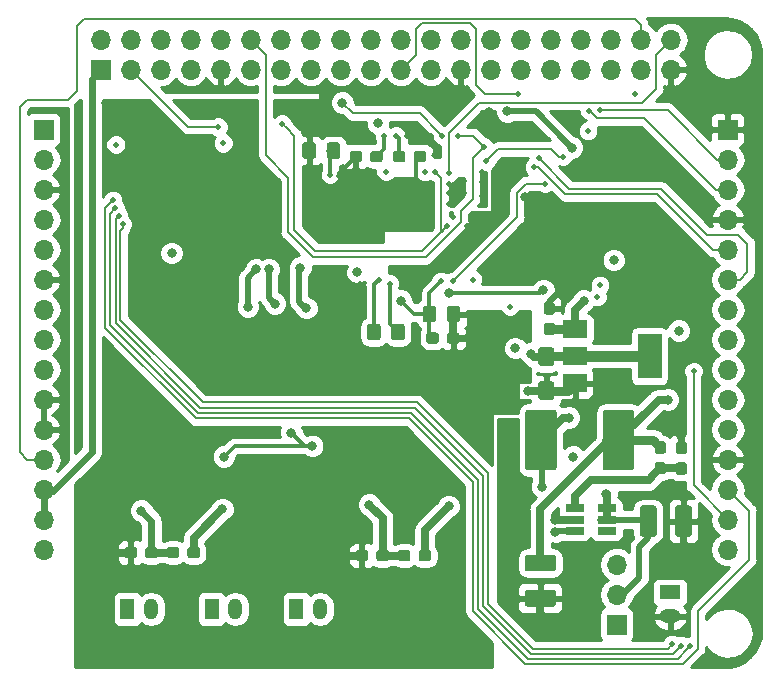
<source format=gbr>
G04 #@! TF.GenerationSoftware,KiCad,Pcbnew,(5.0.0-3-g5ebb6b6)*
G04 #@! TF.CreationDate,2019-05-19T23:28:31+02:00*
G04 #@! TF.ProjectId,Audio Board,417564696F20426F6172642E6B696361,rev?*
G04 #@! TF.SameCoordinates,Original*
G04 #@! TF.FileFunction,Copper,L4,Bot,Signal*
G04 #@! TF.FilePolarity,Positive*
%FSLAX46Y46*%
G04 Gerber Fmt 4.6, Leading zero omitted, Abs format (unit mm)*
G04 Created by KiCad (PCBNEW (5.0.0-3-g5ebb6b6)) date Sunday, 19 May 2019 at 23:28:31*
%MOMM*%
%LPD*%
G01*
G04 APERTURE LIST*
G04 #@! TA.AperFunction,ComponentPad*
%ADD10R,1.700000X1.700000*%
G04 #@! TD*
G04 #@! TA.AperFunction,ComponentPad*
%ADD11O,1.700000X1.700000*%
G04 #@! TD*
G04 #@! TA.AperFunction,Conductor*
%ADD12C,0.100000*%
G04 #@! TD*
G04 #@! TA.AperFunction,SMDPad,CuDef*
%ADD13C,1.425000*%
G04 #@! TD*
G04 #@! TA.AperFunction,SMDPad,CuDef*
%ADD14C,2.650000*%
G04 #@! TD*
G04 #@! TA.AperFunction,SMDPad,CuDef*
%ADD15R,1.560000X0.650000*%
G04 #@! TD*
G04 #@! TA.AperFunction,SMDPad,CuDef*
%ADD16C,0.950000*%
G04 #@! TD*
G04 #@! TA.AperFunction,SMDPad,CuDef*
%ADD17R,2.000000X3.800000*%
G04 #@! TD*
G04 #@! TA.AperFunction,SMDPad,CuDef*
%ADD18R,2.000000X1.500000*%
G04 #@! TD*
G04 #@! TA.AperFunction,SMDPad,CuDef*
%ADD19C,1.150000*%
G04 #@! TD*
G04 #@! TA.AperFunction,SMDPad,CuDef*
%ADD20C,1.350000*%
G04 #@! TD*
G04 #@! TA.AperFunction,ComponentPad*
%ADD21O,1.200000X1.800000*%
G04 #@! TD*
G04 #@! TA.AperFunction,ComponentPad*
%ADD22R,1.200000X1.800000*%
G04 #@! TD*
G04 #@! TA.AperFunction,ComponentPad*
%ADD23R,1.800000X1.200000*%
G04 #@! TD*
G04 #@! TA.AperFunction,ComponentPad*
%ADD24O,1.800000X1.200000*%
G04 #@! TD*
G04 #@! TA.AperFunction,ViaPad*
%ADD25C,0.500000*%
G04 #@! TD*
G04 #@! TA.AperFunction,ViaPad*
%ADD26C,0.800000*%
G04 #@! TD*
G04 #@! TA.AperFunction,Conductor*
%ADD27C,0.300000*%
G04 #@! TD*
G04 #@! TA.AperFunction,Conductor*
%ADD28C,0.800000*%
G04 #@! TD*
G04 #@! TA.AperFunction,Conductor*
%ADD29C,0.700000*%
G04 #@! TD*
G04 #@! TA.AperFunction,Conductor*
%ADD30C,0.500000*%
G04 #@! TD*
G04 #@! TA.AperFunction,Conductor*
%ADD31C,0.600000*%
G04 #@! TD*
G04 #@! TA.AperFunction,Conductor*
%ADD32C,0.200000*%
G04 #@! TD*
G04 #@! TA.AperFunction,Conductor*
%ADD33C,0.900000*%
G04 #@! TD*
G04 #@! TA.AperFunction,Conductor*
%ADD34C,0.254000*%
G04 #@! TD*
G04 APERTURE END LIST*
D10*
G04 #@! TO.P,J6,1*
G04 #@! TO.N,+3V3*
X94996000Y-62230000D03*
D11*
G04 #@! TO.P,J6,2*
G04 #@! TO.N,+5V_J4*
X94996000Y-59690000D03*
G04 #@! TO.P,J6,3*
G04 #@! TO.N,H_SDA*
X97536000Y-62230000D03*
G04 #@! TO.P,J6,4*
G04 #@! TO.N,+5V_J4*
X97536000Y-59690000D03*
G04 #@! TO.P,J6,5*
G04 #@! TO.N,H_SCL*
X100076000Y-62230000D03*
G04 #@! TO.P,J6,6*
G04 #@! TO.N,GNDA*
X100076000Y-59690000D03*
G04 #@! TO.P,J6,7*
G04 #@! TO.N,Net-(J1-Pad13)*
X102616000Y-62230000D03*
G04 #@! TO.P,J6,8*
G04 #@! TO.N,Net-(J6-Pad8)*
X102616000Y-59690000D03*
G04 #@! TO.P,J6,9*
G04 #@! TO.N,GNDA*
X105156000Y-62230000D03*
G04 #@! TO.P,J6,10*
G04 #@! TO.N,Net-(J6-Pad10)*
X105156000Y-59690000D03*
G04 #@! TO.P,J6,11*
G04 #@! TO.N,Net-(J1-Pad11)*
X107696000Y-62230000D03*
G04 #@! TO.P,J6,12*
G04 #@! TO.N,HEADER_I2S_BCK*
X107696000Y-59690000D03*
G04 #@! TO.P,J6,13*
G04 #@! TO.N,Net-(J1-Pad10)*
X110236000Y-62230000D03*
G04 #@! TO.P,J6,14*
G04 #@! TO.N,GNDA*
X110236000Y-59690000D03*
G04 #@! TO.P,J6,15*
G04 #@! TO.N,Net-(J1-Pad9)*
X112776000Y-62230000D03*
G04 #@! TO.P,J6,16*
G04 #@! TO.N,Net-(J6-Pad16)*
X112776000Y-59690000D03*
G04 #@! TO.P,J6,17*
G04 #@! TO.N,+3V3*
X115316000Y-62230000D03*
G04 #@! TO.P,J6,18*
G04 #@! TO.N,Net-(J6-Pad18)*
X115316000Y-59690000D03*
G04 #@! TO.P,J6,19*
G04 #@! TO.N,Net-(J1-Pad7)*
X117856000Y-62230000D03*
G04 #@! TO.P,J6,20*
G04 #@! TO.N,GNDA*
X117856000Y-59690000D03*
G04 #@! TO.P,J6,21*
G04 #@! TO.N,Net-(J1-Pad6)*
X120396000Y-62230000D03*
G04 #@! TO.P,J6,22*
G04 #@! TO.N,Net-(J6-Pad22)*
X120396000Y-59690000D03*
G04 #@! TO.P,J6,23*
G04 #@! TO.N,Net-(J1-Pad5)*
X122936000Y-62230000D03*
G04 #@! TO.P,J6,24*
G04 #@! TO.N,Net-(J6-Pad24)*
X122936000Y-59690000D03*
G04 #@! TO.P,J6,25*
G04 #@! TO.N,GNDA*
X125476000Y-62230000D03*
G04 #@! TO.P,J6,26*
G04 #@! TO.N,Net-(J6-Pad26)*
X125476000Y-59690000D03*
G04 #@! TO.P,J6,27*
G04 #@! TO.N,N/C*
X128016000Y-62230000D03*
G04 #@! TO.P,J6,28*
X128016000Y-59690000D03*
G04 #@! TO.P,J6,29*
X130556000Y-62230000D03*
G04 #@! TO.P,J6,30*
G04 #@! TO.N,GNDA*
X130556000Y-59690000D03*
G04 #@! TO.P,J6,31*
G04 #@! TO.N,Net-(J1-Pad3)*
X133096000Y-62230000D03*
G04 #@! TO.P,J6,32*
G04 #@! TO.N,HEADER_FAULT*
X133096000Y-59690000D03*
G04 #@! TO.P,J6,33*
G04 #@! TO.N,Net-(J1-Pad2)*
X135636000Y-62230000D03*
G04 #@! TO.P,J6,34*
G04 #@! TO.N,GNDA*
X135636000Y-59690000D03*
G04 #@! TO.P,J6,35*
G04 #@! TO.N,HEADER_I2S_LRCK*
X138176000Y-62230000D03*
G04 #@! TO.P,J6,36*
G04 #@! TO.N,HEADER_RESET*
X138176000Y-59690000D03*
G04 #@! TO.P,J6,37*
G04 #@! TO.N,Net-(J6-Pad37)*
X140716000Y-62230000D03*
G04 #@! TO.P,J6,38*
G04 #@! TO.N,HEADER_PDN*
X140716000Y-59690000D03*
G04 #@! TO.P,J6,39*
G04 #@! TO.N,GNDA*
X143256000Y-62230000D03*
G04 #@! TO.P,J6,40*
G04 #@! TO.N,HEADER_I2S_DOUT*
X143256000Y-59690000D03*
G04 #@! TD*
D12*
G04 #@! TO.N,+5V*
G04 #@! TO.C,C39*
G36*
X141838004Y-99133204D02*
X141862273Y-99136804D01*
X141886071Y-99142765D01*
X141909171Y-99151030D01*
X141931349Y-99161520D01*
X141952393Y-99174133D01*
X141972098Y-99188747D01*
X141990277Y-99205223D01*
X142006753Y-99223402D01*
X142021367Y-99243107D01*
X142033980Y-99264151D01*
X142044470Y-99286329D01*
X142052735Y-99309429D01*
X142058696Y-99333227D01*
X142062296Y-99357496D01*
X142063500Y-99382000D01*
X142063500Y-101532000D01*
X142062296Y-101556504D01*
X142058696Y-101580773D01*
X142052735Y-101604571D01*
X142044470Y-101627671D01*
X142033980Y-101649849D01*
X142021367Y-101670893D01*
X142006753Y-101690598D01*
X141990277Y-101708777D01*
X141972098Y-101725253D01*
X141952393Y-101739867D01*
X141931349Y-101752480D01*
X141909171Y-101762970D01*
X141886071Y-101771235D01*
X141862273Y-101777196D01*
X141838004Y-101780796D01*
X141813500Y-101782000D01*
X140888500Y-101782000D01*
X140863996Y-101780796D01*
X140839727Y-101777196D01*
X140815929Y-101771235D01*
X140792829Y-101762970D01*
X140770651Y-101752480D01*
X140749607Y-101739867D01*
X140729902Y-101725253D01*
X140711723Y-101708777D01*
X140695247Y-101690598D01*
X140680633Y-101670893D01*
X140668020Y-101649849D01*
X140657530Y-101627671D01*
X140649265Y-101604571D01*
X140643304Y-101580773D01*
X140639704Y-101556504D01*
X140638500Y-101532000D01*
X140638500Y-99382000D01*
X140639704Y-99357496D01*
X140643304Y-99333227D01*
X140649265Y-99309429D01*
X140657530Y-99286329D01*
X140668020Y-99264151D01*
X140680633Y-99243107D01*
X140695247Y-99223402D01*
X140711723Y-99205223D01*
X140729902Y-99188747D01*
X140749607Y-99174133D01*
X140770651Y-99161520D01*
X140792829Y-99151030D01*
X140815929Y-99142765D01*
X140839727Y-99136804D01*
X140863996Y-99133204D01*
X140888500Y-99132000D01*
X141813500Y-99132000D01*
X141838004Y-99133204D01*
X141838004Y-99133204D01*
G37*
D13*
G04 #@! TD*
G04 #@! TO.P,C39,2*
G04 #@! TO.N,+5V*
X141351000Y-100457000D03*
D12*
G04 #@! TO.N,GNDA*
G04 #@! TO.C,C39*
G36*
X144813004Y-99133204D02*
X144837273Y-99136804D01*
X144861071Y-99142765D01*
X144884171Y-99151030D01*
X144906349Y-99161520D01*
X144927393Y-99174133D01*
X144947098Y-99188747D01*
X144965277Y-99205223D01*
X144981753Y-99223402D01*
X144996367Y-99243107D01*
X145008980Y-99264151D01*
X145019470Y-99286329D01*
X145027735Y-99309429D01*
X145033696Y-99333227D01*
X145037296Y-99357496D01*
X145038500Y-99382000D01*
X145038500Y-101532000D01*
X145037296Y-101556504D01*
X145033696Y-101580773D01*
X145027735Y-101604571D01*
X145019470Y-101627671D01*
X145008980Y-101649849D01*
X144996367Y-101670893D01*
X144981753Y-101690598D01*
X144965277Y-101708777D01*
X144947098Y-101725253D01*
X144927393Y-101739867D01*
X144906349Y-101752480D01*
X144884171Y-101762970D01*
X144861071Y-101771235D01*
X144837273Y-101777196D01*
X144813004Y-101780796D01*
X144788500Y-101782000D01*
X143863500Y-101782000D01*
X143838996Y-101780796D01*
X143814727Y-101777196D01*
X143790929Y-101771235D01*
X143767829Y-101762970D01*
X143745651Y-101752480D01*
X143724607Y-101739867D01*
X143704902Y-101725253D01*
X143686723Y-101708777D01*
X143670247Y-101690598D01*
X143655633Y-101670893D01*
X143643020Y-101649849D01*
X143632530Y-101627671D01*
X143624265Y-101604571D01*
X143618304Y-101580773D01*
X143614704Y-101556504D01*
X143613500Y-101532000D01*
X143613500Y-99382000D01*
X143614704Y-99357496D01*
X143618304Y-99333227D01*
X143624265Y-99309429D01*
X143632530Y-99286329D01*
X143643020Y-99264151D01*
X143655633Y-99243107D01*
X143670247Y-99223402D01*
X143686723Y-99205223D01*
X143704902Y-99188747D01*
X143724607Y-99174133D01*
X143745651Y-99161520D01*
X143767829Y-99151030D01*
X143790929Y-99142765D01*
X143814727Y-99136804D01*
X143838996Y-99133204D01*
X143863500Y-99132000D01*
X144788500Y-99132000D01*
X144813004Y-99133204D01*
X144813004Y-99133204D01*
G37*
D13*
G04 #@! TD*
G04 #@! TO.P,C39,1*
G04 #@! TO.N,GNDA*
X144326000Y-100457000D03*
D12*
G04 #@! TO.N,GNDA*
G04 #@! TO.C,C40*
G36*
X133306504Y-106276704D02*
X133330773Y-106280304D01*
X133354571Y-106286265D01*
X133377671Y-106294530D01*
X133399849Y-106305020D01*
X133420893Y-106317633D01*
X133440598Y-106332247D01*
X133458777Y-106348723D01*
X133475253Y-106366902D01*
X133489867Y-106386607D01*
X133502480Y-106407651D01*
X133512970Y-106429829D01*
X133521235Y-106452929D01*
X133527196Y-106476727D01*
X133530796Y-106500996D01*
X133532000Y-106525500D01*
X133532000Y-107450500D01*
X133530796Y-107475004D01*
X133527196Y-107499273D01*
X133521235Y-107523071D01*
X133512970Y-107546171D01*
X133502480Y-107568349D01*
X133489867Y-107589393D01*
X133475253Y-107609098D01*
X133458777Y-107627277D01*
X133440598Y-107643753D01*
X133420893Y-107658367D01*
X133399849Y-107670980D01*
X133377671Y-107681470D01*
X133354571Y-107689735D01*
X133330773Y-107695696D01*
X133306504Y-107699296D01*
X133282000Y-107700500D01*
X131132000Y-107700500D01*
X131107496Y-107699296D01*
X131083227Y-107695696D01*
X131059429Y-107689735D01*
X131036329Y-107681470D01*
X131014151Y-107670980D01*
X130993107Y-107658367D01*
X130973402Y-107643753D01*
X130955223Y-107627277D01*
X130938747Y-107609098D01*
X130924133Y-107589393D01*
X130911520Y-107568349D01*
X130901030Y-107546171D01*
X130892765Y-107523071D01*
X130886804Y-107499273D01*
X130883204Y-107475004D01*
X130882000Y-107450500D01*
X130882000Y-106525500D01*
X130883204Y-106500996D01*
X130886804Y-106476727D01*
X130892765Y-106452929D01*
X130901030Y-106429829D01*
X130911520Y-106407651D01*
X130924133Y-106386607D01*
X130938747Y-106366902D01*
X130955223Y-106348723D01*
X130973402Y-106332247D01*
X130993107Y-106317633D01*
X131014151Y-106305020D01*
X131036329Y-106294530D01*
X131059429Y-106286265D01*
X131083227Y-106280304D01*
X131107496Y-106276704D01*
X131132000Y-106275500D01*
X133282000Y-106275500D01*
X133306504Y-106276704D01*
X133306504Y-106276704D01*
G37*
D13*
G04 #@! TD*
G04 #@! TO.P,C40,1*
G04 #@! TO.N,GNDA*
X132207000Y-106988000D03*
D12*
G04 #@! TO.N,Net-(C40-Pad2)*
G04 #@! TO.C,C40*
G36*
X133306504Y-103301704D02*
X133330773Y-103305304D01*
X133354571Y-103311265D01*
X133377671Y-103319530D01*
X133399849Y-103330020D01*
X133420893Y-103342633D01*
X133440598Y-103357247D01*
X133458777Y-103373723D01*
X133475253Y-103391902D01*
X133489867Y-103411607D01*
X133502480Y-103432651D01*
X133512970Y-103454829D01*
X133521235Y-103477929D01*
X133527196Y-103501727D01*
X133530796Y-103525996D01*
X133532000Y-103550500D01*
X133532000Y-104475500D01*
X133530796Y-104500004D01*
X133527196Y-104524273D01*
X133521235Y-104548071D01*
X133512970Y-104571171D01*
X133502480Y-104593349D01*
X133489867Y-104614393D01*
X133475253Y-104634098D01*
X133458777Y-104652277D01*
X133440598Y-104668753D01*
X133420893Y-104683367D01*
X133399849Y-104695980D01*
X133377671Y-104706470D01*
X133354571Y-104714735D01*
X133330773Y-104720696D01*
X133306504Y-104724296D01*
X133282000Y-104725500D01*
X131132000Y-104725500D01*
X131107496Y-104724296D01*
X131083227Y-104720696D01*
X131059429Y-104714735D01*
X131036329Y-104706470D01*
X131014151Y-104695980D01*
X130993107Y-104683367D01*
X130973402Y-104668753D01*
X130955223Y-104652277D01*
X130938747Y-104634098D01*
X130924133Y-104614393D01*
X130911520Y-104593349D01*
X130901030Y-104571171D01*
X130892765Y-104548071D01*
X130886804Y-104524273D01*
X130883204Y-104500004D01*
X130882000Y-104475500D01*
X130882000Y-103550500D01*
X130883204Y-103525996D01*
X130886804Y-103501727D01*
X130892765Y-103477929D01*
X130901030Y-103454829D01*
X130911520Y-103432651D01*
X130924133Y-103411607D01*
X130938747Y-103391902D01*
X130955223Y-103373723D01*
X130973402Y-103357247D01*
X130993107Y-103342633D01*
X131014151Y-103330020D01*
X131036329Y-103319530D01*
X131059429Y-103311265D01*
X131083227Y-103305304D01*
X131107496Y-103301704D01*
X131132000Y-103300500D01*
X133282000Y-103300500D01*
X133306504Y-103301704D01*
X133306504Y-103301704D01*
G37*
D13*
G04 #@! TD*
G04 #@! TO.P,C40,2*
G04 #@! TO.N,Net-(C40-Pad2)*
X132207000Y-104013000D03*
D12*
G04 #@! TO.N,Net-(C40-Pad2)*
G04 #@! TO.C,D1*
G36*
X139910504Y-91025204D02*
X139934773Y-91028804D01*
X139958571Y-91034765D01*
X139981671Y-91043030D01*
X140003849Y-91053520D01*
X140024893Y-91066133D01*
X140044598Y-91080747D01*
X140062777Y-91097223D01*
X140079253Y-91115402D01*
X140093867Y-91135107D01*
X140106480Y-91156151D01*
X140116970Y-91178329D01*
X140125235Y-91201429D01*
X140131196Y-91225227D01*
X140134796Y-91249496D01*
X140136000Y-91274000D01*
X140136000Y-95924000D01*
X140134796Y-95948504D01*
X140131196Y-95972773D01*
X140125235Y-95996571D01*
X140116970Y-96019671D01*
X140106480Y-96041849D01*
X140093867Y-96062893D01*
X140079253Y-96082598D01*
X140062777Y-96100777D01*
X140044598Y-96117253D01*
X140024893Y-96131867D01*
X140003849Y-96144480D01*
X139981671Y-96154970D01*
X139958571Y-96163235D01*
X139934773Y-96169196D01*
X139910504Y-96172796D01*
X139886000Y-96174000D01*
X137736000Y-96174000D01*
X137711496Y-96172796D01*
X137687227Y-96169196D01*
X137663429Y-96163235D01*
X137640329Y-96154970D01*
X137618151Y-96144480D01*
X137597107Y-96131867D01*
X137577402Y-96117253D01*
X137559223Y-96100777D01*
X137542747Y-96082598D01*
X137528133Y-96062893D01*
X137515520Y-96041849D01*
X137505030Y-96019671D01*
X137496765Y-95996571D01*
X137490804Y-95972773D01*
X137487204Y-95948504D01*
X137486000Y-95924000D01*
X137486000Y-91274000D01*
X137487204Y-91249496D01*
X137490804Y-91225227D01*
X137496765Y-91201429D01*
X137505030Y-91178329D01*
X137515520Y-91156151D01*
X137528133Y-91135107D01*
X137542747Y-91115402D01*
X137559223Y-91097223D01*
X137577402Y-91080747D01*
X137597107Y-91066133D01*
X137618151Y-91053520D01*
X137640329Y-91043030D01*
X137663429Y-91034765D01*
X137687227Y-91028804D01*
X137711496Y-91025204D01*
X137736000Y-91024000D01*
X139886000Y-91024000D01*
X139910504Y-91025204D01*
X139910504Y-91025204D01*
G37*
D14*
G04 #@! TD*
G04 #@! TO.P,D1,1*
G04 #@! TO.N,Net-(C40-Pad2)*
X138811000Y-93599000D03*
D12*
G04 #@! TO.N,Net-(D1-Pad2)*
G04 #@! TO.C,D1*
G36*
X133360504Y-91025204D02*
X133384773Y-91028804D01*
X133408571Y-91034765D01*
X133431671Y-91043030D01*
X133453849Y-91053520D01*
X133474893Y-91066133D01*
X133494598Y-91080747D01*
X133512777Y-91097223D01*
X133529253Y-91115402D01*
X133543867Y-91135107D01*
X133556480Y-91156151D01*
X133566970Y-91178329D01*
X133575235Y-91201429D01*
X133581196Y-91225227D01*
X133584796Y-91249496D01*
X133586000Y-91274000D01*
X133586000Y-95924000D01*
X133584796Y-95948504D01*
X133581196Y-95972773D01*
X133575235Y-95996571D01*
X133566970Y-96019671D01*
X133556480Y-96041849D01*
X133543867Y-96062893D01*
X133529253Y-96082598D01*
X133512777Y-96100777D01*
X133494598Y-96117253D01*
X133474893Y-96131867D01*
X133453849Y-96144480D01*
X133431671Y-96154970D01*
X133408571Y-96163235D01*
X133384773Y-96169196D01*
X133360504Y-96172796D01*
X133336000Y-96174000D01*
X131186000Y-96174000D01*
X131161496Y-96172796D01*
X131137227Y-96169196D01*
X131113429Y-96163235D01*
X131090329Y-96154970D01*
X131068151Y-96144480D01*
X131047107Y-96131867D01*
X131027402Y-96117253D01*
X131009223Y-96100777D01*
X130992747Y-96082598D01*
X130978133Y-96062893D01*
X130965520Y-96041849D01*
X130955030Y-96019671D01*
X130946765Y-95996571D01*
X130940804Y-95972773D01*
X130937204Y-95948504D01*
X130936000Y-95924000D01*
X130936000Y-91274000D01*
X130937204Y-91249496D01*
X130940804Y-91225227D01*
X130946765Y-91201429D01*
X130955030Y-91178329D01*
X130965520Y-91156151D01*
X130978133Y-91135107D01*
X130992747Y-91115402D01*
X131009223Y-91097223D01*
X131027402Y-91080747D01*
X131047107Y-91066133D01*
X131068151Y-91053520D01*
X131090329Y-91043030D01*
X131113429Y-91034765D01*
X131137227Y-91028804D01*
X131161496Y-91025204D01*
X131186000Y-91024000D01*
X133336000Y-91024000D01*
X133360504Y-91025204D01*
X133360504Y-91025204D01*
G37*
D14*
G04 #@! TD*
G04 #@! TO.P,D1,2*
G04 #@! TO.N,Net-(D1-Pad2)*
X132261000Y-93599000D03*
D11*
G04 #@! TO.P,J1,15*
G04 #@! TO.N,H_SDA*
X148082000Y-102870000D03*
G04 #@! TO.P,J1,14*
G04 #@! TO.N,H_SCL*
X148082000Y-100330000D03*
G04 #@! TO.P,J1,13*
G04 #@! TO.N,Net-(J1-Pad13)*
X148082000Y-97790000D03*
G04 #@! TO.P,J1,12*
G04 #@! TO.N,GNDA*
X148082000Y-95250000D03*
G04 #@! TO.P,J1,11*
G04 #@! TO.N,Net-(J1-Pad11)*
X148082000Y-92710000D03*
G04 #@! TO.P,J1,10*
G04 #@! TO.N,Net-(J1-Pad10)*
X148082000Y-90170000D03*
G04 #@! TO.P,J1,9*
G04 #@! TO.N,Net-(J1-Pad9)*
X148082000Y-87630000D03*
G04 #@! TO.P,J1,8*
G04 #@! TO.N,+3V3*
X148082000Y-85090000D03*
G04 #@! TO.P,J1,7*
G04 #@! TO.N,Net-(J1-Pad7)*
X148082000Y-82550000D03*
G04 #@! TO.P,J1,6*
G04 #@! TO.N,Net-(J1-Pad6)*
X148082000Y-80010000D03*
G04 #@! TO.P,J1,5*
G04 #@! TO.N,Net-(J1-Pad5)*
X148082000Y-77470000D03*
G04 #@! TO.P,J1,4*
G04 #@! TO.N,GNDA*
X148082000Y-74930000D03*
G04 #@! TO.P,J1,3*
G04 #@! TO.N,Net-(J1-Pad3)*
X148082000Y-72390000D03*
G04 #@! TO.P,J1,2*
G04 #@! TO.N,Net-(J1-Pad2)*
X148082000Y-69850000D03*
D10*
G04 #@! TO.P,J1,1*
G04 #@! TO.N,GNDA*
X148082000Y-67310000D03*
G04 #@! TD*
G04 #@! TO.P,J4,1*
G04 #@! TO.N,+5V_J4*
X138684000Y-109220000D03*
D11*
G04 #@! TO.P,J4,2*
G04 #@! TO.N,+5V*
X138684000Y-106680000D03*
G04 #@! TO.P,J4,3*
G04 #@! TO.N,Net-(J4-Pad3)*
X138684000Y-104140000D03*
G04 #@! TD*
D10*
G04 #@! TO.P,J7,1*
G04 #@! TO.N,Net-(J6-Pad8)*
X90170000Y-67310000D03*
D11*
G04 #@! TO.P,J7,2*
G04 #@! TO.N,Net-(J6-Pad10)*
X90170000Y-69850000D03*
G04 #@! TO.P,J7,3*
G04 #@! TO.N,GNDA*
X90170000Y-72390000D03*
G04 #@! TO.P,J7,4*
G04 #@! TO.N,Net-(J6-Pad16)*
X90170000Y-74930000D03*
G04 #@! TO.P,J7,5*
G04 #@! TO.N,Net-(J6-Pad18)*
X90170000Y-77470000D03*
G04 #@! TO.P,J7,6*
G04 #@! TO.N,GNDA*
X90170000Y-80010000D03*
G04 #@! TO.P,J7,7*
G04 #@! TO.N,Net-(J6-Pad22)*
X90170000Y-82550000D03*
G04 #@! TO.P,J7,8*
G04 #@! TO.N,Net-(J6-Pad24)*
X90170000Y-85090000D03*
G04 #@! TO.P,J7,9*
G04 #@! TO.N,Net-(J6-Pad26)*
X90170000Y-87630000D03*
G04 #@! TO.P,J7,10*
G04 #@! TO.N,GNDA*
X90170000Y-90170000D03*
G04 #@! TO.P,J7,11*
X90170000Y-92710000D03*
G04 #@! TO.P,J7,12*
G04 #@! TO.N,HEADER_PDN*
X90170000Y-95250000D03*
G04 #@! TO.P,J7,13*
G04 #@! TO.N,+3V3*
X90170000Y-97790000D03*
G04 #@! TO.P,J7,14*
X90170000Y-100330000D03*
G04 #@! TO.P,J7,15*
G04 #@! TO.N,+5V_J4*
X90170000Y-102870000D03*
G04 #@! TD*
D15*
G04 #@! TO.P,U5,1*
G04 #@! TO.N,Net-(D1-Pad2)*
X135128000Y-101280000D03*
G04 #@! TO.P,U5,2*
G04 #@! TO.N,GNDA*
X135128000Y-100330000D03*
G04 #@! TO.P,U5,3*
G04 #@! TO.N,Net-(R10-Pad2)*
X135128000Y-99380000D03*
G04 #@! TO.P,U5,4*
G04 #@! TO.N,+5V*
X137828000Y-99380000D03*
G04 #@! TO.P,U5,6*
G04 #@! TO.N,N/C*
X137828000Y-101280000D03*
G04 #@! TO.P,U5,5*
G04 #@! TO.N,+5V*
X137828000Y-100330000D03*
G04 #@! TD*
D12*
G04 #@! TO.N,Net-(C40-Pad2)*
G04 #@! TO.C,R9*
G36*
X142627779Y-93710144D02*
X142650834Y-93713563D01*
X142673443Y-93719227D01*
X142695387Y-93727079D01*
X142716457Y-93737044D01*
X142736448Y-93749026D01*
X142755168Y-93762910D01*
X142772438Y-93778562D01*
X142788090Y-93795832D01*
X142801974Y-93814552D01*
X142813956Y-93834543D01*
X142823921Y-93855613D01*
X142831773Y-93877557D01*
X142837437Y-93900166D01*
X142840856Y-93923221D01*
X142842000Y-93946500D01*
X142842000Y-94521500D01*
X142840856Y-94544779D01*
X142837437Y-94567834D01*
X142831773Y-94590443D01*
X142823921Y-94612387D01*
X142813956Y-94633457D01*
X142801974Y-94653448D01*
X142788090Y-94672168D01*
X142772438Y-94689438D01*
X142755168Y-94705090D01*
X142736448Y-94718974D01*
X142716457Y-94730956D01*
X142695387Y-94740921D01*
X142673443Y-94748773D01*
X142650834Y-94754437D01*
X142627779Y-94757856D01*
X142604500Y-94759000D01*
X142129500Y-94759000D01*
X142106221Y-94757856D01*
X142083166Y-94754437D01*
X142060557Y-94748773D01*
X142038613Y-94740921D01*
X142017543Y-94730956D01*
X141997552Y-94718974D01*
X141978832Y-94705090D01*
X141961562Y-94689438D01*
X141945910Y-94672168D01*
X141932026Y-94653448D01*
X141920044Y-94633457D01*
X141910079Y-94612387D01*
X141902227Y-94590443D01*
X141896563Y-94567834D01*
X141893144Y-94544779D01*
X141892000Y-94521500D01*
X141892000Y-93946500D01*
X141893144Y-93923221D01*
X141896563Y-93900166D01*
X141902227Y-93877557D01*
X141910079Y-93855613D01*
X141920044Y-93834543D01*
X141932026Y-93814552D01*
X141945910Y-93795832D01*
X141961562Y-93778562D01*
X141978832Y-93762910D01*
X141997552Y-93749026D01*
X142017543Y-93737044D01*
X142038613Y-93727079D01*
X142060557Y-93719227D01*
X142083166Y-93713563D01*
X142106221Y-93710144D01*
X142129500Y-93709000D01*
X142604500Y-93709000D01*
X142627779Y-93710144D01*
X142627779Y-93710144D01*
G37*
D16*
G04 #@! TD*
G04 #@! TO.P,R9,2*
G04 #@! TO.N,Net-(C40-Pad2)*
X142367000Y-94234000D03*
D12*
G04 #@! TO.N,Net-(R10-Pad2)*
G04 #@! TO.C,R9*
G36*
X142627779Y-95460144D02*
X142650834Y-95463563D01*
X142673443Y-95469227D01*
X142695387Y-95477079D01*
X142716457Y-95487044D01*
X142736448Y-95499026D01*
X142755168Y-95512910D01*
X142772438Y-95528562D01*
X142788090Y-95545832D01*
X142801974Y-95564552D01*
X142813956Y-95584543D01*
X142823921Y-95605613D01*
X142831773Y-95627557D01*
X142837437Y-95650166D01*
X142840856Y-95673221D01*
X142842000Y-95696500D01*
X142842000Y-96271500D01*
X142840856Y-96294779D01*
X142837437Y-96317834D01*
X142831773Y-96340443D01*
X142823921Y-96362387D01*
X142813956Y-96383457D01*
X142801974Y-96403448D01*
X142788090Y-96422168D01*
X142772438Y-96439438D01*
X142755168Y-96455090D01*
X142736448Y-96468974D01*
X142716457Y-96480956D01*
X142695387Y-96490921D01*
X142673443Y-96498773D01*
X142650834Y-96504437D01*
X142627779Y-96507856D01*
X142604500Y-96509000D01*
X142129500Y-96509000D01*
X142106221Y-96507856D01*
X142083166Y-96504437D01*
X142060557Y-96498773D01*
X142038613Y-96490921D01*
X142017543Y-96480956D01*
X141997552Y-96468974D01*
X141978832Y-96455090D01*
X141961562Y-96439438D01*
X141945910Y-96422168D01*
X141932026Y-96403448D01*
X141920044Y-96383457D01*
X141910079Y-96362387D01*
X141902227Y-96340443D01*
X141896563Y-96317834D01*
X141893144Y-96294779D01*
X141892000Y-96271500D01*
X141892000Y-95696500D01*
X141893144Y-95673221D01*
X141896563Y-95650166D01*
X141902227Y-95627557D01*
X141910079Y-95605613D01*
X141920044Y-95584543D01*
X141932026Y-95564552D01*
X141945910Y-95545832D01*
X141961562Y-95528562D01*
X141978832Y-95512910D01*
X141997552Y-95499026D01*
X142017543Y-95487044D01*
X142038613Y-95477079D01*
X142060557Y-95469227D01*
X142083166Y-95463563D01*
X142106221Y-95460144D01*
X142129500Y-95459000D01*
X142604500Y-95459000D01*
X142627779Y-95460144D01*
X142627779Y-95460144D01*
G37*
D16*
G04 #@! TD*
G04 #@! TO.P,R9,1*
G04 #@! TO.N,Net-(R10-Pad2)*
X142367000Y-95984000D03*
D12*
G04 #@! TO.N,GNDA*
G04 #@! TO.C,R10*
G36*
X144405779Y-93738144D02*
X144428834Y-93741563D01*
X144451443Y-93747227D01*
X144473387Y-93755079D01*
X144494457Y-93765044D01*
X144514448Y-93777026D01*
X144533168Y-93790910D01*
X144550438Y-93806562D01*
X144566090Y-93823832D01*
X144579974Y-93842552D01*
X144591956Y-93862543D01*
X144601921Y-93883613D01*
X144609773Y-93905557D01*
X144615437Y-93928166D01*
X144618856Y-93951221D01*
X144620000Y-93974500D01*
X144620000Y-94549500D01*
X144618856Y-94572779D01*
X144615437Y-94595834D01*
X144609773Y-94618443D01*
X144601921Y-94640387D01*
X144591956Y-94661457D01*
X144579974Y-94681448D01*
X144566090Y-94700168D01*
X144550438Y-94717438D01*
X144533168Y-94733090D01*
X144514448Y-94746974D01*
X144494457Y-94758956D01*
X144473387Y-94768921D01*
X144451443Y-94776773D01*
X144428834Y-94782437D01*
X144405779Y-94785856D01*
X144382500Y-94787000D01*
X143907500Y-94787000D01*
X143884221Y-94785856D01*
X143861166Y-94782437D01*
X143838557Y-94776773D01*
X143816613Y-94768921D01*
X143795543Y-94758956D01*
X143775552Y-94746974D01*
X143756832Y-94733090D01*
X143739562Y-94717438D01*
X143723910Y-94700168D01*
X143710026Y-94681448D01*
X143698044Y-94661457D01*
X143688079Y-94640387D01*
X143680227Y-94618443D01*
X143674563Y-94595834D01*
X143671144Y-94572779D01*
X143670000Y-94549500D01*
X143670000Y-93974500D01*
X143671144Y-93951221D01*
X143674563Y-93928166D01*
X143680227Y-93905557D01*
X143688079Y-93883613D01*
X143698044Y-93862543D01*
X143710026Y-93842552D01*
X143723910Y-93823832D01*
X143739562Y-93806562D01*
X143756832Y-93790910D01*
X143775552Y-93777026D01*
X143795543Y-93765044D01*
X143816613Y-93755079D01*
X143838557Y-93747227D01*
X143861166Y-93741563D01*
X143884221Y-93738144D01*
X143907500Y-93737000D01*
X144382500Y-93737000D01*
X144405779Y-93738144D01*
X144405779Y-93738144D01*
G37*
D16*
G04 #@! TD*
G04 #@! TO.P,R10,1*
G04 #@! TO.N,GNDA*
X144145000Y-94262000D03*
D12*
G04 #@! TO.N,Net-(R10-Pad2)*
G04 #@! TO.C,R10*
G36*
X144405779Y-95488144D02*
X144428834Y-95491563D01*
X144451443Y-95497227D01*
X144473387Y-95505079D01*
X144494457Y-95515044D01*
X144514448Y-95527026D01*
X144533168Y-95540910D01*
X144550438Y-95556562D01*
X144566090Y-95573832D01*
X144579974Y-95592552D01*
X144591956Y-95612543D01*
X144601921Y-95633613D01*
X144609773Y-95655557D01*
X144615437Y-95678166D01*
X144618856Y-95701221D01*
X144620000Y-95724500D01*
X144620000Y-96299500D01*
X144618856Y-96322779D01*
X144615437Y-96345834D01*
X144609773Y-96368443D01*
X144601921Y-96390387D01*
X144591956Y-96411457D01*
X144579974Y-96431448D01*
X144566090Y-96450168D01*
X144550438Y-96467438D01*
X144533168Y-96483090D01*
X144514448Y-96496974D01*
X144494457Y-96508956D01*
X144473387Y-96518921D01*
X144451443Y-96526773D01*
X144428834Y-96532437D01*
X144405779Y-96535856D01*
X144382500Y-96537000D01*
X143907500Y-96537000D01*
X143884221Y-96535856D01*
X143861166Y-96532437D01*
X143838557Y-96526773D01*
X143816613Y-96518921D01*
X143795543Y-96508956D01*
X143775552Y-96496974D01*
X143756832Y-96483090D01*
X143739562Y-96467438D01*
X143723910Y-96450168D01*
X143710026Y-96431448D01*
X143698044Y-96411457D01*
X143688079Y-96390387D01*
X143680227Y-96368443D01*
X143674563Y-96345834D01*
X143671144Y-96322779D01*
X143670000Y-96299500D01*
X143670000Y-95724500D01*
X143671144Y-95701221D01*
X143674563Y-95678166D01*
X143680227Y-95655557D01*
X143688079Y-95633613D01*
X143698044Y-95612543D01*
X143710026Y-95592552D01*
X143723910Y-95573832D01*
X143739562Y-95556562D01*
X143756832Y-95540910D01*
X143775552Y-95527026D01*
X143795543Y-95515044D01*
X143816613Y-95505079D01*
X143838557Y-95497227D01*
X143861166Y-95491563D01*
X143884221Y-95488144D01*
X143907500Y-95487000D01*
X144382500Y-95487000D01*
X144405779Y-95488144D01*
X144405779Y-95488144D01*
G37*
D16*
G04 #@! TD*
G04 #@! TO.P,R10,2*
G04 #@! TO.N,Net-(R10-Pad2)*
X144145000Y-96012000D03*
D12*
G04 #@! TO.N,GNDA*
G04 #@! TO.C,C22*
G36*
X125137779Y-84489144D02*
X125160834Y-84492563D01*
X125183443Y-84498227D01*
X125205387Y-84506079D01*
X125226457Y-84516044D01*
X125246448Y-84528026D01*
X125265168Y-84541910D01*
X125282438Y-84557562D01*
X125298090Y-84574832D01*
X125311974Y-84593552D01*
X125323956Y-84613543D01*
X125333921Y-84634613D01*
X125341773Y-84656557D01*
X125347437Y-84679166D01*
X125350856Y-84702221D01*
X125352000Y-84725500D01*
X125352000Y-85200500D01*
X125350856Y-85223779D01*
X125347437Y-85246834D01*
X125341773Y-85269443D01*
X125333921Y-85291387D01*
X125323956Y-85312457D01*
X125311974Y-85332448D01*
X125298090Y-85351168D01*
X125282438Y-85368438D01*
X125265168Y-85384090D01*
X125246448Y-85397974D01*
X125226457Y-85409956D01*
X125205387Y-85419921D01*
X125183443Y-85427773D01*
X125160834Y-85433437D01*
X125137779Y-85436856D01*
X125114500Y-85438000D01*
X124539500Y-85438000D01*
X124516221Y-85436856D01*
X124493166Y-85433437D01*
X124470557Y-85427773D01*
X124448613Y-85419921D01*
X124427543Y-85409956D01*
X124407552Y-85397974D01*
X124388832Y-85384090D01*
X124371562Y-85368438D01*
X124355910Y-85351168D01*
X124342026Y-85332448D01*
X124330044Y-85312457D01*
X124320079Y-85291387D01*
X124312227Y-85269443D01*
X124306563Y-85246834D01*
X124303144Y-85223779D01*
X124302000Y-85200500D01*
X124302000Y-84725500D01*
X124303144Y-84702221D01*
X124306563Y-84679166D01*
X124312227Y-84656557D01*
X124320079Y-84634613D01*
X124330044Y-84613543D01*
X124342026Y-84593552D01*
X124355910Y-84574832D01*
X124371562Y-84557562D01*
X124388832Y-84541910D01*
X124407552Y-84528026D01*
X124427543Y-84516044D01*
X124448613Y-84506079D01*
X124470557Y-84498227D01*
X124493166Y-84492563D01*
X124516221Y-84489144D01*
X124539500Y-84488000D01*
X125114500Y-84488000D01*
X125137779Y-84489144D01*
X125137779Y-84489144D01*
G37*
D16*
G04 #@! TD*
G04 #@! TO.P,C22,2*
G04 #@! TO.N,GNDA*
X124827000Y-84963000D03*
D12*
G04 #@! TO.N,+3.3VA*
G04 #@! TO.C,C22*
G36*
X123387779Y-84489144D02*
X123410834Y-84492563D01*
X123433443Y-84498227D01*
X123455387Y-84506079D01*
X123476457Y-84516044D01*
X123496448Y-84528026D01*
X123515168Y-84541910D01*
X123532438Y-84557562D01*
X123548090Y-84574832D01*
X123561974Y-84593552D01*
X123573956Y-84613543D01*
X123583921Y-84634613D01*
X123591773Y-84656557D01*
X123597437Y-84679166D01*
X123600856Y-84702221D01*
X123602000Y-84725500D01*
X123602000Y-85200500D01*
X123600856Y-85223779D01*
X123597437Y-85246834D01*
X123591773Y-85269443D01*
X123583921Y-85291387D01*
X123573956Y-85312457D01*
X123561974Y-85332448D01*
X123548090Y-85351168D01*
X123532438Y-85368438D01*
X123515168Y-85384090D01*
X123496448Y-85397974D01*
X123476457Y-85409956D01*
X123455387Y-85419921D01*
X123433443Y-85427773D01*
X123410834Y-85433437D01*
X123387779Y-85436856D01*
X123364500Y-85438000D01*
X122789500Y-85438000D01*
X122766221Y-85436856D01*
X122743166Y-85433437D01*
X122720557Y-85427773D01*
X122698613Y-85419921D01*
X122677543Y-85409956D01*
X122657552Y-85397974D01*
X122638832Y-85384090D01*
X122621562Y-85368438D01*
X122605910Y-85351168D01*
X122592026Y-85332448D01*
X122580044Y-85312457D01*
X122570079Y-85291387D01*
X122562227Y-85269443D01*
X122556563Y-85246834D01*
X122553144Y-85223779D01*
X122552000Y-85200500D01*
X122552000Y-84725500D01*
X122553144Y-84702221D01*
X122556563Y-84679166D01*
X122562227Y-84656557D01*
X122570079Y-84634613D01*
X122580044Y-84613543D01*
X122592026Y-84593552D01*
X122605910Y-84574832D01*
X122621562Y-84557562D01*
X122638832Y-84541910D01*
X122657552Y-84528026D01*
X122677543Y-84516044D01*
X122698613Y-84506079D01*
X122720557Y-84498227D01*
X122743166Y-84492563D01*
X122766221Y-84489144D01*
X122789500Y-84488000D01*
X123364500Y-84488000D01*
X123387779Y-84489144D01*
X123387779Y-84489144D01*
G37*
D16*
G04 #@! TD*
G04 #@! TO.P,C22,1*
G04 #@! TO.N,+3.3VA*
X123077000Y-84963000D03*
D12*
G04 #@! TO.N,+12VA*
G04 #@! TO.C,R15*
G36*
X103166779Y-102650144D02*
X103189834Y-102653563D01*
X103212443Y-102659227D01*
X103234387Y-102667079D01*
X103255457Y-102677044D01*
X103275448Y-102689026D01*
X103294168Y-102702910D01*
X103311438Y-102718562D01*
X103327090Y-102735832D01*
X103340974Y-102754552D01*
X103352956Y-102774543D01*
X103362921Y-102795613D01*
X103370773Y-102817557D01*
X103376437Y-102840166D01*
X103379856Y-102863221D01*
X103381000Y-102886500D01*
X103381000Y-103361500D01*
X103379856Y-103384779D01*
X103376437Y-103407834D01*
X103370773Y-103430443D01*
X103362921Y-103452387D01*
X103352956Y-103473457D01*
X103340974Y-103493448D01*
X103327090Y-103512168D01*
X103311438Y-103529438D01*
X103294168Y-103545090D01*
X103275448Y-103558974D01*
X103255457Y-103570956D01*
X103234387Y-103580921D01*
X103212443Y-103588773D01*
X103189834Y-103594437D01*
X103166779Y-103597856D01*
X103143500Y-103599000D01*
X102568500Y-103599000D01*
X102545221Y-103597856D01*
X102522166Y-103594437D01*
X102499557Y-103588773D01*
X102477613Y-103580921D01*
X102456543Y-103570956D01*
X102436552Y-103558974D01*
X102417832Y-103545090D01*
X102400562Y-103529438D01*
X102384910Y-103512168D01*
X102371026Y-103493448D01*
X102359044Y-103473457D01*
X102349079Y-103452387D01*
X102341227Y-103430443D01*
X102335563Y-103407834D01*
X102332144Y-103384779D01*
X102331000Y-103361500D01*
X102331000Y-102886500D01*
X102332144Y-102863221D01*
X102335563Y-102840166D01*
X102341227Y-102817557D01*
X102349079Y-102795613D01*
X102359044Y-102774543D01*
X102371026Y-102754552D01*
X102384910Y-102735832D01*
X102400562Y-102718562D01*
X102417832Y-102702910D01*
X102436552Y-102689026D01*
X102456543Y-102677044D01*
X102477613Y-102667079D01*
X102499557Y-102659227D01*
X102522166Y-102653563D01*
X102545221Y-102650144D01*
X102568500Y-102649000D01*
X103143500Y-102649000D01*
X103166779Y-102650144D01*
X103166779Y-102650144D01*
G37*
D16*
G04 #@! TD*
G04 #@! TO.P,R15,2*
G04 #@! TO.N,+12VA*
X102856000Y-103124000D03*
D12*
G04 #@! TO.N,SPLIT_CAP_A*
G04 #@! TO.C,R15*
G36*
X101416779Y-102650144D02*
X101439834Y-102653563D01*
X101462443Y-102659227D01*
X101484387Y-102667079D01*
X101505457Y-102677044D01*
X101525448Y-102689026D01*
X101544168Y-102702910D01*
X101561438Y-102718562D01*
X101577090Y-102735832D01*
X101590974Y-102754552D01*
X101602956Y-102774543D01*
X101612921Y-102795613D01*
X101620773Y-102817557D01*
X101626437Y-102840166D01*
X101629856Y-102863221D01*
X101631000Y-102886500D01*
X101631000Y-103361500D01*
X101629856Y-103384779D01*
X101626437Y-103407834D01*
X101620773Y-103430443D01*
X101612921Y-103452387D01*
X101602956Y-103473457D01*
X101590974Y-103493448D01*
X101577090Y-103512168D01*
X101561438Y-103529438D01*
X101544168Y-103545090D01*
X101525448Y-103558974D01*
X101505457Y-103570956D01*
X101484387Y-103580921D01*
X101462443Y-103588773D01*
X101439834Y-103594437D01*
X101416779Y-103597856D01*
X101393500Y-103599000D01*
X100818500Y-103599000D01*
X100795221Y-103597856D01*
X100772166Y-103594437D01*
X100749557Y-103588773D01*
X100727613Y-103580921D01*
X100706543Y-103570956D01*
X100686552Y-103558974D01*
X100667832Y-103545090D01*
X100650562Y-103529438D01*
X100634910Y-103512168D01*
X100621026Y-103493448D01*
X100609044Y-103473457D01*
X100599079Y-103452387D01*
X100591227Y-103430443D01*
X100585563Y-103407834D01*
X100582144Y-103384779D01*
X100581000Y-103361500D01*
X100581000Y-102886500D01*
X100582144Y-102863221D01*
X100585563Y-102840166D01*
X100591227Y-102817557D01*
X100599079Y-102795613D01*
X100609044Y-102774543D01*
X100621026Y-102754552D01*
X100634910Y-102735832D01*
X100650562Y-102718562D01*
X100667832Y-102702910D01*
X100686552Y-102689026D01*
X100706543Y-102677044D01*
X100727613Y-102667079D01*
X100749557Y-102659227D01*
X100772166Y-102653563D01*
X100795221Y-102650144D01*
X100818500Y-102649000D01*
X101393500Y-102649000D01*
X101416779Y-102650144D01*
X101416779Y-102650144D01*
G37*
D16*
G04 #@! TD*
G04 #@! TO.P,R15,1*
G04 #@! TO.N,SPLIT_CAP_A*
X101106000Y-103124000D03*
D12*
G04 #@! TO.N,GNDA*
G04 #@! TO.C,R16*
G36*
X97846779Y-102650144D02*
X97869834Y-102653563D01*
X97892443Y-102659227D01*
X97914387Y-102667079D01*
X97935457Y-102677044D01*
X97955448Y-102689026D01*
X97974168Y-102702910D01*
X97991438Y-102718562D01*
X98007090Y-102735832D01*
X98020974Y-102754552D01*
X98032956Y-102774543D01*
X98042921Y-102795613D01*
X98050773Y-102817557D01*
X98056437Y-102840166D01*
X98059856Y-102863221D01*
X98061000Y-102886500D01*
X98061000Y-103361500D01*
X98059856Y-103384779D01*
X98056437Y-103407834D01*
X98050773Y-103430443D01*
X98042921Y-103452387D01*
X98032956Y-103473457D01*
X98020974Y-103493448D01*
X98007090Y-103512168D01*
X97991438Y-103529438D01*
X97974168Y-103545090D01*
X97955448Y-103558974D01*
X97935457Y-103570956D01*
X97914387Y-103580921D01*
X97892443Y-103588773D01*
X97869834Y-103594437D01*
X97846779Y-103597856D01*
X97823500Y-103599000D01*
X97248500Y-103599000D01*
X97225221Y-103597856D01*
X97202166Y-103594437D01*
X97179557Y-103588773D01*
X97157613Y-103580921D01*
X97136543Y-103570956D01*
X97116552Y-103558974D01*
X97097832Y-103545090D01*
X97080562Y-103529438D01*
X97064910Y-103512168D01*
X97051026Y-103493448D01*
X97039044Y-103473457D01*
X97029079Y-103452387D01*
X97021227Y-103430443D01*
X97015563Y-103407834D01*
X97012144Y-103384779D01*
X97011000Y-103361500D01*
X97011000Y-102886500D01*
X97012144Y-102863221D01*
X97015563Y-102840166D01*
X97021227Y-102817557D01*
X97029079Y-102795613D01*
X97039044Y-102774543D01*
X97051026Y-102754552D01*
X97064910Y-102735832D01*
X97080562Y-102718562D01*
X97097832Y-102702910D01*
X97116552Y-102689026D01*
X97136543Y-102677044D01*
X97157613Y-102667079D01*
X97179557Y-102659227D01*
X97202166Y-102653563D01*
X97225221Y-102650144D01*
X97248500Y-102649000D01*
X97823500Y-102649000D01*
X97846779Y-102650144D01*
X97846779Y-102650144D01*
G37*
D16*
G04 #@! TD*
G04 #@! TO.P,R16,1*
G04 #@! TO.N,GNDA*
X97536000Y-103124000D03*
D12*
G04 #@! TO.N,SPLIT_CAP_A*
G04 #@! TO.C,R16*
G36*
X99596779Y-102650144D02*
X99619834Y-102653563D01*
X99642443Y-102659227D01*
X99664387Y-102667079D01*
X99685457Y-102677044D01*
X99705448Y-102689026D01*
X99724168Y-102702910D01*
X99741438Y-102718562D01*
X99757090Y-102735832D01*
X99770974Y-102754552D01*
X99782956Y-102774543D01*
X99792921Y-102795613D01*
X99800773Y-102817557D01*
X99806437Y-102840166D01*
X99809856Y-102863221D01*
X99811000Y-102886500D01*
X99811000Y-103361500D01*
X99809856Y-103384779D01*
X99806437Y-103407834D01*
X99800773Y-103430443D01*
X99792921Y-103452387D01*
X99782956Y-103473457D01*
X99770974Y-103493448D01*
X99757090Y-103512168D01*
X99741438Y-103529438D01*
X99724168Y-103545090D01*
X99705448Y-103558974D01*
X99685457Y-103570956D01*
X99664387Y-103580921D01*
X99642443Y-103588773D01*
X99619834Y-103594437D01*
X99596779Y-103597856D01*
X99573500Y-103599000D01*
X98998500Y-103599000D01*
X98975221Y-103597856D01*
X98952166Y-103594437D01*
X98929557Y-103588773D01*
X98907613Y-103580921D01*
X98886543Y-103570956D01*
X98866552Y-103558974D01*
X98847832Y-103545090D01*
X98830562Y-103529438D01*
X98814910Y-103512168D01*
X98801026Y-103493448D01*
X98789044Y-103473457D01*
X98779079Y-103452387D01*
X98771227Y-103430443D01*
X98765563Y-103407834D01*
X98762144Y-103384779D01*
X98761000Y-103361500D01*
X98761000Y-102886500D01*
X98762144Y-102863221D01*
X98765563Y-102840166D01*
X98771227Y-102817557D01*
X98779079Y-102795613D01*
X98789044Y-102774543D01*
X98801026Y-102754552D01*
X98814910Y-102735832D01*
X98830562Y-102718562D01*
X98847832Y-102702910D01*
X98866552Y-102689026D01*
X98886543Y-102677044D01*
X98907613Y-102667079D01*
X98929557Y-102659227D01*
X98952166Y-102653563D01*
X98975221Y-102650144D01*
X98998500Y-102649000D01*
X99573500Y-102649000D01*
X99596779Y-102650144D01*
X99596779Y-102650144D01*
G37*
D16*
G04 #@! TD*
G04 #@! TO.P,R16,2*
G04 #@! TO.N,SPLIT_CAP_A*
X99286000Y-103124000D03*
D12*
G04 #@! TO.N,SPLIT_CAP_B*
G04 #@! TO.C,R17*
G36*
X120988779Y-102904144D02*
X121011834Y-102907563D01*
X121034443Y-102913227D01*
X121056387Y-102921079D01*
X121077457Y-102931044D01*
X121097448Y-102943026D01*
X121116168Y-102956910D01*
X121133438Y-102972562D01*
X121149090Y-102989832D01*
X121162974Y-103008552D01*
X121174956Y-103028543D01*
X121184921Y-103049613D01*
X121192773Y-103071557D01*
X121198437Y-103094166D01*
X121201856Y-103117221D01*
X121203000Y-103140500D01*
X121203000Y-103615500D01*
X121201856Y-103638779D01*
X121198437Y-103661834D01*
X121192773Y-103684443D01*
X121184921Y-103706387D01*
X121174956Y-103727457D01*
X121162974Y-103747448D01*
X121149090Y-103766168D01*
X121133438Y-103783438D01*
X121116168Y-103799090D01*
X121097448Y-103812974D01*
X121077457Y-103824956D01*
X121056387Y-103834921D01*
X121034443Y-103842773D01*
X121011834Y-103848437D01*
X120988779Y-103851856D01*
X120965500Y-103853000D01*
X120390500Y-103853000D01*
X120367221Y-103851856D01*
X120344166Y-103848437D01*
X120321557Y-103842773D01*
X120299613Y-103834921D01*
X120278543Y-103824956D01*
X120258552Y-103812974D01*
X120239832Y-103799090D01*
X120222562Y-103783438D01*
X120206910Y-103766168D01*
X120193026Y-103747448D01*
X120181044Y-103727457D01*
X120171079Y-103706387D01*
X120163227Y-103684443D01*
X120157563Y-103661834D01*
X120154144Y-103638779D01*
X120153000Y-103615500D01*
X120153000Y-103140500D01*
X120154144Y-103117221D01*
X120157563Y-103094166D01*
X120163227Y-103071557D01*
X120171079Y-103049613D01*
X120181044Y-103028543D01*
X120193026Y-103008552D01*
X120206910Y-102989832D01*
X120222562Y-102972562D01*
X120239832Y-102956910D01*
X120258552Y-102943026D01*
X120278543Y-102931044D01*
X120299613Y-102921079D01*
X120321557Y-102913227D01*
X120344166Y-102907563D01*
X120367221Y-102904144D01*
X120390500Y-102903000D01*
X120965500Y-102903000D01*
X120988779Y-102904144D01*
X120988779Y-102904144D01*
G37*
D16*
G04 #@! TD*
G04 #@! TO.P,R17,1*
G04 #@! TO.N,SPLIT_CAP_B*
X120678000Y-103378000D03*
D12*
G04 #@! TO.N,+12VA*
G04 #@! TO.C,R17*
G36*
X122738779Y-102904144D02*
X122761834Y-102907563D01*
X122784443Y-102913227D01*
X122806387Y-102921079D01*
X122827457Y-102931044D01*
X122847448Y-102943026D01*
X122866168Y-102956910D01*
X122883438Y-102972562D01*
X122899090Y-102989832D01*
X122912974Y-103008552D01*
X122924956Y-103028543D01*
X122934921Y-103049613D01*
X122942773Y-103071557D01*
X122948437Y-103094166D01*
X122951856Y-103117221D01*
X122953000Y-103140500D01*
X122953000Y-103615500D01*
X122951856Y-103638779D01*
X122948437Y-103661834D01*
X122942773Y-103684443D01*
X122934921Y-103706387D01*
X122924956Y-103727457D01*
X122912974Y-103747448D01*
X122899090Y-103766168D01*
X122883438Y-103783438D01*
X122866168Y-103799090D01*
X122847448Y-103812974D01*
X122827457Y-103824956D01*
X122806387Y-103834921D01*
X122784443Y-103842773D01*
X122761834Y-103848437D01*
X122738779Y-103851856D01*
X122715500Y-103853000D01*
X122140500Y-103853000D01*
X122117221Y-103851856D01*
X122094166Y-103848437D01*
X122071557Y-103842773D01*
X122049613Y-103834921D01*
X122028543Y-103824956D01*
X122008552Y-103812974D01*
X121989832Y-103799090D01*
X121972562Y-103783438D01*
X121956910Y-103766168D01*
X121943026Y-103747448D01*
X121931044Y-103727457D01*
X121921079Y-103706387D01*
X121913227Y-103684443D01*
X121907563Y-103661834D01*
X121904144Y-103638779D01*
X121903000Y-103615500D01*
X121903000Y-103140500D01*
X121904144Y-103117221D01*
X121907563Y-103094166D01*
X121913227Y-103071557D01*
X121921079Y-103049613D01*
X121931044Y-103028543D01*
X121943026Y-103008552D01*
X121956910Y-102989832D01*
X121972562Y-102972562D01*
X121989832Y-102956910D01*
X122008552Y-102943026D01*
X122028543Y-102931044D01*
X122049613Y-102921079D01*
X122071557Y-102913227D01*
X122094166Y-102907563D01*
X122117221Y-102904144D01*
X122140500Y-102903000D01*
X122715500Y-102903000D01*
X122738779Y-102904144D01*
X122738779Y-102904144D01*
G37*
D16*
G04 #@! TD*
G04 #@! TO.P,R17,2*
G04 #@! TO.N,+12VA*
X122428000Y-103378000D03*
D12*
G04 #@! TO.N,SPLIT_CAP_B*
G04 #@! TO.C,R18*
G36*
X119168779Y-102904144D02*
X119191834Y-102907563D01*
X119214443Y-102913227D01*
X119236387Y-102921079D01*
X119257457Y-102931044D01*
X119277448Y-102943026D01*
X119296168Y-102956910D01*
X119313438Y-102972562D01*
X119329090Y-102989832D01*
X119342974Y-103008552D01*
X119354956Y-103028543D01*
X119364921Y-103049613D01*
X119372773Y-103071557D01*
X119378437Y-103094166D01*
X119381856Y-103117221D01*
X119383000Y-103140500D01*
X119383000Y-103615500D01*
X119381856Y-103638779D01*
X119378437Y-103661834D01*
X119372773Y-103684443D01*
X119364921Y-103706387D01*
X119354956Y-103727457D01*
X119342974Y-103747448D01*
X119329090Y-103766168D01*
X119313438Y-103783438D01*
X119296168Y-103799090D01*
X119277448Y-103812974D01*
X119257457Y-103824956D01*
X119236387Y-103834921D01*
X119214443Y-103842773D01*
X119191834Y-103848437D01*
X119168779Y-103851856D01*
X119145500Y-103853000D01*
X118570500Y-103853000D01*
X118547221Y-103851856D01*
X118524166Y-103848437D01*
X118501557Y-103842773D01*
X118479613Y-103834921D01*
X118458543Y-103824956D01*
X118438552Y-103812974D01*
X118419832Y-103799090D01*
X118402562Y-103783438D01*
X118386910Y-103766168D01*
X118373026Y-103747448D01*
X118361044Y-103727457D01*
X118351079Y-103706387D01*
X118343227Y-103684443D01*
X118337563Y-103661834D01*
X118334144Y-103638779D01*
X118333000Y-103615500D01*
X118333000Y-103140500D01*
X118334144Y-103117221D01*
X118337563Y-103094166D01*
X118343227Y-103071557D01*
X118351079Y-103049613D01*
X118361044Y-103028543D01*
X118373026Y-103008552D01*
X118386910Y-102989832D01*
X118402562Y-102972562D01*
X118419832Y-102956910D01*
X118438552Y-102943026D01*
X118458543Y-102931044D01*
X118479613Y-102921079D01*
X118501557Y-102913227D01*
X118524166Y-102907563D01*
X118547221Y-102904144D01*
X118570500Y-102903000D01*
X119145500Y-102903000D01*
X119168779Y-102904144D01*
X119168779Y-102904144D01*
G37*
D16*
G04 #@! TD*
G04 #@! TO.P,R18,2*
G04 #@! TO.N,SPLIT_CAP_B*
X118858000Y-103378000D03*
D12*
G04 #@! TO.N,GNDA*
G04 #@! TO.C,R18*
G36*
X117418779Y-102904144D02*
X117441834Y-102907563D01*
X117464443Y-102913227D01*
X117486387Y-102921079D01*
X117507457Y-102931044D01*
X117527448Y-102943026D01*
X117546168Y-102956910D01*
X117563438Y-102972562D01*
X117579090Y-102989832D01*
X117592974Y-103008552D01*
X117604956Y-103028543D01*
X117614921Y-103049613D01*
X117622773Y-103071557D01*
X117628437Y-103094166D01*
X117631856Y-103117221D01*
X117633000Y-103140500D01*
X117633000Y-103615500D01*
X117631856Y-103638779D01*
X117628437Y-103661834D01*
X117622773Y-103684443D01*
X117614921Y-103706387D01*
X117604956Y-103727457D01*
X117592974Y-103747448D01*
X117579090Y-103766168D01*
X117563438Y-103783438D01*
X117546168Y-103799090D01*
X117527448Y-103812974D01*
X117507457Y-103824956D01*
X117486387Y-103834921D01*
X117464443Y-103842773D01*
X117441834Y-103848437D01*
X117418779Y-103851856D01*
X117395500Y-103853000D01*
X116820500Y-103853000D01*
X116797221Y-103851856D01*
X116774166Y-103848437D01*
X116751557Y-103842773D01*
X116729613Y-103834921D01*
X116708543Y-103824956D01*
X116688552Y-103812974D01*
X116669832Y-103799090D01*
X116652562Y-103783438D01*
X116636910Y-103766168D01*
X116623026Y-103747448D01*
X116611044Y-103727457D01*
X116601079Y-103706387D01*
X116593227Y-103684443D01*
X116587563Y-103661834D01*
X116584144Y-103638779D01*
X116583000Y-103615500D01*
X116583000Y-103140500D01*
X116584144Y-103117221D01*
X116587563Y-103094166D01*
X116593227Y-103071557D01*
X116601079Y-103049613D01*
X116611044Y-103028543D01*
X116623026Y-103008552D01*
X116636910Y-102989832D01*
X116652562Y-102972562D01*
X116669832Y-102956910D01*
X116688552Y-102943026D01*
X116708543Y-102931044D01*
X116729613Y-102921079D01*
X116751557Y-102913227D01*
X116774166Y-102907563D01*
X116797221Y-102904144D01*
X116820500Y-102903000D01*
X117395500Y-102903000D01*
X117418779Y-102904144D01*
X117418779Y-102904144D01*
G37*
D16*
G04 #@! TD*
G04 #@! TO.P,R18,1*
G04 #@! TO.N,GNDA*
X117108000Y-103378000D03*
D17*
G04 #@! TO.P,U2,2*
G04 #@! TO.N,Net-(C38-Pad1)*
X141453000Y-86487000D03*
D18*
X135153000Y-86487000D03*
G04 #@! TO.P,U2,3*
G04 #@! TO.N,+5V*
X135153000Y-84187000D03*
G04 #@! TO.P,U2,1*
G04 #@! TO.N,GNDA*
X135153000Y-88787000D03*
G04 #@! TD*
D12*
G04 #@! TO.N,Net-(C19-Pad1)*
G04 #@! TO.C,C19*
G36*
X118459505Y-83756204D02*
X118483773Y-83759804D01*
X118507572Y-83765765D01*
X118530671Y-83774030D01*
X118552850Y-83784520D01*
X118573893Y-83797132D01*
X118593599Y-83811747D01*
X118611777Y-83828223D01*
X118628253Y-83846401D01*
X118642868Y-83866107D01*
X118655480Y-83887150D01*
X118665970Y-83909329D01*
X118674235Y-83932428D01*
X118680196Y-83956227D01*
X118683796Y-83980495D01*
X118685000Y-84004999D01*
X118685000Y-84905001D01*
X118683796Y-84929505D01*
X118680196Y-84953773D01*
X118674235Y-84977572D01*
X118665970Y-85000671D01*
X118655480Y-85022850D01*
X118642868Y-85043893D01*
X118628253Y-85063599D01*
X118611777Y-85081777D01*
X118593599Y-85098253D01*
X118573893Y-85112868D01*
X118552850Y-85125480D01*
X118530671Y-85135970D01*
X118507572Y-85144235D01*
X118483773Y-85150196D01*
X118459505Y-85153796D01*
X118435001Y-85155000D01*
X117784999Y-85155000D01*
X117760495Y-85153796D01*
X117736227Y-85150196D01*
X117712428Y-85144235D01*
X117689329Y-85135970D01*
X117667150Y-85125480D01*
X117646107Y-85112868D01*
X117626401Y-85098253D01*
X117608223Y-85081777D01*
X117591747Y-85063599D01*
X117577132Y-85043893D01*
X117564520Y-85022850D01*
X117554030Y-85000671D01*
X117545765Y-84977572D01*
X117539804Y-84953773D01*
X117536204Y-84929505D01*
X117535000Y-84905001D01*
X117535000Y-84004999D01*
X117536204Y-83980495D01*
X117539804Y-83956227D01*
X117545765Y-83932428D01*
X117554030Y-83909329D01*
X117564520Y-83887150D01*
X117577132Y-83866107D01*
X117591747Y-83846401D01*
X117608223Y-83828223D01*
X117626401Y-83811747D01*
X117646107Y-83797132D01*
X117667150Y-83784520D01*
X117689329Y-83774030D01*
X117712428Y-83765765D01*
X117736227Y-83759804D01*
X117760495Y-83756204D01*
X117784999Y-83755000D01*
X118435001Y-83755000D01*
X118459505Y-83756204D01*
X118459505Y-83756204D01*
G37*
D19*
G04 #@! TD*
G04 #@! TO.P,C19,1*
G04 #@! TO.N,Net-(C19-Pad1)*
X118110000Y-84455000D03*
D12*
G04 #@! TO.N,Net-(C19-Pad2)*
G04 #@! TO.C,C19*
G36*
X120509505Y-83756204D02*
X120533773Y-83759804D01*
X120557572Y-83765765D01*
X120580671Y-83774030D01*
X120602850Y-83784520D01*
X120623893Y-83797132D01*
X120643599Y-83811747D01*
X120661777Y-83828223D01*
X120678253Y-83846401D01*
X120692868Y-83866107D01*
X120705480Y-83887150D01*
X120715970Y-83909329D01*
X120724235Y-83932428D01*
X120730196Y-83956227D01*
X120733796Y-83980495D01*
X120735000Y-84004999D01*
X120735000Y-84905001D01*
X120733796Y-84929505D01*
X120730196Y-84953773D01*
X120724235Y-84977572D01*
X120715970Y-85000671D01*
X120705480Y-85022850D01*
X120692868Y-85043893D01*
X120678253Y-85063599D01*
X120661777Y-85081777D01*
X120643599Y-85098253D01*
X120623893Y-85112868D01*
X120602850Y-85125480D01*
X120580671Y-85135970D01*
X120557572Y-85144235D01*
X120533773Y-85150196D01*
X120509505Y-85153796D01*
X120485001Y-85155000D01*
X119834999Y-85155000D01*
X119810495Y-85153796D01*
X119786227Y-85150196D01*
X119762428Y-85144235D01*
X119739329Y-85135970D01*
X119717150Y-85125480D01*
X119696107Y-85112868D01*
X119676401Y-85098253D01*
X119658223Y-85081777D01*
X119641747Y-85063599D01*
X119627132Y-85043893D01*
X119614520Y-85022850D01*
X119604030Y-85000671D01*
X119595765Y-84977572D01*
X119589804Y-84953773D01*
X119586204Y-84929505D01*
X119585000Y-84905001D01*
X119585000Y-84004999D01*
X119586204Y-83980495D01*
X119589804Y-83956227D01*
X119595765Y-83932428D01*
X119604030Y-83909329D01*
X119614520Y-83887150D01*
X119627132Y-83866107D01*
X119641747Y-83846401D01*
X119658223Y-83828223D01*
X119676401Y-83811747D01*
X119696107Y-83797132D01*
X119717150Y-83784520D01*
X119739329Y-83774030D01*
X119762428Y-83765765D01*
X119786227Y-83759804D01*
X119810495Y-83756204D01*
X119834999Y-83755000D01*
X120485001Y-83755000D01*
X120509505Y-83756204D01*
X120509505Y-83756204D01*
G37*
D19*
G04 #@! TD*
G04 #@! TO.P,C19,2*
G04 #@! TO.N,Net-(C19-Pad2)*
X120160000Y-84455000D03*
D12*
G04 #@! TO.N,GNDA*
G04 #@! TO.C,C25*
G36*
X112980505Y-68389204D02*
X113004773Y-68392804D01*
X113028572Y-68398765D01*
X113051671Y-68407030D01*
X113073850Y-68417520D01*
X113094893Y-68430132D01*
X113114599Y-68444747D01*
X113132777Y-68461223D01*
X113149253Y-68479401D01*
X113163868Y-68499107D01*
X113176480Y-68520150D01*
X113186970Y-68542329D01*
X113195235Y-68565428D01*
X113201196Y-68589227D01*
X113204796Y-68613495D01*
X113206000Y-68637999D01*
X113206000Y-69538001D01*
X113204796Y-69562505D01*
X113201196Y-69586773D01*
X113195235Y-69610572D01*
X113186970Y-69633671D01*
X113176480Y-69655850D01*
X113163868Y-69676893D01*
X113149253Y-69696599D01*
X113132777Y-69714777D01*
X113114599Y-69731253D01*
X113094893Y-69745868D01*
X113073850Y-69758480D01*
X113051671Y-69768970D01*
X113028572Y-69777235D01*
X113004773Y-69783196D01*
X112980505Y-69786796D01*
X112956001Y-69788000D01*
X112305999Y-69788000D01*
X112281495Y-69786796D01*
X112257227Y-69783196D01*
X112233428Y-69777235D01*
X112210329Y-69768970D01*
X112188150Y-69758480D01*
X112167107Y-69745868D01*
X112147401Y-69731253D01*
X112129223Y-69714777D01*
X112112747Y-69696599D01*
X112098132Y-69676893D01*
X112085520Y-69655850D01*
X112075030Y-69633671D01*
X112066765Y-69610572D01*
X112060804Y-69586773D01*
X112057204Y-69562505D01*
X112056000Y-69538001D01*
X112056000Y-68637999D01*
X112057204Y-68613495D01*
X112060804Y-68589227D01*
X112066765Y-68565428D01*
X112075030Y-68542329D01*
X112085520Y-68520150D01*
X112098132Y-68499107D01*
X112112747Y-68479401D01*
X112129223Y-68461223D01*
X112147401Y-68444747D01*
X112167107Y-68430132D01*
X112188150Y-68417520D01*
X112210329Y-68407030D01*
X112233428Y-68398765D01*
X112257227Y-68392804D01*
X112281495Y-68389204D01*
X112305999Y-68388000D01*
X112956001Y-68388000D01*
X112980505Y-68389204D01*
X112980505Y-68389204D01*
G37*
D19*
G04 #@! TD*
G04 #@! TO.P,C25,2*
G04 #@! TO.N,GNDA*
X112631000Y-69088000D03*
D12*
G04 #@! TO.N,Net-(C25-Pad1)*
G04 #@! TO.C,C25*
G36*
X115030505Y-68389204D02*
X115054773Y-68392804D01*
X115078572Y-68398765D01*
X115101671Y-68407030D01*
X115123850Y-68417520D01*
X115144893Y-68430132D01*
X115164599Y-68444747D01*
X115182777Y-68461223D01*
X115199253Y-68479401D01*
X115213868Y-68499107D01*
X115226480Y-68520150D01*
X115236970Y-68542329D01*
X115245235Y-68565428D01*
X115251196Y-68589227D01*
X115254796Y-68613495D01*
X115256000Y-68637999D01*
X115256000Y-69538001D01*
X115254796Y-69562505D01*
X115251196Y-69586773D01*
X115245235Y-69610572D01*
X115236970Y-69633671D01*
X115226480Y-69655850D01*
X115213868Y-69676893D01*
X115199253Y-69696599D01*
X115182777Y-69714777D01*
X115164599Y-69731253D01*
X115144893Y-69745868D01*
X115123850Y-69758480D01*
X115101671Y-69768970D01*
X115078572Y-69777235D01*
X115054773Y-69783196D01*
X115030505Y-69786796D01*
X115006001Y-69788000D01*
X114355999Y-69788000D01*
X114331495Y-69786796D01*
X114307227Y-69783196D01*
X114283428Y-69777235D01*
X114260329Y-69768970D01*
X114238150Y-69758480D01*
X114217107Y-69745868D01*
X114197401Y-69731253D01*
X114179223Y-69714777D01*
X114162747Y-69696599D01*
X114148132Y-69676893D01*
X114135520Y-69655850D01*
X114125030Y-69633671D01*
X114116765Y-69610572D01*
X114110804Y-69586773D01*
X114107204Y-69562505D01*
X114106000Y-69538001D01*
X114106000Y-68637999D01*
X114107204Y-68613495D01*
X114110804Y-68589227D01*
X114116765Y-68565428D01*
X114125030Y-68542329D01*
X114135520Y-68520150D01*
X114148132Y-68499107D01*
X114162747Y-68479401D01*
X114179223Y-68461223D01*
X114197401Y-68444747D01*
X114217107Y-68430132D01*
X114238150Y-68417520D01*
X114260329Y-68407030D01*
X114283428Y-68398765D01*
X114307227Y-68392804D01*
X114331495Y-68389204D01*
X114355999Y-68388000D01*
X115006001Y-68388000D01*
X115030505Y-68389204D01*
X115030505Y-68389204D01*
G37*
D19*
G04 #@! TD*
G04 #@! TO.P,C25,1*
G04 #@! TO.N,Net-(C25-Pad1)*
X114681000Y-69088000D03*
D12*
G04 #@! TO.N,GNDA*
G04 #@! TO.C,C23*
G36*
X125208505Y-82232204D02*
X125232773Y-82235804D01*
X125256572Y-82241765D01*
X125279671Y-82250030D01*
X125301850Y-82260520D01*
X125322893Y-82273132D01*
X125342599Y-82287747D01*
X125360777Y-82304223D01*
X125377253Y-82322401D01*
X125391868Y-82342107D01*
X125404480Y-82363150D01*
X125414970Y-82385329D01*
X125423235Y-82408428D01*
X125429196Y-82432227D01*
X125432796Y-82456495D01*
X125434000Y-82480999D01*
X125434000Y-83381001D01*
X125432796Y-83405505D01*
X125429196Y-83429773D01*
X125423235Y-83453572D01*
X125414970Y-83476671D01*
X125404480Y-83498850D01*
X125391868Y-83519893D01*
X125377253Y-83539599D01*
X125360777Y-83557777D01*
X125342599Y-83574253D01*
X125322893Y-83588868D01*
X125301850Y-83601480D01*
X125279671Y-83611970D01*
X125256572Y-83620235D01*
X125232773Y-83626196D01*
X125208505Y-83629796D01*
X125184001Y-83631000D01*
X124533999Y-83631000D01*
X124509495Y-83629796D01*
X124485227Y-83626196D01*
X124461428Y-83620235D01*
X124438329Y-83611970D01*
X124416150Y-83601480D01*
X124395107Y-83588868D01*
X124375401Y-83574253D01*
X124357223Y-83557777D01*
X124340747Y-83539599D01*
X124326132Y-83519893D01*
X124313520Y-83498850D01*
X124303030Y-83476671D01*
X124294765Y-83453572D01*
X124288804Y-83429773D01*
X124285204Y-83405505D01*
X124284000Y-83381001D01*
X124284000Y-82480999D01*
X124285204Y-82456495D01*
X124288804Y-82432227D01*
X124294765Y-82408428D01*
X124303030Y-82385329D01*
X124313520Y-82363150D01*
X124326132Y-82342107D01*
X124340747Y-82322401D01*
X124357223Y-82304223D01*
X124375401Y-82287747D01*
X124395107Y-82273132D01*
X124416150Y-82260520D01*
X124438329Y-82250030D01*
X124461428Y-82241765D01*
X124485227Y-82235804D01*
X124509495Y-82232204D01*
X124533999Y-82231000D01*
X125184001Y-82231000D01*
X125208505Y-82232204D01*
X125208505Y-82232204D01*
G37*
D19*
G04 #@! TD*
G04 #@! TO.P,C23,2*
G04 #@! TO.N,GNDA*
X124859000Y-82931000D03*
D12*
G04 #@! TO.N,+3.3VA*
G04 #@! TO.C,C23*
G36*
X123158505Y-82232204D02*
X123182773Y-82235804D01*
X123206572Y-82241765D01*
X123229671Y-82250030D01*
X123251850Y-82260520D01*
X123272893Y-82273132D01*
X123292599Y-82287747D01*
X123310777Y-82304223D01*
X123327253Y-82322401D01*
X123341868Y-82342107D01*
X123354480Y-82363150D01*
X123364970Y-82385329D01*
X123373235Y-82408428D01*
X123379196Y-82432227D01*
X123382796Y-82456495D01*
X123384000Y-82480999D01*
X123384000Y-83381001D01*
X123382796Y-83405505D01*
X123379196Y-83429773D01*
X123373235Y-83453572D01*
X123364970Y-83476671D01*
X123354480Y-83498850D01*
X123341868Y-83519893D01*
X123327253Y-83539599D01*
X123310777Y-83557777D01*
X123292599Y-83574253D01*
X123272893Y-83588868D01*
X123251850Y-83601480D01*
X123229671Y-83611970D01*
X123206572Y-83620235D01*
X123182773Y-83626196D01*
X123158505Y-83629796D01*
X123134001Y-83631000D01*
X122483999Y-83631000D01*
X122459495Y-83629796D01*
X122435227Y-83626196D01*
X122411428Y-83620235D01*
X122388329Y-83611970D01*
X122366150Y-83601480D01*
X122345107Y-83588868D01*
X122325401Y-83574253D01*
X122307223Y-83557777D01*
X122290747Y-83539599D01*
X122276132Y-83519893D01*
X122263520Y-83498850D01*
X122253030Y-83476671D01*
X122244765Y-83453572D01*
X122238804Y-83429773D01*
X122235204Y-83405505D01*
X122234000Y-83381001D01*
X122234000Y-82480999D01*
X122235204Y-82456495D01*
X122238804Y-82432227D01*
X122244765Y-82408428D01*
X122253030Y-82385329D01*
X122263520Y-82363150D01*
X122276132Y-82342107D01*
X122290747Y-82322401D01*
X122307223Y-82304223D01*
X122325401Y-82287747D01*
X122345107Y-82273132D01*
X122366150Y-82260520D01*
X122388329Y-82250030D01*
X122411428Y-82241765D01*
X122435227Y-82235804D01*
X122459495Y-82232204D01*
X122483999Y-82231000D01*
X123134001Y-82231000D01*
X123158505Y-82232204D01*
X123158505Y-82232204D01*
G37*
D19*
G04 #@! TD*
G04 #@! TO.P,C23,1*
G04 #@! TO.N,+3.3VA*
X122809000Y-82931000D03*
D12*
G04 #@! TO.N,Net-(C26-Pad1)*
G04 #@! TO.C,C26*
G36*
X118646779Y-69122144D02*
X118669834Y-69125563D01*
X118692443Y-69131227D01*
X118714387Y-69139079D01*
X118735457Y-69149044D01*
X118755448Y-69161026D01*
X118774168Y-69174910D01*
X118791438Y-69190562D01*
X118807090Y-69207832D01*
X118820974Y-69226552D01*
X118832956Y-69246543D01*
X118842921Y-69267613D01*
X118850773Y-69289557D01*
X118856437Y-69312166D01*
X118859856Y-69335221D01*
X118861000Y-69358500D01*
X118861000Y-69833500D01*
X118859856Y-69856779D01*
X118856437Y-69879834D01*
X118850773Y-69902443D01*
X118842921Y-69924387D01*
X118832956Y-69945457D01*
X118820974Y-69965448D01*
X118807090Y-69984168D01*
X118791438Y-70001438D01*
X118774168Y-70017090D01*
X118755448Y-70030974D01*
X118735457Y-70042956D01*
X118714387Y-70052921D01*
X118692443Y-70060773D01*
X118669834Y-70066437D01*
X118646779Y-70069856D01*
X118623500Y-70071000D01*
X118048500Y-70071000D01*
X118025221Y-70069856D01*
X118002166Y-70066437D01*
X117979557Y-70060773D01*
X117957613Y-70052921D01*
X117936543Y-70042956D01*
X117916552Y-70030974D01*
X117897832Y-70017090D01*
X117880562Y-70001438D01*
X117864910Y-69984168D01*
X117851026Y-69965448D01*
X117839044Y-69945457D01*
X117829079Y-69924387D01*
X117821227Y-69902443D01*
X117815563Y-69879834D01*
X117812144Y-69856779D01*
X117811000Y-69833500D01*
X117811000Y-69358500D01*
X117812144Y-69335221D01*
X117815563Y-69312166D01*
X117821227Y-69289557D01*
X117829079Y-69267613D01*
X117839044Y-69246543D01*
X117851026Y-69226552D01*
X117864910Y-69207832D01*
X117880562Y-69190562D01*
X117897832Y-69174910D01*
X117916552Y-69161026D01*
X117936543Y-69149044D01*
X117957613Y-69139079D01*
X117979557Y-69131227D01*
X118002166Y-69125563D01*
X118025221Y-69122144D01*
X118048500Y-69121000D01*
X118623500Y-69121000D01*
X118646779Y-69122144D01*
X118646779Y-69122144D01*
G37*
D16*
G04 #@! TD*
G04 #@! TO.P,C26,1*
G04 #@! TO.N,Net-(C26-Pad1)*
X118336000Y-69596000D03*
D12*
G04 #@! TO.N,GNDA*
G04 #@! TO.C,C26*
G36*
X116896779Y-69122144D02*
X116919834Y-69125563D01*
X116942443Y-69131227D01*
X116964387Y-69139079D01*
X116985457Y-69149044D01*
X117005448Y-69161026D01*
X117024168Y-69174910D01*
X117041438Y-69190562D01*
X117057090Y-69207832D01*
X117070974Y-69226552D01*
X117082956Y-69246543D01*
X117092921Y-69267613D01*
X117100773Y-69289557D01*
X117106437Y-69312166D01*
X117109856Y-69335221D01*
X117111000Y-69358500D01*
X117111000Y-69833500D01*
X117109856Y-69856779D01*
X117106437Y-69879834D01*
X117100773Y-69902443D01*
X117092921Y-69924387D01*
X117082956Y-69945457D01*
X117070974Y-69965448D01*
X117057090Y-69984168D01*
X117041438Y-70001438D01*
X117024168Y-70017090D01*
X117005448Y-70030974D01*
X116985457Y-70042956D01*
X116964387Y-70052921D01*
X116942443Y-70060773D01*
X116919834Y-70066437D01*
X116896779Y-70069856D01*
X116873500Y-70071000D01*
X116298500Y-70071000D01*
X116275221Y-70069856D01*
X116252166Y-70066437D01*
X116229557Y-70060773D01*
X116207613Y-70052921D01*
X116186543Y-70042956D01*
X116166552Y-70030974D01*
X116147832Y-70017090D01*
X116130562Y-70001438D01*
X116114910Y-69984168D01*
X116101026Y-69965448D01*
X116089044Y-69945457D01*
X116079079Y-69924387D01*
X116071227Y-69902443D01*
X116065563Y-69879834D01*
X116062144Y-69856779D01*
X116061000Y-69833500D01*
X116061000Y-69358500D01*
X116062144Y-69335221D01*
X116065563Y-69312166D01*
X116071227Y-69289557D01*
X116079079Y-69267613D01*
X116089044Y-69246543D01*
X116101026Y-69226552D01*
X116114910Y-69207832D01*
X116130562Y-69190562D01*
X116147832Y-69174910D01*
X116166552Y-69161026D01*
X116186543Y-69149044D01*
X116207613Y-69139079D01*
X116229557Y-69131227D01*
X116252166Y-69125563D01*
X116275221Y-69122144D01*
X116298500Y-69121000D01*
X116873500Y-69121000D01*
X116896779Y-69122144D01*
X116896779Y-69122144D01*
G37*
D16*
G04 #@! TD*
G04 #@! TO.P,C26,2*
G04 #@! TO.N,GNDA*
X116586000Y-69596000D03*
D12*
G04 #@! TO.N,GNDA*
G04 #@! TO.C,C29*
G36*
X122329779Y-69122144D02*
X122352834Y-69125563D01*
X122375443Y-69131227D01*
X122397387Y-69139079D01*
X122418457Y-69149044D01*
X122438448Y-69161026D01*
X122457168Y-69174910D01*
X122474438Y-69190562D01*
X122490090Y-69207832D01*
X122503974Y-69226552D01*
X122515956Y-69246543D01*
X122525921Y-69267613D01*
X122533773Y-69289557D01*
X122539437Y-69312166D01*
X122542856Y-69335221D01*
X122544000Y-69358500D01*
X122544000Y-69833500D01*
X122542856Y-69856779D01*
X122539437Y-69879834D01*
X122533773Y-69902443D01*
X122525921Y-69924387D01*
X122515956Y-69945457D01*
X122503974Y-69965448D01*
X122490090Y-69984168D01*
X122474438Y-70001438D01*
X122457168Y-70017090D01*
X122438448Y-70030974D01*
X122418457Y-70042956D01*
X122397387Y-70052921D01*
X122375443Y-70060773D01*
X122352834Y-70066437D01*
X122329779Y-70069856D01*
X122306500Y-70071000D01*
X121731500Y-70071000D01*
X121708221Y-70069856D01*
X121685166Y-70066437D01*
X121662557Y-70060773D01*
X121640613Y-70052921D01*
X121619543Y-70042956D01*
X121599552Y-70030974D01*
X121580832Y-70017090D01*
X121563562Y-70001438D01*
X121547910Y-69984168D01*
X121534026Y-69965448D01*
X121522044Y-69945457D01*
X121512079Y-69924387D01*
X121504227Y-69902443D01*
X121498563Y-69879834D01*
X121495144Y-69856779D01*
X121494000Y-69833500D01*
X121494000Y-69358500D01*
X121495144Y-69335221D01*
X121498563Y-69312166D01*
X121504227Y-69289557D01*
X121512079Y-69267613D01*
X121522044Y-69246543D01*
X121534026Y-69226552D01*
X121547910Y-69207832D01*
X121563562Y-69190562D01*
X121580832Y-69174910D01*
X121599552Y-69161026D01*
X121619543Y-69149044D01*
X121640613Y-69139079D01*
X121662557Y-69131227D01*
X121685166Y-69125563D01*
X121708221Y-69122144D01*
X121731500Y-69121000D01*
X122306500Y-69121000D01*
X122329779Y-69122144D01*
X122329779Y-69122144D01*
G37*
D16*
G04 #@! TD*
G04 #@! TO.P,C29,2*
G04 #@! TO.N,GNDA*
X122019000Y-69596000D03*
D12*
G04 #@! TO.N,Net-(C29-Pad1)*
G04 #@! TO.C,C29*
G36*
X120579779Y-69122144D02*
X120602834Y-69125563D01*
X120625443Y-69131227D01*
X120647387Y-69139079D01*
X120668457Y-69149044D01*
X120688448Y-69161026D01*
X120707168Y-69174910D01*
X120724438Y-69190562D01*
X120740090Y-69207832D01*
X120753974Y-69226552D01*
X120765956Y-69246543D01*
X120775921Y-69267613D01*
X120783773Y-69289557D01*
X120789437Y-69312166D01*
X120792856Y-69335221D01*
X120794000Y-69358500D01*
X120794000Y-69833500D01*
X120792856Y-69856779D01*
X120789437Y-69879834D01*
X120783773Y-69902443D01*
X120775921Y-69924387D01*
X120765956Y-69945457D01*
X120753974Y-69965448D01*
X120740090Y-69984168D01*
X120724438Y-70001438D01*
X120707168Y-70017090D01*
X120688448Y-70030974D01*
X120668457Y-70042956D01*
X120647387Y-70052921D01*
X120625443Y-70060773D01*
X120602834Y-70066437D01*
X120579779Y-70069856D01*
X120556500Y-70071000D01*
X119981500Y-70071000D01*
X119958221Y-70069856D01*
X119935166Y-70066437D01*
X119912557Y-70060773D01*
X119890613Y-70052921D01*
X119869543Y-70042956D01*
X119849552Y-70030974D01*
X119830832Y-70017090D01*
X119813562Y-70001438D01*
X119797910Y-69984168D01*
X119784026Y-69965448D01*
X119772044Y-69945457D01*
X119762079Y-69924387D01*
X119754227Y-69902443D01*
X119748563Y-69879834D01*
X119745144Y-69856779D01*
X119744000Y-69833500D01*
X119744000Y-69358500D01*
X119745144Y-69335221D01*
X119748563Y-69312166D01*
X119754227Y-69289557D01*
X119762079Y-69267613D01*
X119772044Y-69246543D01*
X119784026Y-69226552D01*
X119797910Y-69207832D01*
X119813562Y-69190562D01*
X119830832Y-69174910D01*
X119849552Y-69161026D01*
X119869543Y-69149044D01*
X119890613Y-69139079D01*
X119912557Y-69131227D01*
X119935166Y-69125563D01*
X119958221Y-69122144D01*
X119981500Y-69121000D01*
X120556500Y-69121000D01*
X120579779Y-69122144D01*
X120579779Y-69122144D01*
G37*
D16*
G04 #@! TD*
G04 #@! TO.P,C29,1*
G04 #@! TO.N,Net-(C29-Pad1)*
X120269000Y-69596000D03*
D12*
G04 #@! TO.N,+5V*
G04 #@! TO.C,C37*
G36*
X133229779Y-83677144D02*
X133252834Y-83680563D01*
X133275443Y-83686227D01*
X133297387Y-83694079D01*
X133318457Y-83704044D01*
X133338448Y-83716026D01*
X133357168Y-83729910D01*
X133374438Y-83745562D01*
X133390090Y-83762832D01*
X133403974Y-83781552D01*
X133415956Y-83801543D01*
X133425921Y-83822613D01*
X133433773Y-83844557D01*
X133439437Y-83867166D01*
X133442856Y-83890221D01*
X133444000Y-83913500D01*
X133444000Y-84488500D01*
X133442856Y-84511779D01*
X133439437Y-84534834D01*
X133433773Y-84557443D01*
X133425921Y-84579387D01*
X133415956Y-84600457D01*
X133403974Y-84620448D01*
X133390090Y-84639168D01*
X133374438Y-84656438D01*
X133357168Y-84672090D01*
X133338448Y-84685974D01*
X133318457Y-84697956D01*
X133297387Y-84707921D01*
X133275443Y-84715773D01*
X133252834Y-84721437D01*
X133229779Y-84724856D01*
X133206500Y-84726000D01*
X132731500Y-84726000D01*
X132708221Y-84724856D01*
X132685166Y-84721437D01*
X132662557Y-84715773D01*
X132640613Y-84707921D01*
X132619543Y-84697956D01*
X132599552Y-84685974D01*
X132580832Y-84672090D01*
X132563562Y-84656438D01*
X132547910Y-84639168D01*
X132534026Y-84620448D01*
X132522044Y-84600457D01*
X132512079Y-84579387D01*
X132504227Y-84557443D01*
X132498563Y-84534834D01*
X132495144Y-84511779D01*
X132494000Y-84488500D01*
X132494000Y-83913500D01*
X132495144Y-83890221D01*
X132498563Y-83867166D01*
X132504227Y-83844557D01*
X132512079Y-83822613D01*
X132522044Y-83801543D01*
X132534026Y-83781552D01*
X132547910Y-83762832D01*
X132563562Y-83745562D01*
X132580832Y-83729910D01*
X132599552Y-83716026D01*
X132619543Y-83704044D01*
X132640613Y-83694079D01*
X132662557Y-83686227D01*
X132685166Y-83680563D01*
X132708221Y-83677144D01*
X132731500Y-83676000D01*
X133206500Y-83676000D01*
X133229779Y-83677144D01*
X133229779Y-83677144D01*
G37*
D16*
G04 #@! TD*
G04 #@! TO.P,C37,2*
G04 #@! TO.N,+5V*
X132969000Y-84201000D03*
D12*
G04 #@! TO.N,GNDA*
G04 #@! TO.C,C37*
G36*
X133229779Y-81927144D02*
X133252834Y-81930563D01*
X133275443Y-81936227D01*
X133297387Y-81944079D01*
X133318457Y-81954044D01*
X133338448Y-81966026D01*
X133357168Y-81979910D01*
X133374438Y-81995562D01*
X133390090Y-82012832D01*
X133403974Y-82031552D01*
X133415956Y-82051543D01*
X133425921Y-82072613D01*
X133433773Y-82094557D01*
X133439437Y-82117166D01*
X133442856Y-82140221D01*
X133444000Y-82163500D01*
X133444000Y-82738500D01*
X133442856Y-82761779D01*
X133439437Y-82784834D01*
X133433773Y-82807443D01*
X133425921Y-82829387D01*
X133415956Y-82850457D01*
X133403974Y-82870448D01*
X133390090Y-82889168D01*
X133374438Y-82906438D01*
X133357168Y-82922090D01*
X133338448Y-82935974D01*
X133318457Y-82947956D01*
X133297387Y-82957921D01*
X133275443Y-82965773D01*
X133252834Y-82971437D01*
X133229779Y-82974856D01*
X133206500Y-82976000D01*
X132731500Y-82976000D01*
X132708221Y-82974856D01*
X132685166Y-82971437D01*
X132662557Y-82965773D01*
X132640613Y-82957921D01*
X132619543Y-82947956D01*
X132599552Y-82935974D01*
X132580832Y-82922090D01*
X132563562Y-82906438D01*
X132547910Y-82889168D01*
X132534026Y-82870448D01*
X132522044Y-82850457D01*
X132512079Y-82829387D01*
X132504227Y-82807443D01*
X132498563Y-82784834D01*
X132495144Y-82761779D01*
X132494000Y-82738500D01*
X132494000Y-82163500D01*
X132495144Y-82140221D01*
X132498563Y-82117166D01*
X132504227Y-82094557D01*
X132512079Y-82072613D01*
X132522044Y-82051543D01*
X132534026Y-82031552D01*
X132547910Y-82012832D01*
X132563562Y-81995562D01*
X132580832Y-81979910D01*
X132599552Y-81966026D01*
X132619543Y-81954044D01*
X132640613Y-81944079D01*
X132662557Y-81936227D01*
X132685166Y-81930563D01*
X132708221Y-81927144D01*
X132731500Y-81926000D01*
X133206500Y-81926000D01*
X133229779Y-81927144D01*
X133229779Y-81927144D01*
G37*
D16*
G04 #@! TD*
G04 #@! TO.P,C37,1*
G04 #@! TO.N,GNDA*
X132969000Y-82451000D03*
D12*
G04 #@! TO.N,Net-(C38-Pad1)*
G04 #@! TO.C,C38*
G36*
X133164505Y-85746704D02*
X133188773Y-85750304D01*
X133212572Y-85756265D01*
X133235671Y-85764530D01*
X133257850Y-85775020D01*
X133278893Y-85787632D01*
X133298599Y-85802247D01*
X133316777Y-85818723D01*
X133333253Y-85836901D01*
X133347868Y-85856607D01*
X133360480Y-85877650D01*
X133370970Y-85899829D01*
X133379235Y-85922928D01*
X133385196Y-85946727D01*
X133388796Y-85970995D01*
X133390000Y-85995499D01*
X133390000Y-87070501D01*
X133388796Y-87095005D01*
X133385196Y-87119273D01*
X133379235Y-87143072D01*
X133370970Y-87166171D01*
X133360480Y-87188350D01*
X133347868Y-87209393D01*
X133333253Y-87229099D01*
X133316777Y-87247277D01*
X133298599Y-87263753D01*
X133278893Y-87278368D01*
X133257850Y-87290980D01*
X133235671Y-87301470D01*
X133212572Y-87309735D01*
X133188773Y-87315696D01*
X133164505Y-87319296D01*
X133140001Y-87320500D01*
X132289999Y-87320500D01*
X132265495Y-87319296D01*
X132241227Y-87315696D01*
X132217428Y-87309735D01*
X132194329Y-87301470D01*
X132172150Y-87290980D01*
X132151107Y-87278368D01*
X132131401Y-87263753D01*
X132113223Y-87247277D01*
X132096747Y-87229099D01*
X132082132Y-87209393D01*
X132069520Y-87188350D01*
X132059030Y-87166171D01*
X132050765Y-87143072D01*
X132044804Y-87119273D01*
X132041204Y-87095005D01*
X132040000Y-87070501D01*
X132040000Y-85995499D01*
X132041204Y-85970995D01*
X132044804Y-85946727D01*
X132050765Y-85922928D01*
X132059030Y-85899829D01*
X132069520Y-85877650D01*
X132082132Y-85856607D01*
X132096747Y-85836901D01*
X132113223Y-85818723D01*
X132131401Y-85802247D01*
X132151107Y-85787632D01*
X132172150Y-85775020D01*
X132194329Y-85764530D01*
X132217428Y-85756265D01*
X132241227Y-85750304D01*
X132265495Y-85746704D01*
X132289999Y-85745500D01*
X133140001Y-85745500D01*
X133164505Y-85746704D01*
X133164505Y-85746704D01*
G37*
D20*
G04 #@! TD*
G04 #@! TO.P,C38,1*
G04 #@! TO.N,Net-(C38-Pad1)*
X132715000Y-86533000D03*
D12*
G04 #@! TO.N,GNDA*
G04 #@! TO.C,C38*
G36*
X133164505Y-88621704D02*
X133188773Y-88625304D01*
X133212572Y-88631265D01*
X133235671Y-88639530D01*
X133257850Y-88650020D01*
X133278893Y-88662632D01*
X133298599Y-88677247D01*
X133316777Y-88693723D01*
X133333253Y-88711901D01*
X133347868Y-88731607D01*
X133360480Y-88752650D01*
X133370970Y-88774829D01*
X133379235Y-88797928D01*
X133385196Y-88821727D01*
X133388796Y-88845995D01*
X133390000Y-88870499D01*
X133390000Y-89945501D01*
X133388796Y-89970005D01*
X133385196Y-89994273D01*
X133379235Y-90018072D01*
X133370970Y-90041171D01*
X133360480Y-90063350D01*
X133347868Y-90084393D01*
X133333253Y-90104099D01*
X133316777Y-90122277D01*
X133298599Y-90138753D01*
X133278893Y-90153368D01*
X133257850Y-90165980D01*
X133235671Y-90176470D01*
X133212572Y-90184735D01*
X133188773Y-90190696D01*
X133164505Y-90194296D01*
X133140001Y-90195500D01*
X132289999Y-90195500D01*
X132265495Y-90194296D01*
X132241227Y-90190696D01*
X132217428Y-90184735D01*
X132194329Y-90176470D01*
X132172150Y-90165980D01*
X132151107Y-90153368D01*
X132131401Y-90138753D01*
X132113223Y-90122277D01*
X132096747Y-90104099D01*
X132082132Y-90084393D01*
X132069520Y-90063350D01*
X132059030Y-90041171D01*
X132050765Y-90018072D01*
X132044804Y-89994273D01*
X132041204Y-89970005D01*
X132040000Y-89945501D01*
X132040000Y-88870499D01*
X132041204Y-88845995D01*
X132044804Y-88821727D01*
X132050765Y-88797928D01*
X132059030Y-88774829D01*
X132069520Y-88752650D01*
X132082132Y-88731607D01*
X132096747Y-88711901D01*
X132113223Y-88693723D01*
X132131401Y-88677247D01*
X132151107Y-88662632D01*
X132172150Y-88650020D01*
X132194329Y-88639530D01*
X132217428Y-88631265D01*
X132241227Y-88625304D01*
X132265495Y-88621704D01*
X132289999Y-88620500D01*
X133140001Y-88620500D01*
X133164505Y-88621704D01*
X133164505Y-88621704D01*
G37*
D20*
G04 #@! TD*
G04 #@! TO.P,C38,2*
G04 #@! TO.N,GNDA*
X132715000Y-89408000D03*
D21*
G04 #@! TO.P,J2,2*
G04 #@! TO.N,Net-(C4-Pad2)*
X113550000Y-107900000D03*
D22*
G04 #@! TO.P,J2,1*
G04 #@! TO.N,SPLIT_CAP_B*
X111550000Y-107900000D03*
G04 #@! TD*
D21*
G04 #@! TO.P,J3,2*
G04 #@! TO.N,Net-(C2-Pad1)*
X99250000Y-107900000D03*
D22*
G04 #@! TO.P,J3,1*
G04 #@! TO.N,SPLIT_CAP_A*
X97250000Y-107900000D03*
G04 #@! TD*
D23*
G04 #@! TO.P,J5,1*
G04 #@! TO.N,Net-(J4-Pad3)*
X143200000Y-106500000D03*
D24*
G04 #@! TO.P,J5,2*
G04 #@! TO.N,GNDA*
X143200000Y-108500000D03*
G04 #@! TD*
D22*
G04 #@! TO.P,J8,1*
G04 #@! TO.N,Net-(C10-Pad2)*
X104400000Y-107900000D03*
D21*
G04 #@! TO.P,J8,2*
G04 #@! TO.N,Net-(C10-Pad1)*
X106400000Y-107900000D03*
G04 #@! TD*
D25*
G04 #@! TO.N,GNDA*
X116840000Y-110744000D03*
X115316000Y-110744000D03*
X118364000Y-110744000D03*
X119888000Y-110744000D03*
X121412000Y-110744000D03*
X122936000Y-110744000D03*
X124460000Y-110744000D03*
X125984000Y-110744000D03*
X127508000Y-110744000D03*
X113792000Y-110744000D03*
X112268000Y-110744000D03*
X110744000Y-110744000D03*
X109220000Y-110744000D03*
X107696000Y-110744000D03*
X105905300Y-110744000D03*
X104381300Y-110744000D03*
X102857300Y-110744000D03*
X101333300Y-110744000D03*
X99809300Y-110744000D03*
X98285300Y-110744000D03*
X96761300Y-110744000D03*
X95745300Y-109728000D03*
X94729300Y-108712000D03*
X93713300Y-107696000D03*
X93205300Y-106172000D03*
X93205300Y-104648000D03*
X93205300Y-103124000D03*
X93205300Y-101600000D03*
X93205300Y-100076000D03*
X93205300Y-98552000D03*
X93205300Y-97028000D03*
X93205300Y-93980000D03*
X93205300Y-92456000D03*
X93205300Y-90932000D03*
X93205300Y-89408000D03*
X93205300Y-87884000D03*
X93205300Y-86360000D03*
X93205300Y-84836000D03*
X93205300Y-80772000D03*
X93205300Y-74676000D03*
X93205300Y-73152000D03*
X93205300Y-71628000D03*
X93205300Y-68580000D03*
X93205300Y-65532000D03*
X95237300Y-65024000D03*
X96761300Y-65024000D03*
X103873300Y-79248000D03*
X98285300Y-80264000D03*
X100317300Y-80264000D03*
X125717300Y-71628000D03*
X125717300Y-72644000D03*
X128257300Y-71120000D03*
X128257300Y-72644000D03*
X130289300Y-90932000D03*
X127749300Y-91948000D03*
X127749300Y-93472000D03*
X127749300Y-94996000D03*
X129273300Y-105156000D03*
X129273300Y-103124000D03*
X129273300Y-101092000D03*
X129273300Y-96520000D03*
X129273300Y-94488000D03*
X129273300Y-92456000D03*
X132321300Y-110236000D03*
X134112000Y-110236000D03*
X135877300Y-110236000D03*
X103873300Y-86868000D03*
X108953300Y-86868000D03*
X111493300Y-86868000D03*
X116573300Y-86868000D03*
X121145300Y-87376000D03*
X126733300Y-87376000D03*
X99301300Y-89916000D03*
X145021300Y-72136000D03*
X145021300Y-77724000D03*
X141465300Y-70104000D03*
X136385300Y-70104000D03*
X145021300Y-79248000D03*
X145021300Y-73660000D03*
X124460000Y-73600000D03*
X124841000Y-74676000D03*
X127254000Y-75184000D03*
X127254000Y-72898000D03*
X113157000Y-76200000D03*
X115316000Y-73914000D03*
X115316000Y-74930000D03*
X113157000Y-74041000D03*
X113157000Y-72898000D03*
X113157000Y-71755000D03*
X113157000Y-75184000D03*
X124460000Y-71882000D03*
X124460000Y-72700000D03*
X127254000Y-71755000D03*
X127254000Y-76200000D03*
X122682000Y-74422000D03*
X121666000Y-74422000D03*
X120650000Y-74422000D03*
X119634000Y-74422000D03*
X118618000Y-74422000D03*
X117602000Y-74422000D03*
X122682000Y-73279000D03*
X121666000Y-73279000D03*
X120650000Y-73279000D03*
X119634000Y-73279000D03*
X118618000Y-73279000D03*
X117602000Y-73279000D03*
X122682000Y-72136000D03*
X121666000Y-72136000D03*
X120650000Y-72136000D03*
X119634000Y-72136000D03*
X118618000Y-72136000D03*
X117602000Y-72136000D03*
X121285000Y-80391000D03*
D26*
X100076000Y-92329000D03*
X96139000Y-93726000D03*
X121412000Y-106934000D03*
X109855000Y-96647000D03*
X143383000Y-75819000D03*
X127889000Y-65786000D03*
D25*
X115293192Y-72870897D03*
X109220000Y-71247000D03*
D26*
X133477000Y-100330000D03*
X132207000Y-108712000D03*
X94615000Y-104013000D03*
X114300000Y-104267000D03*
X144399000Y-102743000D03*
X131191000Y-89408000D03*
X126111000Y-84963000D03*
X133985000Y-80899000D03*
X130556000Y-84709000D03*
D25*
X120904000Y-67818000D03*
X122936000Y-67818000D03*
X127254000Y-70866000D03*
X107086594Y-71526594D03*
D26*
X119252996Y-64516000D03*
D25*
X113157000Y-70739011D03*
D26*
X117856000Y-94742000D03*
X130937000Y-73025000D03*
X143510000Y-71373992D03*
X101091998Y-67564002D03*
D25*
X93218000Y-76835000D03*
D26*
X144145000Y-93218000D03*
X119126000Y-92964000D03*
D25*
X116967000Y-80391000D03*
X115189000Y-71247000D03*
D26*
X146558000Y-105537000D03*
X139433300Y-81876900D03*
D25*
X125991916Y-75445916D03*
D26*
X139065000Y-67474010D03*
G04 #@! TO.N,+5V*
X137795000Y-98171000D03*
X135001000Y-94996000D03*
X135890000Y-81788000D03*
D25*
G04 #@! TO.N,+3V3*
X136248669Y-67414669D03*
D26*
X129413000Y-65769995D03*
X134874000Y-68834000D03*
G04 #@! TO.N,+12VA*
X116701000Y-79375000D03*
X138430000Y-78359000D03*
X124460000Y-99187000D03*
X105283000Y-99441000D03*
X118449754Y-66753531D03*
X100984555Y-77760990D03*
X143916400Y-84340700D03*
G04 #@! TO.N,Net-(D1-Pad2)*
X134620000Y-91694000D03*
X133477000Y-101346000D03*
X132334000Y-97536000D03*
D25*
G04 #@! TO.N,Net-(J1-Pad13)*
X96266000Y-68580000D03*
X96012000Y-73279000D03*
G04 #@! TO.N,Net-(J1-Pad6)*
X130302000Y-64269995D03*
X132064531Y-69723000D03*
G04 #@! TO.N,Net-(J1-Pad5)*
X131699000Y-70485000D03*
G04 #@! TO.N,Net-(J1-Pad3)*
X136353160Y-65698835D03*
G04 #@! TO.N,Net-(J1-Pad2)*
X137287000Y-65658998D03*
G04 #@! TO.N,Net-(J6-Pad37)*
X140208000Y-64269995D03*
G04 #@! TO.N,MUTE*
X119126000Y-70866000D03*
X127635000Y-69977000D03*
X134112000Y-69596000D03*
D26*
G04 #@! TO.N,Net-(C2-Pad1)*
X105410000Y-94996000D03*
X112892234Y-94085389D03*
X111125000Y-92964000D03*
G04 #@! TO.N,Net-(C14-Pad2)*
X124460000Y-81165000D03*
X132461000Y-80899000D03*
D25*
G04 #@! TO.N,Net-(C17-Pad1)*
X129667000Y-82296000D03*
X126492000Y-80010000D03*
G04 #@! TO.N,Net-(C19-Pad1)*
X118548161Y-80007169D03*
G04 #@! TO.N,Net-(C19-Pad2)*
X119476844Y-80378076D03*
G04 #@! TO.N,Net-(C25-Pad1)*
X114427000Y-71120000D03*
G04 #@! TO.N,Net-(C26-Pad1)*
X118999000Y-67818000D03*
G04 #@! TO.N,Net-(C29-Pad1)*
X120018963Y-67811913D03*
D26*
G04 #@! TO.N,SPK_OUTB*
X111887000Y-78994000D03*
X112395000Y-82422998D03*
G04 #@! TO.N,SPK_OUTC*
X109220000Y-79121000D03*
X109728001Y-82041999D03*
G04 #@! TO.N,SPK_OUTD*
X108164481Y-79140578D03*
X107442000Y-82296000D03*
G04 #@! TO.N,SPLIT_CAP_A*
X98425000Y-99568000D03*
G04 #@! TO.N,SPLIT_CAP_B*
X117729000Y-99060000D03*
G04 #@! TO.N,+3.3VA*
X120396000Y-81788000D03*
D25*
X123813000Y-80137000D03*
D26*
X130086100Y-85813900D03*
G04 #@! TO.N,H_SDA*
X115443000Y-65023994D03*
D25*
X104929004Y-67083004D03*
X123909990Y-67818000D03*
X137265485Y-80473907D03*
G04 #@! TO.N,H_SCL*
X123317000Y-70866000D03*
X137018023Y-81481148D03*
X110363001Y-66813990D03*
X105367990Y-68453000D03*
X145186400Y-87782400D03*
X124300000Y-75500000D03*
G04 #@! TO.N,Net-(J1-Pad11)*
X96239458Y-73979238D03*
X144893002Y-111063171D03*
G04 #@! TO.N,Net-(J1-Pad10)*
X96511500Y-74624226D03*
X144145000Y-110998000D03*
G04 #@! TO.N,Net-(J1-Pad9)*
X143383000Y-110871000D03*
X96841010Y-75311000D03*
G04 #@! TO.N,HEADER_I2S_BCK*
X127429893Y-68773107D03*
X125222000Y-67818008D03*
G04 #@! TO.N,HEADER_FAULT*
X124813003Y-80137000D03*
X132639531Y-71885166D03*
G04 #@! TO.N,HEADER_RESET*
X122453073Y-70885837D03*
G04 #@! TO.N,HEADER_I2S_DOUT*
X124460000Y-70993000D03*
D26*
G04 #@! TO.N,Net-(C38-Pad1)*
X131394200Y-86271100D03*
G04 #@! TO.N,Net-(C40-Pad2)*
X143002000Y-90170000D03*
G04 #@! TD*
D27*
G04 #@! TO.N,GNDA*
X121666000Y-69949000D02*
X121666000Y-72136000D01*
X122019000Y-69596000D02*
X121666000Y-69949000D01*
D28*
X134532000Y-89408000D02*
X135153000Y-88787000D01*
X132715000Y-89408000D02*
X134532000Y-89408000D01*
D29*
X135128000Y-100330000D02*
X133477000Y-100330000D01*
X132207000Y-106988000D02*
X132207000Y-108712000D01*
X95504000Y-103124000D02*
X94615000Y-104013000D01*
X97536000Y-103124000D02*
X95504000Y-103124000D01*
X115189000Y-103378000D02*
X114300000Y-104267000D01*
X117108000Y-103378000D02*
X115189000Y-103378000D01*
D30*
X144326000Y-102670000D02*
X144399000Y-102743000D01*
X144326000Y-100457000D02*
X144326000Y-102670000D01*
D29*
X132715000Y-89408000D02*
X131191000Y-89408000D01*
X124827000Y-82963000D02*
X124859000Y-82931000D01*
X124827000Y-84963000D02*
X124827000Y-82963000D01*
D30*
X124827000Y-84963000D02*
X126111000Y-84963000D01*
X132969000Y-81915000D02*
X133985000Y-80899000D01*
X132969000Y-82451000D02*
X132969000Y-81915000D01*
D27*
X112631000Y-70213011D02*
X112907001Y-70489012D01*
X112907001Y-70489012D02*
X113157000Y-70739011D01*
X112631000Y-69088000D02*
X112631000Y-70213011D01*
D30*
X144145000Y-94262000D02*
X144145000Y-93218000D01*
D27*
X115189000Y-70993000D02*
X115189000Y-71247000D01*
X116586000Y-69596000D02*
X115189000Y-70993000D01*
D28*
G04 #@! TO.N,+5V*
X135139000Y-84201000D02*
X135153000Y-84187000D01*
X132969000Y-84201000D02*
X135139000Y-84201000D01*
D30*
X141224000Y-100330000D02*
X141351000Y-100457000D01*
X137240000Y-100330000D02*
X141224000Y-100330000D01*
D29*
X137828000Y-100330000D02*
X137828000Y-99380000D01*
X137828000Y-99380000D02*
X137828000Y-98204000D01*
X137828000Y-98204000D02*
X137795000Y-98171000D01*
X135128000Y-84162000D02*
X135153000Y-84187000D01*
X135128000Y-82550000D02*
X135128000Y-84162000D01*
X135890000Y-81788000D02*
X135128000Y-82550000D01*
D30*
X141351000Y-101882000D02*
X141351000Y-100457000D01*
X140589000Y-102644000D02*
X141351000Y-101882000D01*
X140589000Y-105283000D02*
X140589000Y-102644000D01*
X138811000Y-107061000D02*
X140589000Y-105283000D01*
X138684000Y-107061000D02*
X138811000Y-107061000D01*
D31*
G04 #@! TO.N,+3V3*
X90170000Y-97790000D02*
X90170000Y-100330000D01*
D30*
X131809995Y-65769995D02*
X134474001Y-68434001D01*
X129413000Y-65769995D02*
X131809995Y-65769995D01*
X134474001Y-68434001D02*
X134874000Y-68834000D01*
D31*
X90932000Y-97917000D02*
X90297000Y-97917000D01*
X94234000Y-94615000D02*
X90932000Y-97917000D01*
X94234000Y-62992000D02*
X94234000Y-94615000D01*
X90297000Y-97917000D02*
X90170000Y-97790000D01*
X94996000Y-62230000D02*
X94234000Y-62992000D01*
D29*
G04 #@! TO.N,+12VA*
X122428000Y-101219000D02*
X124460000Y-99187000D01*
X122428000Y-103378000D02*
X122428000Y-101219000D01*
X102856000Y-101868000D02*
X105283000Y-99441000D01*
X102856000Y-103124000D02*
X102856000Y-101868000D01*
G04 #@! TO.N,Net-(D1-Pad2)*
X134166000Y-91694000D02*
X132261000Y-93599000D01*
X134620000Y-91694000D02*
X134166000Y-91694000D01*
D30*
X133543000Y-101280000D02*
X133477000Y-101346000D01*
X135128000Y-101280000D02*
X133543000Y-101280000D01*
X132334000Y-93672000D02*
X132261000Y-93599000D01*
X132334000Y-97536000D02*
X132334000Y-93672000D01*
D32*
G04 #@! TO.N,Net-(J1-Pad13)*
X149860000Y-103759000D02*
X149860000Y-99568000D01*
X145542000Y-108077000D02*
X149860000Y-103759000D01*
X145542000Y-111252000D02*
X145542000Y-108077000D01*
X144272000Y-112522000D02*
X145542000Y-111252000D01*
X130924570Y-112522000D02*
X144272000Y-112522000D01*
X149860000Y-99568000D02*
X148931999Y-98639999D01*
X126492000Y-108089430D02*
X130924570Y-112522000D01*
X126492000Y-97155000D02*
X126492000Y-108089430D01*
X121100010Y-91763010D02*
X126492000Y-97155000D01*
X95377000Y-84075410D02*
X103064600Y-91763010D01*
X103064600Y-91763010D02*
X121100010Y-91763010D01*
X95377000Y-73914000D02*
X95377000Y-84075410D01*
X148931999Y-98639999D02*
X148082000Y-97790000D01*
X96012000Y-73279000D02*
X95377000Y-73914000D01*
G04 #@! TO.N,Net-(J1-Pad6)*
X149733000Y-79375000D02*
X149098000Y-80010000D01*
X149733000Y-76962000D02*
X149733000Y-79375000D01*
X149098000Y-80010000D02*
X148082000Y-80010000D01*
X142424990Y-72320990D02*
X146304000Y-76200000D01*
X146304000Y-76200000D02*
X148971000Y-76200000D01*
X134662521Y-72320990D02*
X142424990Y-72320990D01*
X148971000Y-76200000D02*
X149733000Y-76962000D01*
X132064531Y-69723000D02*
X134662521Y-72320990D01*
X127515995Y-64269995D02*
X129948447Y-64269995D01*
X126746000Y-58801000D02*
X126746000Y-63500000D01*
X120396000Y-62230000D02*
X121666000Y-60960000D01*
X126746000Y-63500000D02*
X127515995Y-64269995D01*
X121666000Y-60960000D02*
X121666000Y-58801000D01*
X122154989Y-58312011D02*
X126257011Y-58312011D01*
X126257011Y-58312011D02*
X126746000Y-58801000D01*
X121666000Y-58801000D02*
X122154989Y-58312011D01*
X129948447Y-64269995D02*
X130302000Y-64269995D01*
G04 #@! TO.N,Net-(J1-Pad5)*
X134338553Y-72771000D02*
X132052553Y-70485000D01*
X142113000Y-72771000D02*
X134338553Y-72771000D01*
X132052553Y-70485000D02*
X131699000Y-70485000D01*
X146812000Y-77470000D02*
X142113000Y-72771000D01*
X148082000Y-77470000D02*
X146812000Y-77470000D01*
G04 #@! TO.N,Net-(J1-Pad3)*
X136603159Y-65948834D02*
X136353160Y-65698835D01*
X136990326Y-66336001D02*
X136603159Y-65948834D01*
X141012001Y-66336001D02*
X136990326Y-66336001D01*
X147066000Y-72390000D02*
X141012001Y-66336001D01*
X148082000Y-72390000D02*
X147066000Y-72390000D01*
G04 #@! TO.N,Net-(J1-Pad2)*
X143001998Y-65658998D02*
X137640553Y-65658998D01*
X147193000Y-69850000D02*
X143001998Y-65658998D01*
X137640553Y-65658998D02*
X137287000Y-65658998D01*
X148082000Y-69850000D02*
X147193000Y-69850000D01*
D29*
G04 #@! TO.N,Net-(R10-Pad2)*
X144117000Y-95984000D02*
X144145000Y-96012000D01*
X142367000Y-95984000D02*
X144117000Y-95984000D01*
X141867928Y-96483072D02*
X142367000Y-95984000D01*
X141372990Y-96978010D02*
X141867928Y-96483072D01*
X136504990Y-96978010D02*
X141372990Y-96978010D01*
X135128000Y-98355000D02*
X136504990Y-96978010D01*
X135128000Y-99380000D02*
X135128000Y-98355000D01*
D32*
G04 #@! TO.N,MUTE*
X133758447Y-69596000D02*
X134112000Y-69596000D01*
X133123447Y-68961000D02*
X133758447Y-69596000D01*
X128651000Y-68961000D02*
X133123447Y-68961000D01*
X127635000Y-69977000D02*
X128651000Y-68961000D01*
D27*
G04 #@! TO.N,Net-(C2-Pad1)*
X112326549Y-94085389D02*
X112892234Y-94085389D01*
X111125000Y-92964000D02*
X112246389Y-94085389D01*
X112246389Y-94085389D02*
X112326549Y-94085389D01*
X106320611Y-94085389D02*
X112326549Y-94085389D01*
X105410000Y-94996000D02*
X106320611Y-94085389D01*
G04 #@! TO.N,Net-(C14-Pad2)*
X132195000Y-81165000D02*
X132461000Y-80899000D01*
X124460000Y-81165000D02*
X132195000Y-81165000D01*
G04 #@! TO.N,Net-(C19-Pad1)*
X118110000Y-80445330D02*
X118148162Y-80407168D01*
X118110000Y-84455000D02*
X118110000Y-80445330D01*
X118148162Y-80407168D02*
X118548161Y-80007169D01*
G04 #@! TO.N,Net-(C19-Pad2)*
X119476844Y-80943761D02*
X119476844Y-80378076D01*
X120160000Y-84455000D02*
X119476844Y-83771844D01*
X119476844Y-83771844D02*
X119476844Y-80943761D01*
G04 #@! TO.N,Net-(C25-Pad1)*
X114427000Y-69342000D02*
X114681000Y-69088000D01*
X114427000Y-71120000D02*
X114427000Y-69342000D01*
G04 #@! TO.N,Net-(C26-Pad1)*
X118999000Y-68933000D02*
X118999000Y-68383685D01*
X118999000Y-68383685D02*
X118999000Y-67818000D01*
X118336000Y-69596000D02*
X118999000Y-68933000D01*
G04 #@! TO.N,Net-(C29-Pad1)*
X120269000Y-68061950D02*
X120018963Y-67811913D01*
X120269000Y-69596000D02*
X120269000Y-68061950D01*
D30*
G04 #@! TO.N,SPK_OUTB*
X112267998Y-82422998D02*
X112395000Y-82422998D01*
X111760000Y-81915000D02*
X112267998Y-82422998D01*
X111760000Y-79121000D02*
X111760000Y-81915000D01*
X111887000Y-78994000D02*
X111760000Y-79121000D01*
G04 #@! TO.N,SPK_OUTC*
X109220000Y-79121000D02*
X109220000Y-81533998D01*
X109220000Y-81533998D02*
X109328002Y-81642000D01*
X109328002Y-81642000D02*
X109728001Y-82041999D01*
G04 #@! TO.N,SPK_OUTD*
X107442000Y-79863059D02*
X107442000Y-81730315D01*
X108164481Y-79140578D02*
X107442000Y-79863059D01*
X107442000Y-81730315D02*
X107442000Y-82296000D01*
D29*
G04 #@! TO.N,SPLIT_CAP_A*
X99286000Y-103124000D02*
X101106000Y-103124000D01*
D31*
X99286000Y-100429000D02*
X98425000Y-99568000D01*
X99286000Y-103124000D02*
X99286000Y-100429000D01*
D29*
G04 #@! TO.N,SPLIT_CAP_B*
X118858000Y-103378000D02*
X120678000Y-103378000D01*
X118858000Y-100189000D02*
X117729000Y-99060000D01*
X118858000Y-103378000D02*
X118858000Y-100189000D01*
D27*
G04 #@! TO.N,+3.3VA*
X122809000Y-84695000D02*
X123077000Y-84963000D01*
X122809000Y-82931000D02*
X122809000Y-84695000D01*
X121539000Y-82931000D02*
X120396000Y-81788000D01*
X122809000Y-82931000D02*
X121539000Y-82931000D01*
X122809000Y-81141000D02*
X123813000Y-80137000D01*
X122809000Y-82931000D02*
X122809000Y-81141000D01*
D32*
G04 #@! TO.N,H_SDA*
X104902000Y-67056000D02*
X104929004Y-67083004D01*
X102362000Y-67056000D02*
X104902000Y-67056000D01*
X97536000Y-62230000D02*
X102362000Y-67056000D01*
X121992991Y-65901001D02*
X123659991Y-67568001D01*
X115443000Y-65024000D02*
X116320001Y-65901001D01*
X123659991Y-67568001D02*
X123909990Y-67818000D01*
X116320001Y-65901001D02*
X121992991Y-65901001D01*
G04 #@! TO.N,H_SCL*
X110763000Y-67213989D02*
X110363001Y-66813990D01*
X123566999Y-76204001D02*
X122174000Y-77597000D01*
X113157000Y-77597000D02*
X111379000Y-75819000D01*
X122174000Y-77597000D02*
X113157000Y-77597000D01*
X111379000Y-75819000D02*
X111379000Y-67829989D01*
X111379000Y-67829989D02*
X110763000Y-67213989D01*
X123825000Y-71374000D02*
X123317000Y-70866000D01*
X123825000Y-75946000D02*
X123825000Y-71374000D01*
X123566999Y-76204001D02*
X123825000Y-75946000D01*
X145186400Y-97434400D02*
X145186400Y-88135953D01*
X148082000Y-100330000D02*
X145186400Y-97434400D01*
X145186400Y-88135953D02*
X145186400Y-87782400D01*
X123854000Y-75946000D02*
X124050001Y-75749999D01*
X124050001Y-75749999D02*
X124300000Y-75500000D01*
X123825000Y-75946000D02*
X123854000Y-75946000D01*
G04 #@! TO.N,Net-(J1-Pad11)*
X121285000Y-91313000D02*
X126930990Y-96958990D01*
X95777011Y-74441685D02*
X95777011Y-83839011D01*
X126930990Y-107892010D02*
X131160969Y-112121989D01*
X103251000Y-91313000D02*
X121285000Y-91313000D01*
X144643003Y-111313170D02*
X144893002Y-111063171D01*
X96239458Y-73979238D02*
X95777011Y-74441685D01*
X95777011Y-83839011D02*
X103251000Y-91313000D01*
X126930990Y-96958990D02*
X126930990Y-107892010D01*
X131160969Y-112121989D02*
X143834184Y-112121989D01*
X143834184Y-112121989D02*
X144643003Y-111313170D01*
G04 #@! TO.N,Net-(J1-Pad10)*
X96246989Y-74888737D02*
X96246989Y-83672579D01*
X96511500Y-74624226D02*
X96246989Y-74888737D01*
X131406978Y-111721978D02*
X143421022Y-111721978D01*
X103437399Y-90862989D02*
X121596989Y-90862989D01*
X121596989Y-90862989D02*
X127361989Y-96627989D01*
X143895001Y-111247999D02*
X144145000Y-110998000D01*
X127361989Y-96627989D02*
X127361989Y-107676989D01*
X127361989Y-107676989D02*
X131406978Y-111721978D01*
X143421022Y-111721978D02*
X143895001Y-111247999D01*
X96246989Y-83672579D02*
X103437399Y-90862989D01*
G04 #@! TO.N,Net-(J1-Pad9)*
X96841010Y-75664553D02*
X96841010Y-75311000D01*
X96647000Y-83436180D02*
X96647000Y-75858563D01*
X121781978Y-90412978D02*
X103623798Y-90412978D01*
X143383000Y-110871000D02*
X143002000Y-111252000D01*
X127762000Y-96393000D02*
X121781978Y-90412978D01*
X127762000Y-107442000D02*
X127762000Y-96393000D01*
X96647000Y-75858563D02*
X96841010Y-75664553D01*
X103623798Y-90412978D02*
X96647000Y-83436180D01*
X143002000Y-111252000D02*
X131572000Y-111252000D01*
X131572000Y-111252000D02*
X127762000Y-107442000D01*
G04 #@! TO.N,HEADER_I2S_BCK*
X126474794Y-67818008D02*
X125575553Y-67818008D01*
X127429893Y-68773107D02*
X126474794Y-67818008D01*
X125575553Y-67818008D02*
X125222000Y-67818008D01*
X126492000Y-73152000D02*
X126492000Y-69711000D01*
X126492000Y-69711000D02*
X127179894Y-69023106D01*
X125476000Y-75138002D02*
X125476000Y-74168000D01*
X110871000Y-76018122D02*
X112957878Y-78105000D01*
X107696000Y-59690000D02*
X108966000Y-60960000D01*
X110871000Y-71374000D02*
X110871000Y-76018122D01*
X112957878Y-78105000D02*
X122509002Y-78105000D01*
X122509002Y-78105000D02*
X125476000Y-75138002D01*
X127179894Y-69023106D02*
X127429893Y-68773107D01*
X108966000Y-60960000D02*
X108966000Y-69469000D01*
X125476000Y-74168000D02*
X126492000Y-73152000D01*
X108966000Y-69469000D02*
X110871000Y-71374000D01*
G04 #@! TO.N,HEADER_FAULT*
X130211999Y-74738004D02*
X130211999Y-72676999D01*
X130211999Y-72676999D02*
X131003832Y-71885166D01*
X131003832Y-71885166D02*
X132285978Y-71885166D01*
X132285978Y-71885166D02*
X132639531Y-71885166D01*
X124813003Y-80137000D02*
X130211999Y-74738004D01*
G04 #@! TO.N,HEADER_PDN*
X140716000Y-59436000D02*
X140716000Y-59690000D01*
X140716000Y-58420000D02*
X140716000Y-59436000D01*
X92202000Y-64770000D02*
X92964000Y-64008000D01*
X92964000Y-58547000D02*
X93599000Y-57912000D01*
X93599000Y-57912000D02*
X140208000Y-57912000D01*
X88138000Y-65405000D02*
X88773000Y-64770000D01*
X92964000Y-64008000D02*
X92964000Y-58547000D01*
X88773000Y-64770000D02*
X92202000Y-64770000D01*
X88138000Y-94615000D02*
X88138000Y-65405000D01*
X88773000Y-95250000D02*
X88138000Y-94615000D01*
X90170000Y-95250000D02*
X88773000Y-95250000D01*
X140208000Y-57912000D02*
X140716000Y-58420000D01*
G04 #@! TO.N,HEADER_I2S_DOUT*
X124460000Y-70639447D02*
X124460000Y-70993000D01*
X124460000Y-67564996D02*
X124460000Y-70639447D01*
X141986000Y-63881000D02*
X140847005Y-65019995D01*
X141986000Y-60960000D02*
X141986000Y-63881000D01*
X143256000Y-59690000D02*
X141986000Y-60960000D01*
X127005001Y-65019995D02*
X124460000Y-67564996D01*
X140847005Y-65019995D02*
X127005001Y-65019995D01*
D28*
G04 #@! TO.N,Net-(C38-Pad1)*
X132761000Y-86487000D02*
X132715000Y-86533000D01*
X135153000Y-86487000D02*
X132761000Y-86487000D01*
D33*
X135153000Y-86487000D02*
X141453000Y-86487000D01*
D29*
X131656100Y-86533000D02*
X131394200Y-86271100D01*
X132715000Y-86533000D02*
X131656100Y-86533000D01*
G04 #@! TO.N,Net-(C40-Pad2)*
X132052000Y-103858000D02*
X132207000Y-104013000D01*
X132207000Y-103200500D02*
X132207000Y-104013000D01*
X132207000Y-99441000D02*
X132207000Y-103200500D01*
X138049000Y-93599000D02*
X132207000Y-99441000D01*
X138811000Y-93599000D02*
X138049000Y-93599000D01*
D28*
X141732000Y-93599000D02*
X142367000Y-94234000D01*
X138811000Y-93599000D02*
X141732000Y-93599000D01*
D29*
X142240000Y-90170000D02*
X143002000Y-90170000D01*
X138811000Y-93599000D02*
X142240000Y-90170000D01*
G04 #@! TD*
D34*
G04 #@! TO.N,GNDA*
G36*
X148450604Y-57926895D02*
X149047782Y-58114039D01*
X149595124Y-58417436D01*
X150070289Y-58824701D01*
X150453852Y-59319188D01*
X150730150Y-59880700D01*
X150890104Y-60494774D01*
X150928000Y-60987270D01*
X150928001Y-109692026D01*
X150861105Y-110350604D01*
X150673961Y-110947782D01*
X150370563Y-111495125D01*
X149963299Y-111970289D01*
X149468812Y-112353852D01*
X148907304Y-112630148D01*
X148293227Y-112790104D01*
X147800730Y-112828000D01*
X145005446Y-112828000D01*
X146010538Y-111822909D01*
X146071905Y-111781905D01*
X146234354Y-111538783D01*
X146277000Y-111324388D01*
X146277000Y-111324385D01*
X146291398Y-111252001D01*
X146277000Y-111179617D01*
X146277000Y-111147266D01*
X146615061Y-111576094D01*
X147216352Y-111964343D01*
X147910986Y-112136891D01*
X148624060Y-112075132D01*
X149278684Y-111785726D01*
X149804270Y-111299879D01*
X150144145Y-110669979D01*
X150261661Y-109963949D01*
X150261392Y-109929712D01*
X150132801Y-109225615D01*
X149783074Y-108601132D01*
X149249921Y-108123600D01*
X148590832Y-107844512D01*
X147876876Y-107793961D01*
X147185038Y-107977399D01*
X146589919Y-108375045D01*
X146277000Y-108785068D01*
X146277000Y-108381446D01*
X150328538Y-104329909D01*
X150389905Y-104288905D01*
X150552354Y-104045783D01*
X150595000Y-103831388D01*
X150595000Y-103831385D01*
X150609398Y-103759001D01*
X150595000Y-103686617D01*
X150595000Y-99640388D01*
X150609399Y-99568000D01*
X150564840Y-99343988D01*
X150552354Y-99281217D01*
X150389905Y-99038095D01*
X150328537Y-98997090D01*
X149517343Y-98185897D01*
X149596092Y-97790000D01*
X149480839Y-97210582D01*
X149152625Y-96719375D01*
X148833522Y-96506157D01*
X148963358Y-96445183D01*
X149353645Y-96016924D01*
X149523476Y-95606890D01*
X149402155Y-95377000D01*
X148209000Y-95377000D01*
X148209000Y-95397000D01*
X147955000Y-95397000D01*
X147955000Y-95377000D01*
X146761845Y-95377000D01*
X146640524Y-95606890D01*
X146810355Y-96016924D01*
X147200642Y-96445183D01*
X147330478Y-96506157D01*
X147011375Y-96719375D01*
X146683161Y-97210582D01*
X146570154Y-97778708D01*
X145921400Y-97129954D01*
X145921400Y-88298979D01*
X145936667Y-88283712D01*
X146071400Y-87958437D01*
X146071400Y-87606363D01*
X145936667Y-87281088D01*
X145687712Y-87032133D01*
X145362437Y-86897400D01*
X145010363Y-86897400D01*
X144685088Y-87032133D01*
X144436133Y-87281088D01*
X144301400Y-87606363D01*
X144301400Y-87958437D01*
X144436133Y-88283712D01*
X144451401Y-88298980D01*
X144451400Y-93102000D01*
X144430750Y-93102000D01*
X144272000Y-93260750D01*
X144272000Y-94135000D01*
X144292000Y-94135000D01*
X144292000Y-94389000D01*
X144272000Y-94389000D01*
X144272000Y-94409000D01*
X144018000Y-94409000D01*
X144018000Y-94389000D01*
X143998000Y-94389000D01*
X143998000Y-94135000D01*
X144018000Y-94135000D01*
X144018000Y-93260750D01*
X143859250Y-93102000D01*
X143543690Y-93102000D01*
X143310301Y-93198673D01*
X143205055Y-93303920D01*
X142943152Y-93128922D01*
X142671621Y-93074911D01*
X142535937Y-92939227D01*
X142478193Y-92852807D01*
X142135837Y-92624052D01*
X141833935Y-92564000D01*
X141833934Y-92564000D01*
X141732000Y-92543724D01*
X141630066Y-92564000D01*
X141239000Y-92564000D01*
X142648000Y-91155000D01*
X142675415Y-91155000D01*
X142796126Y-91205000D01*
X143207874Y-91205000D01*
X143588280Y-91047431D01*
X143879431Y-90756280D01*
X144037000Y-90375874D01*
X144037000Y-89964126D01*
X143879431Y-89583720D01*
X143588280Y-89292569D01*
X143207874Y-89135000D01*
X142796126Y-89135000D01*
X142675415Y-89185000D01*
X142337007Y-89185000D01*
X142239999Y-89165704D01*
X142142991Y-89185000D01*
X142142988Y-89185000D01*
X141855672Y-89242151D01*
X141529855Y-89459855D01*
X141474902Y-89542098D01*
X140434864Y-90582136D01*
X140229435Y-90444874D01*
X139886000Y-90376560D01*
X137736000Y-90376560D01*
X137392565Y-90444874D01*
X137101414Y-90639414D01*
X136906874Y-90930565D01*
X136838560Y-91274000D01*
X136838560Y-93416439D01*
X135861855Y-94393144D01*
X135587280Y-94118569D01*
X135206874Y-93961000D01*
X134795126Y-93961000D01*
X134414720Y-94118569D01*
X134233440Y-94299849D01*
X134233440Y-93019561D01*
X134524001Y-92729000D01*
X134825874Y-92729000D01*
X135206280Y-92571431D01*
X135497431Y-92280280D01*
X135655000Y-91899874D01*
X135655000Y-91488126D01*
X135497431Y-91107720D01*
X135206280Y-90816569D01*
X134825874Y-90659000D01*
X134414126Y-90659000D01*
X134293415Y-90709000D01*
X134263008Y-90709000D01*
X134166000Y-90689704D01*
X134068992Y-90709000D01*
X134068988Y-90709000D01*
X134023171Y-90718114D01*
X133970586Y-90639414D01*
X133894770Y-90588755D01*
X133928327Y-90555198D01*
X134025000Y-90321809D01*
X134025000Y-90171300D01*
X134026691Y-90172000D01*
X134867250Y-90172000D01*
X135026000Y-90013250D01*
X135026000Y-88914000D01*
X135280000Y-88914000D01*
X135280000Y-90013250D01*
X135438750Y-90172000D01*
X136279309Y-90172000D01*
X136512698Y-90075327D01*
X136691327Y-89896699D01*
X136788000Y-89663310D01*
X136788000Y-89072750D01*
X136629250Y-88914000D01*
X135280000Y-88914000D01*
X135026000Y-88914000D01*
X135006000Y-88914000D01*
X135006000Y-88660000D01*
X135026000Y-88660000D01*
X135026000Y-88640000D01*
X135280000Y-88640000D01*
X135280000Y-88660000D01*
X136629250Y-88660000D01*
X136788000Y-88501250D01*
X136788000Y-87910690D01*
X136691327Y-87677301D01*
X136650073Y-87636047D01*
X136692868Y-87572000D01*
X139805560Y-87572000D01*
X139805560Y-88387000D01*
X139854843Y-88634765D01*
X139995191Y-88844809D01*
X140205235Y-88985157D01*
X140453000Y-89034440D01*
X142453000Y-89034440D01*
X142700765Y-88985157D01*
X142910809Y-88844809D01*
X143051157Y-88634765D01*
X143100440Y-88387000D01*
X143100440Y-84988451D01*
X143330120Y-85218131D01*
X143710526Y-85375700D01*
X144122274Y-85375700D01*
X144502680Y-85218131D01*
X144793831Y-84926980D01*
X144951400Y-84546574D01*
X144951400Y-84134826D01*
X144793831Y-83754420D01*
X144502680Y-83463269D01*
X144122274Y-83305700D01*
X143710526Y-83305700D01*
X143330120Y-83463269D01*
X143038969Y-83754420D01*
X142889603Y-84115022D01*
X142700765Y-83988843D01*
X142453000Y-83939560D01*
X140453000Y-83939560D01*
X140205235Y-83988843D01*
X139995191Y-84129191D01*
X139854843Y-84339235D01*
X139805560Y-84587000D01*
X139805560Y-85402000D01*
X136692868Y-85402000D01*
X136649436Y-85337000D01*
X136751157Y-85184765D01*
X136800440Y-84937000D01*
X136800440Y-83437000D01*
X136751157Y-83189235D01*
X136610809Y-82979191D01*
X136400765Y-82838843D01*
X136260131Y-82810869D01*
X136355570Y-82715431D01*
X136476280Y-82665431D01*
X136767431Y-82374280D01*
X136781224Y-82340980D01*
X136841986Y-82366148D01*
X137194060Y-82366148D01*
X137519335Y-82231415D01*
X137768290Y-81982460D01*
X137903023Y-81657185D01*
X137903023Y-81305111D01*
X137839418Y-81151553D01*
X138015752Y-80975219D01*
X138150485Y-80649944D01*
X138150485Y-80297870D01*
X138015752Y-79972595D01*
X137766797Y-79723640D01*
X137441522Y-79588907D01*
X137089448Y-79588907D01*
X136764173Y-79723640D01*
X136515218Y-79972595D01*
X136380485Y-80297870D01*
X136380485Y-80649944D01*
X136444090Y-80803502D01*
X136377810Y-80869782D01*
X136095874Y-80753000D01*
X135684126Y-80753000D01*
X135303720Y-80910569D01*
X135012569Y-81201720D01*
X134962569Y-81322430D01*
X134500098Y-81784902D01*
X134417855Y-81839855D01*
X134362902Y-81922098D01*
X134250630Y-82090126D01*
X134200151Y-82165673D01*
X134143000Y-82452989D01*
X134143000Y-82452992D01*
X134123704Y-82550000D01*
X134143000Y-82647009D01*
X134143000Y-82791549D01*
X134079000Y-82804279D01*
X134079000Y-82736750D01*
X133920250Y-82578000D01*
X133096000Y-82578000D01*
X133096000Y-82598000D01*
X132842000Y-82598000D01*
X132842000Y-82578000D01*
X132822000Y-82578000D01*
X132822000Y-82324000D01*
X132842000Y-82324000D01*
X132842000Y-82304000D01*
X133096000Y-82304000D01*
X133096000Y-82324000D01*
X133920250Y-82324000D01*
X134079000Y-82165250D01*
X134079000Y-81799691D01*
X133982327Y-81566302D01*
X133803699Y-81387673D01*
X133570310Y-81291000D01*
X133418904Y-81291000D01*
X133496000Y-81104874D01*
X133496000Y-80693126D01*
X133338431Y-80312720D01*
X133047280Y-80021569D01*
X132666874Y-79864000D01*
X132255126Y-79864000D01*
X131874720Y-80021569D01*
X131583569Y-80312720D01*
X131555701Y-80380000D01*
X127296658Y-80380000D01*
X127377000Y-80186037D01*
X127377000Y-79833963D01*
X127242267Y-79508688D01*
X126993312Y-79259733D01*
X126806922Y-79182528D01*
X127836324Y-78153126D01*
X137395000Y-78153126D01*
X137395000Y-78564874D01*
X137552569Y-78945280D01*
X137843720Y-79236431D01*
X138224126Y-79394000D01*
X138635874Y-79394000D01*
X139016280Y-79236431D01*
X139307431Y-78945280D01*
X139465000Y-78564874D01*
X139465000Y-78153126D01*
X139307431Y-77772720D01*
X139016280Y-77481569D01*
X138635874Y-77324000D01*
X138224126Y-77324000D01*
X137843720Y-77481569D01*
X137552569Y-77772720D01*
X137395000Y-78153126D01*
X127836324Y-78153126D01*
X130680537Y-75308913D01*
X130741904Y-75267909D01*
X130904353Y-75024787D01*
X130946999Y-74810392D01*
X130946999Y-74810389D01*
X130961397Y-74738005D01*
X130946999Y-74665621D01*
X130946999Y-72981445D01*
X131308279Y-72620166D01*
X132122952Y-72620166D01*
X132138219Y-72635433D01*
X132463494Y-72770166D01*
X132815568Y-72770166D01*
X133140843Y-72635433D01*
X133152191Y-72624085D01*
X133767644Y-73239537D01*
X133808648Y-73300905D01*
X134051770Y-73463354D01*
X134266165Y-73506000D01*
X134266168Y-73506000D01*
X134338552Y-73520398D01*
X134410936Y-73506000D01*
X141808554Y-73506000D01*
X146241091Y-77938538D01*
X146282095Y-77999905D01*
X146525217Y-78162354D01*
X146739612Y-78205000D01*
X146794399Y-78215898D01*
X147011375Y-78540625D01*
X147309761Y-78740000D01*
X147011375Y-78939375D01*
X146683161Y-79430582D01*
X146567908Y-80010000D01*
X146683161Y-80589418D01*
X147011375Y-81080625D01*
X147309761Y-81280000D01*
X147011375Y-81479375D01*
X146683161Y-81970582D01*
X146567908Y-82550000D01*
X146683161Y-83129418D01*
X147011375Y-83620625D01*
X147309761Y-83820000D01*
X147011375Y-84019375D01*
X146683161Y-84510582D01*
X146567908Y-85090000D01*
X146683161Y-85669418D01*
X147011375Y-86160625D01*
X147309761Y-86360000D01*
X147011375Y-86559375D01*
X146683161Y-87050582D01*
X146567908Y-87630000D01*
X146683161Y-88209418D01*
X147011375Y-88700625D01*
X147309761Y-88900000D01*
X147011375Y-89099375D01*
X146683161Y-89590582D01*
X146567908Y-90170000D01*
X146683161Y-90749418D01*
X147011375Y-91240625D01*
X147309761Y-91440000D01*
X147011375Y-91639375D01*
X146683161Y-92130582D01*
X146567908Y-92710000D01*
X146683161Y-93289418D01*
X147011375Y-93780625D01*
X147330478Y-93993843D01*
X147200642Y-94054817D01*
X146810355Y-94483076D01*
X146640524Y-94893110D01*
X146761845Y-95123000D01*
X147955000Y-95123000D01*
X147955000Y-95103000D01*
X148209000Y-95103000D01*
X148209000Y-95123000D01*
X149402155Y-95123000D01*
X149523476Y-94893110D01*
X149353645Y-94483076D01*
X148963358Y-94054817D01*
X148833522Y-93993843D01*
X149152625Y-93780625D01*
X149480839Y-93289418D01*
X149596092Y-92710000D01*
X149480839Y-92130582D01*
X149152625Y-91639375D01*
X148854239Y-91440000D01*
X149152625Y-91240625D01*
X149480839Y-90749418D01*
X149596092Y-90170000D01*
X149480839Y-89590582D01*
X149152625Y-89099375D01*
X148854239Y-88900000D01*
X149152625Y-88700625D01*
X149480839Y-88209418D01*
X149596092Y-87630000D01*
X149480839Y-87050582D01*
X149152625Y-86559375D01*
X148854239Y-86360000D01*
X149152625Y-86160625D01*
X149480839Y-85669418D01*
X149596092Y-85090000D01*
X149480839Y-84510582D01*
X149152625Y-84019375D01*
X148854239Y-83820000D01*
X149152625Y-83620625D01*
X149480839Y-83129418D01*
X149596092Y-82550000D01*
X149480839Y-81970582D01*
X149152625Y-81479375D01*
X148854239Y-81280000D01*
X149152625Y-81080625D01*
X149421988Y-80677494D01*
X149627905Y-80539905D01*
X149668911Y-80478535D01*
X150201537Y-79945910D01*
X150262905Y-79904905D01*
X150425354Y-79661783D01*
X150468000Y-79447388D01*
X150482399Y-79375000D01*
X150468000Y-79302612D01*
X150468000Y-77034388D01*
X150482399Y-76962000D01*
X150443714Y-76767521D01*
X150425354Y-76675217D01*
X150262905Y-76432095D01*
X150201538Y-76391091D01*
X149541911Y-75731465D01*
X149500905Y-75670095D01*
X149394269Y-75598843D01*
X149523476Y-75286890D01*
X149402155Y-75057000D01*
X148209000Y-75057000D01*
X148209000Y-75077000D01*
X147955000Y-75077000D01*
X147955000Y-75057000D01*
X146761845Y-75057000D01*
X146640524Y-75286890D01*
X146714295Y-75465000D01*
X146608447Y-75465000D01*
X142995901Y-71852455D01*
X142954895Y-71791085D01*
X142711773Y-71628636D01*
X142497378Y-71585990D01*
X142497374Y-71585990D01*
X142424990Y-71571592D01*
X142352606Y-71585990D01*
X134966968Y-71585990D01*
X133809662Y-70428685D01*
X133935963Y-70481000D01*
X134288037Y-70481000D01*
X134613312Y-70346267D01*
X134862267Y-70097312D01*
X134956837Y-69869000D01*
X135079874Y-69869000D01*
X135460280Y-69711431D01*
X135751431Y-69420280D01*
X135909000Y-69039874D01*
X135909000Y-68628126D01*
X135751431Y-68247720D01*
X135460280Y-67956569D01*
X135098149Y-67806570D01*
X133046573Y-65754995D01*
X135468160Y-65754995D01*
X135468160Y-65874872D01*
X135602893Y-66200147D01*
X135851848Y-66449102D01*
X136059493Y-66535111D01*
X135747357Y-66664402D01*
X135498402Y-66913357D01*
X135363669Y-67238632D01*
X135363669Y-67590706D01*
X135498402Y-67915981D01*
X135747357Y-68164936D01*
X136072632Y-68299669D01*
X136424706Y-68299669D01*
X136749981Y-68164936D01*
X136998936Y-67915981D01*
X137133669Y-67590706D01*
X137133669Y-67238632D01*
X137064234Y-67071001D01*
X140707555Y-67071001D01*
X146495091Y-72858538D01*
X146536095Y-72919905D01*
X146742012Y-73057494D01*
X147011375Y-73460625D01*
X147330478Y-73673843D01*
X147200642Y-73734817D01*
X146810355Y-74163076D01*
X146640524Y-74573110D01*
X146761845Y-74803000D01*
X147955000Y-74803000D01*
X147955000Y-74783000D01*
X148209000Y-74783000D01*
X148209000Y-74803000D01*
X149402155Y-74803000D01*
X149523476Y-74573110D01*
X149353645Y-74163076D01*
X148963358Y-73734817D01*
X148833522Y-73673843D01*
X149152625Y-73460625D01*
X149480839Y-72969418D01*
X149596092Y-72390000D01*
X149480839Y-71810582D01*
X149152625Y-71319375D01*
X148854239Y-71120000D01*
X149152625Y-70920625D01*
X149480839Y-70429418D01*
X149596092Y-69850000D01*
X149480839Y-69270582D01*
X149152625Y-68779375D01*
X149130967Y-68764904D01*
X149291698Y-68698327D01*
X149470327Y-68519699D01*
X149567000Y-68286310D01*
X149567000Y-67595750D01*
X149408250Y-67437000D01*
X148209000Y-67437000D01*
X148209000Y-67457000D01*
X147955000Y-67457000D01*
X147955000Y-67437000D01*
X146755750Y-67437000D01*
X146597000Y-67595750D01*
X146597000Y-68214553D01*
X144716137Y-66333690D01*
X146597000Y-66333690D01*
X146597000Y-67024250D01*
X146755750Y-67183000D01*
X147955000Y-67183000D01*
X147955000Y-65983750D01*
X148209000Y-65983750D01*
X148209000Y-67183000D01*
X149408250Y-67183000D01*
X149567000Y-67024250D01*
X149567000Y-66333690D01*
X149470327Y-66100301D01*
X149291698Y-65921673D01*
X149058309Y-65825000D01*
X148367750Y-65825000D01*
X148209000Y-65983750D01*
X147955000Y-65983750D01*
X147796250Y-65825000D01*
X147105691Y-65825000D01*
X146872302Y-65921673D01*
X146693673Y-66100301D01*
X146597000Y-66333690D01*
X144716137Y-66333690D01*
X143572909Y-65190463D01*
X143531903Y-65129093D01*
X143288781Y-64966644D01*
X143074386Y-64923998D01*
X143074382Y-64923998D01*
X143001998Y-64909600D01*
X142929614Y-64923998D01*
X141982449Y-64923998D01*
X142454537Y-64451910D01*
X142515905Y-64410905D01*
X142678354Y-64167783D01*
X142721000Y-63953388D01*
X142721000Y-63953385D01*
X142735398Y-63881001D01*
X142721000Y-63808617D01*
X142721000Y-63597705D01*
X142899110Y-63671476D01*
X143129000Y-63550155D01*
X143129000Y-62357000D01*
X143383000Y-62357000D01*
X143383000Y-63550155D01*
X143612890Y-63671476D01*
X144022924Y-63501645D01*
X144451183Y-63111358D01*
X144697486Y-62586892D01*
X144576819Y-62357000D01*
X143383000Y-62357000D01*
X143129000Y-62357000D01*
X143109000Y-62357000D01*
X143109000Y-62103000D01*
X143129000Y-62103000D01*
X143129000Y-62083000D01*
X143383000Y-62083000D01*
X143383000Y-62103000D01*
X144576819Y-62103000D01*
X144697486Y-61873108D01*
X144451183Y-61348642D01*
X144026214Y-60961353D01*
X144326625Y-60760625D01*
X144419898Y-60621031D01*
X145941836Y-60621031D01*
X145947425Y-61332543D01*
X146183183Y-62003884D01*
X146623689Y-62562663D01*
X147221444Y-62948628D01*
X147911992Y-63120161D01*
X148620871Y-63058766D01*
X149271645Y-62771062D01*
X149794140Y-62288072D01*
X150132017Y-61661878D01*
X150248841Y-60960000D01*
X150248574Y-60925965D01*
X150120739Y-60226009D01*
X149773069Y-59605199D01*
X149243051Y-59130476D01*
X148587839Y-58853029D01*
X147878082Y-58802776D01*
X147190314Y-58985134D01*
X146598695Y-59380441D01*
X146167020Y-59946070D01*
X145941836Y-60621031D01*
X144419898Y-60621031D01*
X144654839Y-60269418D01*
X144770092Y-59690000D01*
X144654839Y-59110582D01*
X144326625Y-58619375D01*
X143835418Y-58291161D01*
X143402256Y-58205000D01*
X143109744Y-58205000D01*
X142676582Y-58291161D01*
X142185375Y-58619375D01*
X141986000Y-58917761D01*
X141786625Y-58619375D01*
X141461897Y-58402399D01*
X141451000Y-58347613D01*
X141451000Y-58347612D01*
X141408354Y-58133217D01*
X141245905Y-57890095D01*
X141200864Y-57860000D01*
X147792036Y-57860000D01*
X148450604Y-57926895D01*
X148450604Y-57926895D01*
G37*
X148450604Y-57926895D02*
X149047782Y-58114039D01*
X149595124Y-58417436D01*
X150070289Y-58824701D01*
X150453852Y-59319188D01*
X150730150Y-59880700D01*
X150890104Y-60494774D01*
X150928000Y-60987270D01*
X150928001Y-109692026D01*
X150861105Y-110350604D01*
X150673961Y-110947782D01*
X150370563Y-111495125D01*
X149963299Y-111970289D01*
X149468812Y-112353852D01*
X148907304Y-112630148D01*
X148293227Y-112790104D01*
X147800730Y-112828000D01*
X145005446Y-112828000D01*
X146010538Y-111822909D01*
X146071905Y-111781905D01*
X146234354Y-111538783D01*
X146277000Y-111324388D01*
X146277000Y-111324385D01*
X146291398Y-111252001D01*
X146277000Y-111179617D01*
X146277000Y-111147266D01*
X146615061Y-111576094D01*
X147216352Y-111964343D01*
X147910986Y-112136891D01*
X148624060Y-112075132D01*
X149278684Y-111785726D01*
X149804270Y-111299879D01*
X150144145Y-110669979D01*
X150261661Y-109963949D01*
X150261392Y-109929712D01*
X150132801Y-109225615D01*
X149783074Y-108601132D01*
X149249921Y-108123600D01*
X148590832Y-107844512D01*
X147876876Y-107793961D01*
X147185038Y-107977399D01*
X146589919Y-108375045D01*
X146277000Y-108785068D01*
X146277000Y-108381446D01*
X150328538Y-104329909D01*
X150389905Y-104288905D01*
X150552354Y-104045783D01*
X150595000Y-103831388D01*
X150595000Y-103831385D01*
X150609398Y-103759001D01*
X150595000Y-103686617D01*
X150595000Y-99640388D01*
X150609399Y-99568000D01*
X150564840Y-99343988D01*
X150552354Y-99281217D01*
X150389905Y-99038095D01*
X150328537Y-98997090D01*
X149517343Y-98185897D01*
X149596092Y-97790000D01*
X149480839Y-97210582D01*
X149152625Y-96719375D01*
X148833522Y-96506157D01*
X148963358Y-96445183D01*
X149353645Y-96016924D01*
X149523476Y-95606890D01*
X149402155Y-95377000D01*
X148209000Y-95377000D01*
X148209000Y-95397000D01*
X147955000Y-95397000D01*
X147955000Y-95377000D01*
X146761845Y-95377000D01*
X146640524Y-95606890D01*
X146810355Y-96016924D01*
X147200642Y-96445183D01*
X147330478Y-96506157D01*
X147011375Y-96719375D01*
X146683161Y-97210582D01*
X146570154Y-97778708D01*
X145921400Y-97129954D01*
X145921400Y-88298979D01*
X145936667Y-88283712D01*
X146071400Y-87958437D01*
X146071400Y-87606363D01*
X145936667Y-87281088D01*
X145687712Y-87032133D01*
X145362437Y-86897400D01*
X145010363Y-86897400D01*
X144685088Y-87032133D01*
X144436133Y-87281088D01*
X144301400Y-87606363D01*
X144301400Y-87958437D01*
X144436133Y-88283712D01*
X144451401Y-88298980D01*
X144451400Y-93102000D01*
X144430750Y-93102000D01*
X144272000Y-93260750D01*
X144272000Y-94135000D01*
X144292000Y-94135000D01*
X144292000Y-94389000D01*
X144272000Y-94389000D01*
X144272000Y-94409000D01*
X144018000Y-94409000D01*
X144018000Y-94389000D01*
X143998000Y-94389000D01*
X143998000Y-94135000D01*
X144018000Y-94135000D01*
X144018000Y-93260750D01*
X143859250Y-93102000D01*
X143543690Y-93102000D01*
X143310301Y-93198673D01*
X143205055Y-93303920D01*
X142943152Y-93128922D01*
X142671621Y-93074911D01*
X142535937Y-92939227D01*
X142478193Y-92852807D01*
X142135837Y-92624052D01*
X141833935Y-92564000D01*
X141833934Y-92564000D01*
X141732000Y-92543724D01*
X141630066Y-92564000D01*
X141239000Y-92564000D01*
X142648000Y-91155000D01*
X142675415Y-91155000D01*
X142796126Y-91205000D01*
X143207874Y-91205000D01*
X143588280Y-91047431D01*
X143879431Y-90756280D01*
X144037000Y-90375874D01*
X144037000Y-89964126D01*
X143879431Y-89583720D01*
X143588280Y-89292569D01*
X143207874Y-89135000D01*
X142796126Y-89135000D01*
X142675415Y-89185000D01*
X142337007Y-89185000D01*
X142239999Y-89165704D01*
X142142991Y-89185000D01*
X142142988Y-89185000D01*
X141855672Y-89242151D01*
X141529855Y-89459855D01*
X141474902Y-89542098D01*
X140434864Y-90582136D01*
X140229435Y-90444874D01*
X139886000Y-90376560D01*
X137736000Y-90376560D01*
X137392565Y-90444874D01*
X137101414Y-90639414D01*
X136906874Y-90930565D01*
X136838560Y-91274000D01*
X136838560Y-93416439D01*
X135861855Y-94393144D01*
X135587280Y-94118569D01*
X135206874Y-93961000D01*
X134795126Y-93961000D01*
X134414720Y-94118569D01*
X134233440Y-94299849D01*
X134233440Y-93019561D01*
X134524001Y-92729000D01*
X134825874Y-92729000D01*
X135206280Y-92571431D01*
X135497431Y-92280280D01*
X135655000Y-91899874D01*
X135655000Y-91488126D01*
X135497431Y-91107720D01*
X135206280Y-90816569D01*
X134825874Y-90659000D01*
X134414126Y-90659000D01*
X134293415Y-90709000D01*
X134263008Y-90709000D01*
X134166000Y-90689704D01*
X134068992Y-90709000D01*
X134068988Y-90709000D01*
X134023171Y-90718114D01*
X133970586Y-90639414D01*
X133894770Y-90588755D01*
X133928327Y-90555198D01*
X134025000Y-90321809D01*
X134025000Y-90171300D01*
X134026691Y-90172000D01*
X134867250Y-90172000D01*
X135026000Y-90013250D01*
X135026000Y-88914000D01*
X135280000Y-88914000D01*
X135280000Y-90013250D01*
X135438750Y-90172000D01*
X136279309Y-90172000D01*
X136512698Y-90075327D01*
X136691327Y-89896699D01*
X136788000Y-89663310D01*
X136788000Y-89072750D01*
X136629250Y-88914000D01*
X135280000Y-88914000D01*
X135026000Y-88914000D01*
X135006000Y-88914000D01*
X135006000Y-88660000D01*
X135026000Y-88660000D01*
X135026000Y-88640000D01*
X135280000Y-88640000D01*
X135280000Y-88660000D01*
X136629250Y-88660000D01*
X136788000Y-88501250D01*
X136788000Y-87910690D01*
X136691327Y-87677301D01*
X136650073Y-87636047D01*
X136692868Y-87572000D01*
X139805560Y-87572000D01*
X139805560Y-88387000D01*
X139854843Y-88634765D01*
X139995191Y-88844809D01*
X140205235Y-88985157D01*
X140453000Y-89034440D01*
X142453000Y-89034440D01*
X142700765Y-88985157D01*
X142910809Y-88844809D01*
X143051157Y-88634765D01*
X143100440Y-88387000D01*
X143100440Y-84988451D01*
X143330120Y-85218131D01*
X143710526Y-85375700D01*
X144122274Y-85375700D01*
X144502680Y-85218131D01*
X144793831Y-84926980D01*
X144951400Y-84546574D01*
X144951400Y-84134826D01*
X144793831Y-83754420D01*
X144502680Y-83463269D01*
X144122274Y-83305700D01*
X143710526Y-83305700D01*
X143330120Y-83463269D01*
X143038969Y-83754420D01*
X142889603Y-84115022D01*
X142700765Y-83988843D01*
X142453000Y-83939560D01*
X140453000Y-83939560D01*
X140205235Y-83988843D01*
X139995191Y-84129191D01*
X139854843Y-84339235D01*
X139805560Y-84587000D01*
X139805560Y-85402000D01*
X136692868Y-85402000D01*
X136649436Y-85337000D01*
X136751157Y-85184765D01*
X136800440Y-84937000D01*
X136800440Y-83437000D01*
X136751157Y-83189235D01*
X136610809Y-82979191D01*
X136400765Y-82838843D01*
X136260131Y-82810869D01*
X136355570Y-82715431D01*
X136476280Y-82665431D01*
X136767431Y-82374280D01*
X136781224Y-82340980D01*
X136841986Y-82366148D01*
X137194060Y-82366148D01*
X137519335Y-82231415D01*
X137768290Y-81982460D01*
X137903023Y-81657185D01*
X137903023Y-81305111D01*
X137839418Y-81151553D01*
X138015752Y-80975219D01*
X138150485Y-80649944D01*
X138150485Y-80297870D01*
X138015752Y-79972595D01*
X137766797Y-79723640D01*
X137441522Y-79588907D01*
X137089448Y-79588907D01*
X136764173Y-79723640D01*
X136515218Y-79972595D01*
X136380485Y-80297870D01*
X136380485Y-80649944D01*
X136444090Y-80803502D01*
X136377810Y-80869782D01*
X136095874Y-80753000D01*
X135684126Y-80753000D01*
X135303720Y-80910569D01*
X135012569Y-81201720D01*
X134962569Y-81322430D01*
X134500098Y-81784902D01*
X134417855Y-81839855D01*
X134362902Y-81922098D01*
X134250630Y-82090126D01*
X134200151Y-82165673D01*
X134143000Y-82452989D01*
X134143000Y-82452992D01*
X134123704Y-82550000D01*
X134143000Y-82647009D01*
X134143000Y-82791549D01*
X134079000Y-82804279D01*
X134079000Y-82736750D01*
X133920250Y-82578000D01*
X133096000Y-82578000D01*
X133096000Y-82598000D01*
X132842000Y-82598000D01*
X132842000Y-82578000D01*
X132822000Y-82578000D01*
X132822000Y-82324000D01*
X132842000Y-82324000D01*
X132842000Y-82304000D01*
X133096000Y-82304000D01*
X133096000Y-82324000D01*
X133920250Y-82324000D01*
X134079000Y-82165250D01*
X134079000Y-81799691D01*
X133982327Y-81566302D01*
X133803699Y-81387673D01*
X133570310Y-81291000D01*
X133418904Y-81291000D01*
X133496000Y-81104874D01*
X133496000Y-80693126D01*
X133338431Y-80312720D01*
X133047280Y-80021569D01*
X132666874Y-79864000D01*
X132255126Y-79864000D01*
X131874720Y-80021569D01*
X131583569Y-80312720D01*
X131555701Y-80380000D01*
X127296658Y-80380000D01*
X127377000Y-80186037D01*
X127377000Y-79833963D01*
X127242267Y-79508688D01*
X126993312Y-79259733D01*
X126806922Y-79182528D01*
X127836324Y-78153126D01*
X137395000Y-78153126D01*
X137395000Y-78564874D01*
X137552569Y-78945280D01*
X137843720Y-79236431D01*
X138224126Y-79394000D01*
X138635874Y-79394000D01*
X139016280Y-79236431D01*
X139307431Y-78945280D01*
X139465000Y-78564874D01*
X139465000Y-78153126D01*
X139307431Y-77772720D01*
X139016280Y-77481569D01*
X138635874Y-77324000D01*
X138224126Y-77324000D01*
X137843720Y-77481569D01*
X137552569Y-77772720D01*
X137395000Y-78153126D01*
X127836324Y-78153126D01*
X130680537Y-75308913D01*
X130741904Y-75267909D01*
X130904353Y-75024787D01*
X130946999Y-74810392D01*
X130946999Y-74810389D01*
X130961397Y-74738005D01*
X130946999Y-74665621D01*
X130946999Y-72981445D01*
X131308279Y-72620166D01*
X132122952Y-72620166D01*
X132138219Y-72635433D01*
X132463494Y-72770166D01*
X132815568Y-72770166D01*
X133140843Y-72635433D01*
X133152191Y-72624085D01*
X133767644Y-73239537D01*
X133808648Y-73300905D01*
X134051770Y-73463354D01*
X134266165Y-73506000D01*
X134266168Y-73506000D01*
X134338552Y-73520398D01*
X134410936Y-73506000D01*
X141808554Y-73506000D01*
X146241091Y-77938538D01*
X146282095Y-77999905D01*
X146525217Y-78162354D01*
X146739612Y-78205000D01*
X146794399Y-78215898D01*
X147011375Y-78540625D01*
X147309761Y-78740000D01*
X147011375Y-78939375D01*
X146683161Y-79430582D01*
X146567908Y-80010000D01*
X146683161Y-80589418D01*
X147011375Y-81080625D01*
X147309761Y-81280000D01*
X147011375Y-81479375D01*
X146683161Y-81970582D01*
X146567908Y-82550000D01*
X146683161Y-83129418D01*
X147011375Y-83620625D01*
X147309761Y-83820000D01*
X147011375Y-84019375D01*
X146683161Y-84510582D01*
X146567908Y-85090000D01*
X146683161Y-85669418D01*
X147011375Y-86160625D01*
X147309761Y-86360000D01*
X147011375Y-86559375D01*
X146683161Y-87050582D01*
X146567908Y-87630000D01*
X146683161Y-88209418D01*
X147011375Y-88700625D01*
X147309761Y-88900000D01*
X147011375Y-89099375D01*
X146683161Y-89590582D01*
X146567908Y-90170000D01*
X146683161Y-90749418D01*
X147011375Y-91240625D01*
X147309761Y-91440000D01*
X147011375Y-91639375D01*
X146683161Y-92130582D01*
X146567908Y-92710000D01*
X146683161Y-93289418D01*
X147011375Y-93780625D01*
X147330478Y-93993843D01*
X147200642Y-94054817D01*
X146810355Y-94483076D01*
X146640524Y-94893110D01*
X146761845Y-95123000D01*
X147955000Y-95123000D01*
X147955000Y-95103000D01*
X148209000Y-95103000D01*
X148209000Y-95123000D01*
X149402155Y-95123000D01*
X149523476Y-94893110D01*
X149353645Y-94483076D01*
X148963358Y-94054817D01*
X148833522Y-93993843D01*
X149152625Y-93780625D01*
X149480839Y-93289418D01*
X149596092Y-92710000D01*
X149480839Y-92130582D01*
X149152625Y-91639375D01*
X148854239Y-91440000D01*
X149152625Y-91240625D01*
X149480839Y-90749418D01*
X149596092Y-90170000D01*
X149480839Y-89590582D01*
X149152625Y-89099375D01*
X148854239Y-88900000D01*
X149152625Y-88700625D01*
X149480839Y-88209418D01*
X149596092Y-87630000D01*
X149480839Y-87050582D01*
X149152625Y-86559375D01*
X148854239Y-86360000D01*
X149152625Y-86160625D01*
X149480839Y-85669418D01*
X149596092Y-85090000D01*
X149480839Y-84510582D01*
X149152625Y-84019375D01*
X148854239Y-83820000D01*
X149152625Y-83620625D01*
X149480839Y-83129418D01*
X149596092Y-82550000D01*
X149480839Y-81970582D01*
X149152625Y-81479375D01*
X148854239Y-81280000D01*
X149152625Y-81080625D01*
X149421988Y-80677494D01*
X149627905Y-80539905D01*
X149668911Y-80478535D01*
X150201537Y-79945910D01*
X150262905Y-79904905D01*
X150425354Y-79661783D01*
X150468000Y-79447388D01*
X150482399Y-79375000D01*
X150468000Y-79302612D01*
X150468000Y-77034388D01*
X150482399Y-76962000D01*
X150443714Y-76767521D01*
X150425354Y-76675217D01*
X150262905Y-76432095D01*
X150201538Y-76391091D01*
X149541911Y-75731465D01*
X149500905Y-75670095D01*
X149394269Y-75598843D01*
X149523476Y-75286890D01*
X149402155Y-75057000D01*
X148209000Y-75057000D01*
X148209000Y-75077000D01*
X147955000Y-75077000D01*
X147955000Y-75057000D01*
X146761845Y-75057000D01*
X146640524Y-75286890D01*
X146714295Y-75465000D01*
X146608447Y-75465000D01*
X142995901Y-71852455D01*
X142954895Y-71791085D01*
X142711773Y-71628636D01*
X142497378Y-71585990D01*
X142497374Y-71585990D01*
X142424990Y-71571592D01*
X142352606Y-71585990D01*
X134966968Y-71585990D01*
X133809662Y-70428685D01*
X133935963Y-70481000D01*
X134288037Y-70481000D01*
X134613312Y-70346267D01*
X134862267Y-70097312D01*
X134956837Y-69869000D01*
X135079874Y-69869000D01*
X135460280Y-69711431D01*
X135751431Y-69420280D01*
X135909000Y-69039874D01*
X135909000Y-68628126D01*
X135751431Y-68247720D01*
X135460280Y-67956569D01*
X135098149Y-67806570D01*
X133046573Y-65754995D01*
X135468160Y-65754995D01*
X135468160Y-65874872D01*
X135602893Y-66200147D01*
X135851848Y-66449102D01*
X136059493Y-66535111D01*
X135747357Y-66664402D01*
X135498402Y-66913357D01*
X135363669Y-67238632D01*
X135363669Y-67590706D01*
X135498402Y-67915981D01*
X135747357Y-68164936D01*
X136072632Y-68299669D01*
X136424706Y-68299669D01*
X136749981Y-68164936D01*
X136998936Y-67915981D01*
X137133669Y-67590706D01*
X137133669Y-67238632D01*
X137064234Y-67071001D01*
X140707555Y-67071001D01*
X146495091Y-72858538D01*
X146536095Y-72919905D01*
X146742012Y-73057494D01*
X147011375Y-73460625D01*
X147330478Y-73673843D01*
X147200642Y-73734817D01*
X146810355Y-74163076D01*
X146640524Y-74573110D01*
X146761845Y-74803000D01*
X147955000Y-74803000D01*
X147955000Y-74783000D01*
X148209000Y-74783000D01*
X148209000Y-74803000D01*
X149402155Y-74803000D01*
X149523476Y-74573110D01*
X149353645Y-74163076D01*
X148963358Y-73734817D01*
X148833522Y-73673843D01*
X149152625Y-73460625D01*
X149480839Y-72969418D01*
X149596092Y-72390000D01*
X149480839Y-71810582D01*
X149152625Y-71319375D01*
X148854239Y-71120000D01*
X149152625Y-70920625D01*
X149480839Y-70429418D01*
X149596092Y-69850000D01*
X149480839Y-69270582D01*
X149152625Y-68779375D01*
X149130967Y-68764904D01*
X149291698Y-68698327D01*
X149470327Y-68519699D01*
X149567000Y-68286310D01*
X149567000Y-67595750D01*
X149408250Y-67437000D01*
X148209000Y-67437000D01*
X148209000Y-67457000D01*
X147955000Y-67457000D01*
X147955000Y-67437000D01*
X146755750Y-67437000D01*
X146597000Y-67595750D01*
X146597000Y-68214553D01*
X144716137Y-66333690D01*
X146597000Y-66333690D01*
X146597000Y-67024250D01*
X146755750Y-67183000D01*
X147955000Y-67183000D01*
X147955000Y-65983750D01*
X148209000Y-65983750D01*
X148209000Y-67183000D01*
X149408250Y-67183000D01*
X149567000Y-67024250D01*
X149567000Y-66333690D01*
X149470327Y-66100301D01*
X149291698Y-65921673D01*
X149058309Y-65825000D01*
X148367750Y-65825000D01*
X148209000Y-65983750D01*
X147955000Y-65983750D01*
X147796250Y-65825000D01*
X147105691Y-65825000D01*
X146872302Y-65921673D01*
X146693673Y-66100301D01*
X146597000Y-66333690D01*
X144716137Y-66333690D01*
X143572909Y-65190463D01*
X143531903Y-65129093D01*
X143288781Y-64966644D01*
X143074386Y-64923998D01*
X143074382Y-64923998D01*
X143001998Y-64909600D01*
X142929614Y-64923998D01*
X141982449Y-64923998D01*
X142454537Y-64451910D01*
X142515905Y-64410905D01*
X142678354Y-64167783D01*
X142721000Y-63953388D01*
X142721000Y-63953385D01*
X142735398Y-63881001D01*
X142721000Y-63808617D01*
X142721000Y-63597705D01*
X142899110Y-63671476D01*
X143129000Y-63550155D01*
X143129000Y-62357000D01*
X143383000Y-62357000D01*
X143383000Y-63550155D01*
X143612890Y-63671476D01*
X144022924Y-63501645D01*
X144451183Y-63111358D01*
X144697486Y-62586892D01*
X144576819Y-62357000D01*
X143383000Y-62357000D01*
X143129000Y-62357000D01*
X143109000Y-62357000D01*
X143109000Y-62103000D01*
X143129000Y-62103000D01*
X143129000Y-62083000D01*
X143383000Y-62083000D01*
X143383000Y-62103000D01*
X144576819Y-62103000D01*
X144697486Y-61873108D01*
X144451183Y-61348642D01*
X144026214Y-60961353D01*
X144326625Y-60760625D01*
X144419898Y-60621031D01*
X145941836Y-60621031D01*
X145947425Y-61332543D01*
X146183183Y-62003884D01*
X146623689Y-62562663D01*
X147221444Y-62948628D01*
X147911992Y-63120161D01*
X148620871Y-63058766D01*
X149271645Y-62771062D01*
X149794140Y-62288072D01*
X150132017Y-61661878D01*
X150248841Y-60960000D01*
X150248574Y-60925965D01*
X150120739Y-60226009D01*
X149773069Y-59605199D01*
X149243051Y-59130476D01*
X148587839Y-58853029D01*
X147878082Y-58802776D01*
X147190314Y-58985134D01*
X146598695Y-59380441D01*
X146167020Y-59946070D01*
X145941836Y-60621031D01*
X144419898Y-60621031D01*
X144654839Y-60269418D01*
X144770092Y-59690000D01*
X144654839Y-59110582D01*
X144326625Y-58619375D01*
X143835418Y-58291161D01*
X143402256Y-58205000D01*
X143109744Y-58205000D01*
X142676582Y-58291161D01*
X142185375Y-58619375D01*
X141986000Y-58917761D01*
X141786625Y-58619375D01*
X141461897Y-58402399D01*
X141451000Y-58347613D01*
X141451000Y-58347612D01*
X141408354Y-58133217D01*
X141245905Y-57890095D01*
X141200864Y-57860000D01*
X147792036Y-57860000D01*
X148450604Y-57926895D01*
G36*
X130288560Y-95924000D02*
X130356874Y-96267435D01*
X130551414Y-96558586D01*
X130842565Y-96753126D01*
X131186000Y-96821440D01*
X131449000Y-96821440D01*
X131449000Y-96967993D01*
X131299000Y-97330126D01*
X131299000Y-97741874D01*
X131456569Y-98122280D01*
X131747720Y-98413431D01*
X131814081Y-98440919D01*
X131579098Y-98675902D01*
X131496855Y-98730855D01*
X131441902Y-98813098D01*
X131420586Y-98845000D01*
X131279151Y-99056673D01*
X131222000Y-99343989D01*
X131222000Y-99343992D01*
X131202704Y-99441000D01*
X131222000Y-99538008D01*
X131222001Y-102653060D01*
X131132000Y-102653060D01*
X130788565Y-102721374D01*
X130497414Y-102915914D01*
X130302874Y-103207065D01*
X130234560Y-103550500D01*
X130234560Y-104475500D01*
X130302874Y-104818935D01*
X130497414Y-105110086D01*
X130788565Y-105304626D01*
X131132000Y-105372940D01*
X133282000Y-105372940D01*
X133625435Y-105304626D01*
X133916586Y-105110086D01*
X134111126Y-104818935D01*
X134179440Y-104475500D01*
X134179440Y-103550500D01*
X134111126Y-103207065D01*
X133916586Y-102915914D01*
X133625435Y-102721374D01*
X133282000Y-102653060D01*
X133192000Y-102653060D01*
X133192000Y-102348225D01*
X133271126Y-102381000D01*
X133682874Y-102381000D01*
X134063280Y-102223431D01*
X134090236Y-102196475D01*
X134100235Y-102203157D01*
X134348000Y-102252440D01*
X135908000Y-102252440D01*
X136155765Y-102203157D01*
X136365809Y-102062809D01*
X136478000Y-101894905D01*
X136590191Y-102062809D01*
X136800235Y-102203157D01*
X137048000Y-102252440D01*
X138608000Y-102252440D01*
X138855765Y-102203157D01*
X139065809Y-102062809D01*
X139206157Y-101852765D01*
X139255440Y-101605000D01*
X139255440Y-101215000D01*
X139991060Y-101215000D01*
X139991060Y-101532000D01*
X140059374Y-101875435D01*
X140078044Y-101903377D01*
X140024845Y-101956577D01*
X139950952Y-102005951D01*
X139901578Y-102079844D01*
X139901576Y-102079846D01*
X139755348Y-102298691D01*
X139686663Y-102644000D01*
X139704001Y-102731165D01*
X139704001Y-103035549D01*
X139263418Y-102741161D01*
X138830256Y-102655000D01*
X138537744Y-102655000D01*
X138104582Y-102741161D01*
X137613375Y-103069375D01*
X137285161Y-103560582D01*
X137169908Y-104140000D01*
X137285161Y-104719418D01*
X137613375Y-105210625D01*
X137911761Y-105410000D01*
X137613375Y-105609375D01*
X137285161Y-106100582D01*
X137169908Y-106680000D01*
X137285161Y-107259418D01*
X137613375Y-107750625D01*
X137631619Y-107762816D01*
X137586235Y-107771843D01*
X137376191Y-107912191D01*
X137235843Y-108122235D01*
X137186560Y-108370000D01*
X137186560Y-110070000D01*
X137235843Y-110317765D01*
X137368969Y-110517000D01*
X131876447Y-110517000D01*
X128651000Y-107291554D01*
X128651000Y-107273750D01*
X130247000Y-107273750D01*
X130247000Y-107826809D01*
X130343673Y-108060198D01*
X130522301Y-108238827D01*
X130755690Y-108335500D01*
X131921250Y-108335500D01*
X132080000Y-108176750D01*
X132080000Y-107115000D01*
X132334000Y-107115000D01*
X132334000Y-108176750D01*
X132492750Y-108335500D01*
X133658310Y-108335500D01*
X133891699Y-108238827D01*
X134070327Y-108060198D01*
X134167000Y-107826809D01*
X134167000Y-107273750D01*
X134008250Y-107115000D01*
X132334000Y-107115000D01*
X132080000Y-107115000D01*
X130405750Y-107115000D01*
X130247000Y-107273750D01*
X128651000Y-107273750D01*
X128651000Y-106149191D01*
X130247000Y-106149191D01*
X130247000Y-106702250D01*
X130405750Y-106861000D01*
X132080000Y-106861000D01*
X132080000Y-105799250D01*
X132334000Y-105799250D01*
X132334000Y-106861000D01*
X134008250Y-106861000D01*
X134167000Y-106702250D01*
X134167000Y-106149191D01*
X134070327Y-105915802D01*
X133891699Y-105737173D01*
X133658310Y-105640500D01*
X132492750Y-105640500D01*
X132334000Y-105799250D01*
X132080000Y-105799250D01*
X131921250Y-105640500D01*
X130755690Y-105640500D01*
X130522301Y-105737173D01*
X130343673Y-105915802D01*
X130247000Y-106149191D01*
X128651000Y-106149191D01*
X128651000Y-91821000D01*
X130288560Y-91821000D01*
X130288560Y-95924000D01*
X130288560Y-95924000D01*
G37*
X130288560Y-95924000D02*
X130356874Y-96267435D01*
X130551414Y-96558586D01*
X130842565Y-96753126D01*
X131186000Y-96821440D01*
X131449000Y-96821440D01*
X131449000Y-96967993D01*
X131299000Y-97330126D01*
X131299000Y-97741874D01*
X131456569Y-98122280D01*
X131747720Y-98413431D01*
X131814081Y-98440919D01*
X131579098Y-98675902D01*
X131496855Y-98730855D01*
X131441902Y-98813098D01*
X131420586Y-98845000D01*
X131279151Y-99056673D01*
X131222000Y-99343989D01*
X131222000Y-99343992D01*
X131202704Y-99441000D01*
X131222000Y-99538008D01*
X131222001Y-102653060D01*
X131132000Y-102653060D01*
X130788565Y-102721374D01*
X130497414Y-102915914D01*
X130302874Y-103207065D01*
X130234560Y-103550500D01*
X130234560Y-104475500D01*
X130302874Y-104818935D01*
X130497414Y-105110086D01*
X130788565Y-105304626D01*
X131132000Y-105372940D01*
X133282000Y-105372940D01*
X133625435Y-105304626D01*
X133916586Y-105110086D01*
X134111126Y-104818935D01*
X134179440Y-104475500D01*
X134179440Y-103550500D01*
X134111126Y-103207065D01*
X133916586Y-102915914D01*
X133625435Y-102721374D01*
X133282000Y-102653060D01*
X133192000Y-102653060D01*
X133192000Y-102348225D01*
X133271126Y-102381000D01*
X133682874Y-102381000D01*
X134063280Y-102223431D01*
X134090236Y-102196475D01*
X134100235Y-102203157D01*
X134348000Y-102252440D01*
X135908000Y-102252440D01*
X136155765Y-102203157D01*
X136365809Y-102062809D01*
X136478000Y-101894905D01*
X136590191Y-102062809D01*
X136800235Y-102203157D01*
X137048000Y-102252440D01*
X138608000Y-102252440D01*
X138855765Y-102203157D01*
X139065809Y-102062809D01*
X139206157Y-101852765D01*
X139255440Y-101605000D01*
X139255440Y-101215000D01*
X139991060Y-101215000D01*
X139991060Y-101532000D01*
X140059374Y-101875435D01*
X140078044Y-101903377D01*
X140024845Y-101956577D01*
X139950952Y-102005951D01*
X139901578Y-102079844D01*
X139901576Y-102079846D01*
X139755348Y-102298691D01*
X139686663Y-102644000D01*
X139704001Y-102731165D01*
X139704001Y-103035549D01*
X139263418Y-102741161D01*
X138830256Y-102655000D01*
X138537744Y-102655000D01*
X138104582Y-102741161D01*
X137613375Y-103069375D01*
X137285161Y-103560582D01*
X137169908Y-104140000D01*
X137285161Y-104719418D01*
X137613375Y-105210625D01*
X137911761Y-105410000D01*
X137613375Y-105609375D01*
X137285161Y-106100582D01*
X137169908Y-106680000D01*
X137285161Y-107259418D01*
X137613375Y-107750625D01*
X137631619Y-107762816D01*
X137586235Y-107771843D01*
X137376191Y-107912191D01*
X137235843Y-108122235D01*
X137186560Y-108370000D01*
X137186560Y-110070000D01*
X137235843Y-110317765D01*
X137368969Y-110517000D01*
X131876447Y-110517000D01*
X128651000Y-107291554D01*
X128651000Y-107273750D01*
X130247000Y-107273750D01*
X130247000Y-107826809D01*
X130343673Y-108060198D01*
X130522301Y-108238827D01*
X130755690Y-108335500D01*
X131921250Y-108335500D01*
X132080000Y-108176750D01*
X132080000Y-107115000D01*
X132334000Y-107115000D01*
X132334000Y-108176750D01*
X132492750Y-108335500D01*
X133658310Y-108335500D01*
X133891699Y-108238827D01*
X134070327Y-108060198D01*
X134167000Y-107826809D01*
X134167000Y-107273750D01*
X134008250Y-107115000D01*
X132334000Y-107115000D01*
X132080000Y-107115000D01*
X130405750Y-107115000D01*
X130247000Y-107273750D01*
X128651000Y-107273750D01*
X128651000Y-106149191D01*
X130247000Y-106149191D01*
X130247000Y-106702250D01*
X130405750Y-106861000D01*
X132080000Y-106861000D01*
X132080000Y-105799250D01*
X132334000Y-105799250D01*
X132334000Y-106861000D01*
X134008250Y-106861000D01*
X134167000Y-106702250D01*
X134167000Y-106149191D01*
X134070327Y-105915802D01*
X133891699Y-105737173D01*
X133658310Y-105640500D01*
X132492750Y-105640500D01*
X132334000Y-105799250D01*
X132080000Y-105799250D01*
X131921250Y-105640500D01*
X130755690Y-105640500D01*
X130522301Y-105737173D01*
X130343673Y-105915802D01*
X130247000Y-106149191D01*
X128651000Y-106149191D01*
X128651000Y-91821000D01*
X130288560Y-91821000D01*
X130288560Y-95924000D01*
G36*
X143568848Y-97117078D02*
X143907500Y-97184440D01*
X144382500Y-97184440D01*
X144451400Y-97170735D01*
X144451400Y-97362016D01*
X144437002Y-97434400D01*
X144451400Y-97506784D01*
X144451400Y-97506787D01*
X144494046Y-97721182D01*
X144656495Y-97964305D01*
X144717865Y-98005311D01*
X145241193Y-98528639D01*
X145164809Y-98497000D01*
X144611750Y-98497000D01*
X144453000Y-98655750D01*
X144453000Y-100330000D01*
X145514750Y-100330000D01*
X145673500Y-100171250D01*
X145673500Y-99005690D01*
X145641861Y-98929308D01*
X146646656Y-99934103D01*
X146567908Y-100330000D01*
X146683161Y-100909418D01*
X147011375Y-101400625D01*
X147309761Y-101600000D01*
X147011375Y-101799375D01*
X146683161Y-102290582D01*
X146567908Y-102870000D01*
X146683161Y-103449418D01*
X147011375Y-103940625D01*
X147502582Y-104268839D01*
X147935744Y-104355000D01*
X148224553Y-104355000D01*
X145073463Y-107506091D01*
X145012096Y-107547095D01*
X144971092Y-107608462D01*
X144971091Y-107608463D01*
X144849646Y-107790218D01*
X144792602Y-108077000D01*
X144807001Y-108149389D01*
X144807000Y-110178171D01*
X144716965Y-110178171D01*
X144597670Y-110227585D01*
X144321037Y-110113000D01*
X143968963Y-110113000D01*
X143903638Y-110140059D01*
X143884312Y-110120733D01*
X143559037Y-109986000D01*
X143206963Y-109986000D01*
X142881688Y-110120733D01*
X142632733Y-110369688D01*
X142571715Y-110517000D01*
X139999031Y-110517000D01*
X140132157Y-110317765D01*
X140181440Y-110070000D01*
X140181440Y-108817609D01*
X141706538Y-108817609D01*
X141710408Y-108855281D01*
X141936920Y-109283474D01*
X142310053Y-109592390D01*
X142773000Y-109735000D01*
X143073000Y-109735000D01*
X143073000Y-108627000D01*
X143327000Y-108627000D01*
X143327000Y-109735000D01*
X143627000Y-109735000D01*
X144089947Y-109592390D01*
X144463080Y-109283474D01*
X144689592Y-108855281D01*
X144693462Y-108817609D01*
X144568731Y-108627000D01*
X143327000Y-108627000D01*
X143073000Y-108627000D01*
X141831269Y-108627000D01*
X141706538Y-108817609D01*
X140181440Y-108817609D01*
X140181440Y-108370000D01*
X140132157Y-108122235D01*
X139991809Y-107912191D01*
X139781765Y-107771843D01*
X139736381Y-107762816D01*
X139754625Y-107750625D01*
X140082839Y-107259418D01*
X140137137Y-106986441D01*
X141153156Y-105970423D01*
X141227049Y-105921049D01*
X141241113Y-105900000D01*
X141652560Y-105900000D01*
X141652560Y-107100000D01*
X141701843Y-107347765D01*
X141842191Y-107557809D01*
X142000700Y-107663722D01*
X141936920Y-107716526D01*
X141710408Y-108144719D01*
X141706538Y-108182391D01*
X141831269Y-108373000D01*
X143073000Y-108373000D01*
X143073000Y-108353000D01*
X143327000Y-108353000D01*
X143327000Y-108373000D01*
X144568731Y-108373000D01*
X144693462Y-108182391D01*
X144689592Y-108144719D01*
X144463080Y-107716526D01*
X144399300Y-107663722D01*
X144557809Y-107557809D01*
X144698157Y-107347765D01*
X144747440Y-107100000D01*
X144747440Y-105900000D01*
X144698157Y-105652235D01*
X144557809Y-105442191D01*
X144347765Y-105301843D01*
X144100000Y-105252560D01*
X142300000Y-105252560D01*
X142052235Y-105301843D01*
X141842191Y-105442191D01*
X141701843Y-105652235D01*
X141652560Y-105900000D01*
X141241113Y-105900000D01*
X141422652Y-105628310D01*
X141474000Y-105370165D01*
X141474000Y-105370161D01*
X141491337Y-105283000D01*
X141474000Y-105195839D01*
X141474000Y-103010578D01*
X141915156Y-102569423D01*
X141989049Y-102520049D01*
X142049593Y-102429440D01*
X142085782Y-102375279D01*
X142156935Y-102361126D01*
X142448086Y-102166586D01*
X142642626Y-101875435D01*
X142710940Y-101532000D01*
X142710940Y-100742750D01*
X142978500Y-100742750D01*
X142978500Y-101908310D01*
X143075173Y-102141699D01*
X143253802Y-102320327D01*
X143487191Y-102417000D01*
X144040250Y-102417000D01*
X144199000Y-102258250D01*
X144199000Y-100584000D01*
X144453000Y-100584000D01*
X144453000Y-102258250D01*
X144611750Y-102417000D01*
X145164809Y-102417000D01*
X145398198Y-102320327D01*
X145576827Y-102141699D01*
X145673500Y-101908310D01*
X145673500Y-100742750D01*
X145514750Y-100584000D01*
X144453000Y-100584000D01*
X144199000Y-100584000D01*
X143137250Y-100584000D01*
X142978500Y-100742750D01*
X142710940Y-100742750D01*
X142710940Y-99382000D01*
X142642626Y-99038565D01*
X142620660Y-99005690D01*
X142978500Y-99005690D01*
X142978500Y-100171250D01*
X143137250Y-100330000D01*
X144199000Y-100330000D01*
X144199000Y-98655750D01*
X144040250Y-98497000D01*
X143487191Y-98497000D01*
X143253802Y-98593673D01*
X143075173Y-98772301D01*
X142978500Y-99005690D01*
X142620660Y-99005690D01*
X142448086Y-98747414D01*
X142156935Y-98552874D01*
X141813500Y-98484560D01*
X140888500Y-98484560D01*
X140545065Y-98552874D01*
X140253914Y-98747414D01*
X140059374Y-99038565D01*
X139991060Y-99382000D01*
X139991060Y-99445000D01*
X139255440Y-99445000D01*
X139255440Y-99055000D01*
X139206157Y-98807235D01*
X139065809Y-98597191D01*
X138855765Y-98456843D01*
X138813000Y-98448337D01*
X138813000Y-98417916D01*
X138830000Y-98376874D01*
X138830000Y-98215542D01*
X138832296Y-98203999D01*
X138830000Y-98192456D01*
X138830000Y-97965126D01*
X138829124Y-97963010D01*
X141275982Y-97963010D01*
X141372990Y-97982306D01*
X141469998Y-97963010D01*
X141470002Y-97963010D01*
X141757318Y-97905859D01*
X142083135Y-97688155D01*
X142138089Y-97605911D01*
X142587560Y-97156440D01*
X142604500Y-97156440D01*
X142943152Y-97089078D01*
X143122861Y-96969000D01*
X143347234Y-96969000D01*
X143568848Y-97117078D01*
X143568848Y-97117078D01*
G37*
X143568848Y-97117078D02*
X143907500Y-97184440D01*
X144382500Y-97184440D01*
X144451400Y-97170735D01*
X144451400Y-97362016D01*
X144437002Y-97434400D01*
X144451400Y-97506784D01*
X144451400Y-97506787D01*
X144494046Y-97721182D01*
X144656495Y-97964305D01*
X144717865Y-98005311D01*
X145241193Y-98528639D01*
X145164809Y-98497000D01*
X144611750Y-98497000D01*
X144453000Y-98655750D01*
X144453000Y-100330000D01*
X145514750Y-100330000D01*
X145673500Y-100171250D01*
X145673500Y-99005690D01*
X145641861Y-98929308D01*
X146646656Y-99934103D01*
X146567908Y-100330000D01*
X146683161Y-100909418D01*
X147011375Y-101400625D01*
X147309761Y-101600000D01*
X147011375Y-101799375D01*
X146683161Y-102290582D01*
X146567908Y-102870000D01*
X146683161Y-103449418D01*
X147011375Y-103940625D01*
X147502582Y-104268839D01*
X147935744Y-104355000D01*
X148224553Y-104355000D01*
X145073463Y-107506091D01*
X145012096Y-107547095D01*
X144971092Y-107608462D01*
X144971091Y-107608463D01*
X144849646Y-107790218D01*
X144792602Y-108077000D01*
X144807001Y-108149389D01*
X144807000Y-110178171D01*
X144716965Y-110178171D01*
X144597670Y-110227585D01*
X144321037Y-110113000D01*
X143968963Y-110113000D01*
X143903638Y-110140059D01*
X143884312Y-110120733D01*
X143559037Y-109986000D01*
X143206963Y-109986000D01*
X142881688Y-110120733D01*
X142632733Y-110369688D01*
X142571715Y-110517000D01*
X139999031Y-110517000D01*
X140132157Y-110317765D01*
X140181440Y-110070000D01*
X140181440Y-108817609D01*
X141706538Y-108817609D01*
X141710408Y-108855281D01*
X141936920Y-109283474D01*
X142310053Y-109592390D01*
X142773000Y-109735000D01*
X143073000Y-109735000D01*
X143073000Y-108627000D01*
X143327000Y-108627000D01*
X143327000Y-109735000D01*
X143627000Y-109735000D01*
X144089947Y-109592390D01*
X144463080Y-109283474D01*
X144689592Y-108855281D01*
X144693462Y-108817609D01*
X144568731Y-108627000D01*
X143327000Y-108627000D01*
X143073000Y-108627000D01*
X141831269Y-108627000D01*
X141706538Y-108817609D01*
X140181440Y-108817609D01*
X140181440Y-108370000D01*
X140132157Y-108122235D01*
X139991809Y-107912191D01*
X139781765Y-107771843D01*
X139736381Y-107762816D01*
X139754625Y-107750625D01*
X140082839Y-107259418D01*
X140137137Y-106986441D01*
X141153156Y-105970423D01*
X141227049Y-105921049D01*
X141241113Y-105900000D01*
X141652560Y-105900000D01*
X141652560Y-107100000D01*
X141701843Y-107347765D01*
X141842191Y-107557809D01*
X142000700Y-107663722D01*
X141936920Y-107716526D01*
X141710408Y-108144719D01*
X141706538Y-108182391D01*
X141831269Y-108373000D01*
X143073000Y-108373000D01*
X143073000Y-108353000D01*
X143327000Y-108353000D01*
X143327000Y-108373000D01*
X144568731Y-108373000D01*
X144693462Y-108182391D01*
X144689592Y-108144719D01*
X144463080Y-107716526D01*
X144399300Y-107663722D01*
X144557809Y-107557809D01*
X144698157Y-107347765D01*
X144747440Y-107100000D01*
X144747440Y-105900000D01*
X144698157Y-105652235D01*
X144557809Y-105442191D01*
X144347765Y-105301843D01*
X144100000Y-105252560D01*
X142300000Y-105252560D01*
X142052235Y-105301843D01*
X141842191Y-105442191D01*
X141701843Y-105652235D01*
X141652560Y-105900000D01*
X141241113Y-105900000D01*
X141422652Y-105628310D01*
X141474000Y-105370165D01*
X141474000Y-105370161D01*
X141491337Y-105283000D01*
X141474000Y-105195839D01*
X141474000Y-103010578D01*
X141915156Y-102569423D01*
X141989049Y-102520049D01*
X142049593Y-102429440D01*
X142085782Y-102375279D01*
X142156935Y-102361126D01*
X142448086Y-102166586D01*
X142642626Y-101875435D01*
X142710940Y-101532000D01*
X142710940Y-100742750D01*
X142978500Y-100742750D01*
X142978500Y-101908310D01*
X143075173Y-102141699D01*
X143253802Y-102320327D01*
X143487191Y-102417000D01*
X144040250Y-102417000D01*
X144199000Y-102258250D01*
X144199000Y-100584000D01*
X144453000Y-100584000D01*
X144453000Y-102258250D01*
X144611750Y-102417000D01*
X145164809Y-102417000D01*
X145398198Y-102320327D01*
X145576827Y-102141699D01*
X145673500Y-101908310D01*
X145673500Y-100742750D01*
X145514750Y-100584000D01*
X144453000Y-100584000D01*
X144199000Y-100584000D01*
X143137250Y-100584000D01*
X142978500Y-100742750D01*
X142710940Y-100742750D01*
X142710940Y-99382000D01*
X142642626Y-99038565D01*
X142620660Y-99005690D01*
X142978500Y-99005690D01*
X142978500Y-100171250D01*
X143137250Y-100330000D01*
X144199000Y-100330000D01*
X144199000Y-98655750D01*
X144040250Y-98497000D01*
X143487191Y-98497000D01*
X143253802Y-98593673D01*
X143075173Y-98772301D01*
X142978500Y-99005690D01*
X142620660Y-99005690D01*
X142448086Y-98747414D01*
X142156935Y-98552874D01*
X141813500Y-98484560D01*
X140888500Y-98484560D01*
X140545065Y-98552874D01*
X140253914Y-98747414D01*
X140059374Y-99038565D01*
X139991060Y-99382000D01*
X139991060Y-99445000D01*
X139255440Y-99445000D01*
X139255440Y-99055000D01*
X139206157Y-98807235D01*
X139065809Y-98597191D01*
X138855765Y-98456843D01*
X138813000Y-98448337D01*
X138813000Y-98417916D01*
X138830000Y-98376874D01*
X138830000Y-98215542D01*
X138832296Y-98203999D01*
X138830000Y-98192456D01*
X138830000Y-97965126D01*
X138829124Y-97963010D01*
X141275982Y-97963010D01*
X141372990Y-97982306D01*
X141469998Y-97963010D01*
X141470002Y-97963010D01*
X141757318Y-97905859D01*
X142083135Y-97688155D01*
X142138089Y-97605911D01*
X142587560Y-97156440D01*
X142604500Y-97156440D01*
X142943152Y-97089078D01*
X143122861Y-96969000D01*
X143347234Y-96969000D01*
X143568848Y-97117078D01*
G36*
X133700560Y-99705000D02*
X133727936Y-99842631D01*
X133713000Y-99878690D01*
X133713000Y-100044250D01*
X133871748Y-100202998D01*
X133713000Y-100202998D01*
X133713000Y-100323479D01*
X133682874Y-100311000D01*
X133271126Y-100311000D01*
X133192000Y-100343775D01*
X133192000Y-99849000D01*
X133700560Y-99340440D01*
X133700560Y-99705000D01*
X133700560Y-99705000D01*
G37*
X133700560Y-99705000D02*
X133727936Y-99842631D01*
X133713000Y-99878690D01*
X133713000Y-100044250D01*
X133871748Y-100202998D01*
X133713000Y-100202998D01*
X133713000Y-100323479D01*
X133682874Y-100311000D01*
X133271126Y-100311000D01*
X133192000Y-100343775D01*
X133192000Y-99849000D01*
X133700560Y-99340440D01*
X133700560Y-99705000D01*
G36*
X92202000Y-65519398D02*
X92202000Y-95324711D01*
X91310176Y-96216535D01*
X91568839Y-95829418D01*
X91684092Y-95250000D01*
X91568839Y-94670582D01*
X91240625Y-94179375D01*
X90921522Y-93966157D01*
X91051358Y-93905183D01*
X91441645Y-93476924D01*
X91611476Y-93066890D01*
X91490155Y-92837000D01*
X90297000Y-92837000D01*
X90297000Y-92857000D01*
X90043000Y-92857000D01*
X90043000Y-92837000D01*
X90023000Y-92837000D01*
X90023000Y-92583000D01*
X90043000Y-92583000D01*
X90043000Y-90297000D01*
X90297000Y-90297000D01*
X90297000Y-92583000D01*
X91490155Y-92583000D01*
X91611476Y-92353110D01*
X91441645Y-91943076D01*
X91051358Y-91514817D01*
X90892046Y-91440000D01*
X91051358Y-91365183D01*
X91441645Y-90936924D01*
X91611476Y-90526890D01*
X91490155Y-90297000D01*
X90297000Y-90297000D01*
X90043000Y-90297000D01*
X90023000Y-90297000D01*
X90023000Y-90043000D01*
X90043000Y-90043000D01*
X90043000Y-90023000D01*
X90297000Y-90023000D01*
X90297000Y-90043000D01*
X91490155Y-90043000D01*
X91611476Y-89813110D01*
X91441645Y-89403076D01*
X91051358Y-88974817D01*
X90921522Y-88913843D01*
X91240625Y-88700625D01*
X91568839Y-88209418D01*
X91684092Y-87630000D01*
X91568839Y-87050582D01*
X91240625Y-86559375D01*
X90942239Y-86360000D01*
X91240625Y-86160625D01*
X91568839Y-85669418D01*
X91684092Y-85090000D01*
X91568839Y-84510582D01*
X91240625Y-84019375D01*
X90942239Y-83820000D01*
X91240625Y-83620625D01*
X91568839Y-83129418D01*
X91684092Y-82550000D01*
X91568839Y-81970582D01*
X91240625Y-81479375D01*
X90921522Y-81266157D01*
X91051358Y-81205183D01*
X91441645Y-80776924D01*
X91611476Y-80366890D01*
X91490155Y-80137000D01*
X90297000Y-80137000D01*
X90297000Y-80157000D01*
X90043000Y-80157000D01*
X90043000Y-80137000D01*
X90023000Y-80137000D01*
X90023000Y-79883000D01*
X90043000Y-79883000D01*
X90043000Y-79863000D01*
X90297000Y-79863000D01*
X90297000Y-79883000D01*
X91490155Y-79883000D01*
X91611476Y-79653110D01*
X91441645Y-79243076D01*
X91051358Y-78814817D01*
X90921522Y-78753843D01*
X91240625Y-78540625D01*
X91568839Y-78049418D01*
X91684092Y-77470000D01*
X91568839Y-76890582D01*
X91240625Y-76399375D01*
X90942239Y-76200000D01*
X91240625Y-76000625D01*
X91568839Y-75509418D01*
X91684092Y-74930000D01*
X91568839Y-74350582D01*
X91240625Y-73859375D01*
X90921522Y-73646157D01*
X91051358Y-73585183D01*
X91441645Y-73156924D01*
X91611476Y-72746890D01*
X91490155Y-72517000D01*
X90297000Y-72517000D01*
X90297000Y-72537000D01*
X90043000Y-72537000D01*
X90043000Y-72517000D01*
X90023000Y-72517000D01*
X90023000Y-72263000D01*
X90043000Y-72263000D01*
X90043000Y-72243000D01*
X90297000Y-72243000D01*
X90297000Y-72263000D01*
X91490155Y-72263000D01*
X91611476Y-72033110D01*
X91441645Y-71623076D01*
X91051358Y-71194817D01*
X90921522Y-71133843D01*
X91240625Y-70920625D01*
X91568839Y-70429418D01*
X91684092Y-69850000D01*
X91568839Y-69270582D01*
X91240625Y-68779375D01*
X91222381Y-68767184D01*
X91267765Y-68758157D01*
X91477809Y-68617809D01*
X91618157Y-68407765D01*
X91667440Y-68160000D01*
X91667440Y-66460000D01*
X91618157Y-66212235D01*
X91477809Y-66002191D01*
X91267765Y-65861843D01*
X91020000Y-65812560D01*
X89320000Y-65812560D01*
X89072235Y-65861843D01*
X88873000Y-65994969D01*
X88873000Y-65709446D01*
X89077447Y-65505000D01*
X92129616Y-65505000D01*
X92202000Y-65519398D01*
X92202000Y-65519398D01*
G37*
X92202000Y-65519398D02*
X92202000Y-95324711D01*
X91310176Y-96216535D01*
X91568839Y-95829418D01*
X91684092Y-95250000D01*
X91568839Y-94670582D01*
X91240625Y-94179375D01*
X90921522Y-93966157D01*
X91051358Y-93905183D01*
X91441645Y-93476924D01*
X91611476Y-93066890D01*
X91490155Y-92837000D01*
X90297000Y-92837000D01*
X90297000Y-92857000D01*
X90043000Y-92857000D01*
X90043000Y-92837000D01*
X90023000Y-92837000D01*
X90023000Y-92583000D01*
X90043000Y-92583000D01*
X90043000Y-90297000D01*
X90297000Y-90297000D01*
X90297000Y-92583000D01*
X91490155Y-92583000D01*
X91611476Y-92353110D01*
X91441645Y-91943076D01*
X91051358Y-91514817D01*
X90892046Y-91440000D01*
X91051358Y-91365183D01*
X91441645Y-90936924D01*
X91611476Y-90526890D01*
X91490155Y-90297000D01*
X90297000Y-90297000D01*
X90043000Y-90297000D01*
X90023000Y-90297000D01*
X90023000Y-90043000D01*
X90043000Y-90043000D01*
X90043000Y-90023000D01*
X90297000Y-90023000D01*
X90297000Y-90043000D01*
X91490155Y-90043000D01*
X91611476Y-89813110D01*
X91441645Y-89403076D01*
X91051358Y-88974817D01*
X90921522Y-88913843D01*
X91240625Y-88700625D01*
X91568839Y-88209418D01*
X91684092Y-87630000D01*
X91568839Y-87050582D01*
X91240625Y-86559375D01*
X90942239Y-86360000D01*
X91240625Y-86160625D01*
X91568839Y-85669418D01*
X91684092Y-85090000D01*
X91568839Y-84510582D01*
X91240625Y-84019375D01*
X90942239Y-83820000D01*
X91240625Y-83620625D01*
X91568839Y-83129418D01*
X91684092Y-82550000D01*
X91568839Y-81970582D01*
X91240625Y-81479375D01*
X90921522Y-81266157D01*
X91051358Y-81205183D01*
X91441645Y-80776924D01*
X91611476Y-80366890D01*
X91490155Y-80137000D01*
X90297000Y-80137000D01*
X90297000Y-80157000D01*
X90043000Y-80157000D01*
X90043000Y-80137000D01*
X90023000Y-80137000D01*
X90023000Y-79883000D01*
X90043000Y-79883000D01*
X90043000Y-79863000D01*
X90297000Y-79863000D01*
X90297000Y-79883000D01*
X91490155Y-79883000D01*
X91611476Y-79653110D01*
X91441645Y-79243076D01*
X91051358Y-78814817D01*
X90921522Y-78753843D01*
X91240625Y-78540625D01*
X91568839Y-78049418D01*
X91684092Y-77470000D01*
X91568839Y-76890582D01*
X91240625Y-76399375D01*
X90942239Y-76200000D01*
X91240625Y-76000625D01*
X91568839Y-75509418D01*
X91684092Y-74930000D01*
X91568839Y-74350582D01*
X91240625Y-73859375D01*
X90921522Y-73646157D01*
X91051358Y-73585183D01*
X91441645Y-73156924D01*
X91611476Y-72746890D01*
X91490155Y-72517000D01*
X90297000Y-72517000D01*
X90297000Y-72537000D01*
X90043000Y-72537000D01*
X90043000Y-72517000D01*
X90023000Y-72517000D01*
X90023000Y-72263000D01*
X90043000Y-72263000D01*
X90043000Y-72243000D01*
X90297000Y-72243000D01*
X90297000Y-72263000D01*
X91490155Y-72263000D01*
X91611476Y-72033110D01*
X91441645Y-71623076D01*
X91051358Y-71194817D01*
X90921522Y-71133843D01*
X91240625Y-70920625D01*
X91568839Y-70429418D01*
X91684092Y-69850000D01*
X91568839Y-69270582D01*
X91240625Y-68779375D01*
X91222381Y-68767184D01*
X91267765Y-68758157D01*
X91477809Y-68617809D01*
X91618157Y-68407765D01*
X91667440Y-68160000D01*
X91667440Y-66460000D01*
X91618157Y-66212235D01*
X91477809Y-66002191D01*
X91267765Y-65861843D01*
X91020000Y-65812560D01*
X89320000Y-65812560D01*
X89072235Y-65861843D01*
X88873000Y-65994969D01*
X88873000Y-65709446D01*
X89077447Y-65505000D01*
X92129616Y-65505000D01*
X92202000Y-65519398D01*
G36*
X133518000Y-87910690D02*
X133518000Y-87986200D01*
X133516310Y-87985500D01*
X133000750Y-87985500D01*
X132842000Y-88144250D01*
X132842000Y-89281000D01*
X132862000Y-89281000D01*
X132862000Y-89535000D01*
X132842000Y-89535000D01*
X132842000Y-89555000D01*
X132588000Y-89555000D01*
X132588000Y-89535000D01*
X132568000Y-89535000D01*
X132568000Y-89281000D01*
X132588000Y-89281000D01*
X132588000Y-88144250D01*
X132429250Y-87985500D01*
X131953000Y-87985500D01*
X131953000Y-87900907D01*
X132289999Y-87967940D01*
X133140001Y-87967940D01*
X133483436Y-87899627D01*
X133537563Y-87863460D01*
X133518000Y-87910690D01*
X133518000Y-87910690D01*
G37*
X133518000Y-87910690D02*
X133518000Y-87986200D01*
X133516310Y-87985500D01*
X133000750Y-87985500D01*
X132842000Y-88144250D01*
X132842000Y-89281000D01*
X132862000Y-89281000D01*
X132862000Y-89535000D01*
X132842000Y-89535000D01*
X132842000Y-89555000D01*
X132588000Y-89555000D01*
X132588000Y-89535000D01*
X132568000Y-89535000D01*
X132568000Y-89281000D01*
X132588000Y-89281000D01*
X132588000Y-88144250D01*
X132429250Y-87985500D01*
X131953000Y-87985500D01*
X131953000Y-87900907D01*
X132289999Y-87967940D01*
X133140001Y-87967940D01*
X133483436Y-87899627D01*
X133537563Y-87863460D01*
X133518000Y-87910690D01*
G36*
X131179531Y-69752890D02*
X130948733Y-69983688D01*
X130814000Y-70308963D01*
X130814000Y-70661037D01*
X130948733Y-70986312D01*
X131112587Y-71150166D01*
X131076216Y-71150166D01*
X131003832Y-71135768D01*
X130931448Y-71150166D01*
X130931444Y-71150166D01*
X130717049Y-71192812D01*
X130473927Y-71355261D01*
X130432922Y-71416629D01*
X129743462Y-72106090D01*
X129682095Y-72147094D01*
X129641091Y-72208461D01*
X129641090Y-72208462D01*
X129519645Y-72390217D01*
X129462601Y-72676999D01*
X129477000Y-72749388D01*
X129476999Y-74433557D01*
X124658557Y-79252000D01*
X124636966Y-79252000D01*
X124313001Y-79386190D01*
X123989037Y-79252000D01*
X123636963Y-79252000D01*
X123311688Y-79386733D01*
X123062733Y-79635688D01*
X122962733Y-79877109D01*
X122308590Y-80531253D01*
X122243048Y-80575047D01*
X122199254Y-80640589D01*
X122199251Y-80640592D01*
X122069546Y-80834709D01*
X122008622Y-81141000D01*
X122024001Y-81218316D01*
X122024001Y-81729758D01*
X121849414Y-81846414D01*
X121803586Y-81915000D01*
X121633158Y-81915000D01*
X121431000Y-81712843D01*
X121431000Y-81582126D01*
X121273431Y-81201720D01*
X120982280Y-80910569D01*
X120601874Y-80753000D01*
X120279463Y-80753000D01*
X120361844Y-80554113D01*
X120361844Y-80202039D01*
X120227111Y-79876764D01*
X119978156Y-79627809D01*
X119652881Y-79493076D01*
X119380000Y-79493076D01*
X119380000Y-78840000D01*
X122436618Y-78840000D01*
X122509002Y-78854398D01*
X122581386Y-78840000D01*
X122581390Y-78840000D01*
X122795785Y-78797354D01*
X123038907Y-78634905D01*
X123079913Y-78573535D01*
X125944538Y-75708911D01*
X126005905Y-75667907D01*
X126168354Y-75424785D01*
X126211000Y-75210390D01*
X126211000Y-75210386D01*
X126225398Y-75138002D01*
X126211000Y-75065618D01*
X126211000Y-74472446D01*
X126388446Y-74295000D01*
X128016000Y-74295000D01*
X128064601Y-74285333D01*
X128105803Y-74257803D01*
X128133333Y-74216601D01*
X128143000Y-74168000D01*
X128143000Y-70720579D01*
X128385267Y-70478312D01*
X128520000Y-70153037D01*
X128520000Y-70131446D01*
X128955447Y-69696000D01*
X131179531Y-69696000D01*
X131179531Y-69752890D01*
X131179531Y-69752890D01*
G37*
X131179531Y-69752890D02*
X130948733Y-69983688D01*
X130814000Y-70308963D01*
X130814000Y-70661037D01*
X130948733Y-70986312D01*
X131112587Y-71150166D01*
X131076216Y-71150166D01*
X131003832Y-71135768D01*
X130931448Y-71150166D01*
X130931444Y-71150166D01*
X130717049Y-71192812D01*
X130473927Y-71355261D01*
X130432922Y-71416629D01*
X129743462Y-72106090D01*
X129682095Y-72147094D01*
X129641091Y-72208461D01*
X129641090Y-72208462D01*
X129519645Y-72390217D01*
X129462601Y-72676999D01*
X129477000Y-72749388D01*
X129476999Y-74433557D01*
X124658557Y-79252000D01*
X124636966Y-79252000D01*
X124313001Y-79386190D01*
X123989037Y-79252000D01*
X123636963Y-79252000D01*
X123311688Y-79386733D01*
X123062733Y-79635688D01*
X122962733Y-79877109D01*
X122308590Y-80531253D01*
X122243048Y-80575047D01*
X122199254Y-80640589D01*
X122199251Y-80640592D01*
X122069546Y-80834709D01*
X122008622Y-81141000D01*
X122024001Y-81218316D01*
X122024001Y-81729758D01*
X121849414Y-81846414D01*
X121803586Y-81915000D01*
X121633158Y-81915000D01*
X121431000Y-81712843D01*
X121431000Y-81582126D01*
X121273431Y-81201720D01*
X120982280Y-80910569D01*
X120601874Y-80753000D01*
X120279463Y-80753000D01*
X120361844Y-80554113D01*
X120361844Y-80202039D01*
X120227111Y-79876764D01*
X119978156Y-79627809D01*
X119652881Y-79493076D01*
X119380000Y-79493076D01*
X119380000Y-78840000D01*
X122436618Y-78840000D01*
X122509002Y-78854398D01*
X122581386Y-78840000D01*
X122581390Y-78840000D01*
X122795785Y-78797354D01*
X123038907Y-78634905D01*
X123079913Y-78573535D01*
X125944538Y-75708911D01*
X126005905Y-75667907D01*
X126168354Y-75424785D01*
X126211000Y-75210390D01*
X126211000Y-75210386D01*
X126225398Y-75138002D01*
X126211000Y-75065618D01*
X126211000Y-74472446D01*
X126388446Y-74295000D01*
X128016000Y-74295000D01*
X128064601Y-74285333D01*
X128105803Y-74257803D01*
X128133333Y-74216601D01*
X128143000Y-74168000D01*
X128143000Y-70720579D01*
X128385267Y-70478312D01*
X128520000Y-70153037D01*
X128520000Y-70131446D01*
X128955447Y-69696000D01*
X131179531Y-69696000D01*
X131179531Y-69752890D01*
G36*
X124741000Y-74724751D02*
X124560000Y-74649779D01*
X124560000Y-74295000D01*
X124741001Y-74295000D01*
X124741000Y-74724751D01*
X124741000Y-74724751D01*
G37*
X124741000Y-74724751D02*
X124560000Y-74649779D01*
X124560000Y-74295000D01*
X124741001Y-74295000D01*
X124741000Y-74724751D01*
G36*
X123024990Y-67972447D02*
X123024990Y-67994037D01*
X123159723Y-68319312D01*
X123408678Y-68568267D01*
X123725000Y-68699292D01*
X123725001Y-69596000D01*
X123179000Y-69596000D01*
X123179000Y-69468998D01*
X123020252Y-69468998D01*
X123179000Y-69310250D01*
X123179000Y-68994690D01*
X123082327Y-68761301D01*
X122903698Y-68582673D01*
X122801077Y-68540166D01*
X122799333Y-68531399D01*
X122771803Y-68490197D01*
X122730601Y-68462667D01*
X122682000Y-68453000D01*
X121054000Y-68453000D01*
X121054000Y-68139262D01*
X121069378Y-68061950D01*
X121054000Y-67984638D01*
X121054000Y-67984634D01*
X121008454Y-67755658D01*
X120864079Y-67539586D01*
X120769230Y-67310601D01*
X120520275Y-67061646D01*
X120195000Y-66926913D01*
X119842926Y-66926913D01*
X119517651Y-67061646D01*
X119505938Y-67073359D01*
X119500312Y-67067733D01*
X119448733Y-67046368D01*
X119484754Y-66959405D01*
X119484754Y-66636001D01*
X121688545Y-66636001D01*
X123024990Y-67972447D01*
X123024990Y-67972447D01*
G37*
X123024990Y-67972447D02*
X123024990Y-67994037D01*
X123159723Y-68319312D01*
X123408678Y-68568267D01*
X123725000Y-68699292D01*
X123725001Y-69596000D01*
X123179000Y-69596000D01*
X123179000Y-69468998D01*
X123020252Y-69468998D01*
X123179000Y-69310250D01*
X123179000Y-68994690D01*
X123082327Y-68761301D01*
X122903698Y-68582673D01*
X122801077Y-68540166D01*
X122799333Y-68531399D01*
X122771803Y-68490197D01*
X122730601Y-68462667D01*
X122682000Y-68453000D01*
X121054000Y-68453000D01*
X121054000Y-68139262D01*
X121069378Y-68061950D01*
X121054000Y-67984638D01*
X121054000Y-67984634D01*
X121008454Y-67755658D01*
X120864079Y-67539586D01*
X120769230Y-67310601D01*
X120520275Y-67061646D01*
X120195000Y-66926913D01*
X119842926Y-66926913D01*
X119517651Y-67061646D01*
X119505938Y-67073359D01*
X119500312Y-67067733D01*
X119448733Y-67046368D01*
X119484754Y-66959405D01*
X119484754Y-66636001D01*
X121688545Y-66636001D01*
X123024990Y-67972447D01*
G36*
X122146000Y-69469000D02*
X122166000Y-69469000D01*
X122166000Y-69596000D01*
X121872000Y-69596000D01*
X121872000Y-69469000D01*
X121892000Y-69469000D01*
X121892000Y-69449000D01*
X122146000Y-69449000D01*
X122146000Y-69469000D01*
X122146000Y-69469000D01*
G37*
X122146000Y-69469000D02*
X122166000Y-69469000D01*
X122166000Y-69596000D01*
X121872000Y-69596000D01*
X121872000Y-69469000D01*
X121892000Y-69469000D01*
X121892000Y-69449000D01*
X122146000Y-69449000D01*
X122146000Y-69469000D01*
G36*
X116713000Y-69469000D02*
X116733000Y-69469000D01*
X116733000Y-69596000D01*
X116439000Y-69596000D01*
X116439000Y-69469000D01*
X116459000Y-69469000D01*
X116459000Y-69449000D01*
X116713000Y-69449000D01*
X116713000Y-69469000D01*
X116713000Y-69469000D01*
G37*
X116713000Y-69469000D02*
X116733000Y-69469000D01*
X116733000Y-69596000D01*
X116439000Y-69596000D01*
X116439000Y-69469000D01*
X116459000Y-69469000D01*
X116459000Y-69449000D01*
X116713000Y-69449000D01*
X116713000Y-69469000D01*
G36*
X125603000Y-62103000D02*
X125623000Y-62103000D01*
X125623000Y-62357000D01*
X125603000Y-62357000D01*
X125603000Y-63550155D01*
X125832890Y-63671476D01*
X126015653Y-63595778D01*
X126053646Y-63786782D01*
X126053647Y-63786783D01*
X126216096Y-64029905D01*
X126277463Y-64070909D01*
X126607904Y-64401350D01*
X126475096Y-64490090D01*
X126434092Y-64551458D01*
X124058493Y-66927057D01*
X122563902Y-65432466D01*
X122522896Y-65371096D01*
X122279774Y-65208647D01*
X122065379Y-65166001D01*
X122065375Y-65166001D01*
X121992991Y-65151603D01*
X121920607Y-65166001D01*
X116624448Y-65166001D01*
X116478000Y-65019553D01*
X116478000Y-64818120D01*
X116320431Y-64437714D01*
X116029280Y-64146563D01*
X115648874Y-63988994D01*
X115237126Y-63988994D01*
X114856720Y-64146563D01*
X114565569Y-64437714D01*
X114408000Y-64818120D01*
X114408000Y-65229868D01*
X114565569Y-65610274D01*
X114856720Y-65901425D01*
X115237126Y-66058994D01*
X115438547Y-66058994D01*
X115749091Y-66369538D01*
X115790096Y-66430906D01*
X116033218Y-66593355D01*
X116247613Y-66636001D01*
X116320001Y-66650400D01*
X116392389Y-66636001D01*
X117414754Y-66636001D01*
X117414754Y-66959405D01*
X117572323Y-67339811D01*
X117863474Y-67630962D01*
X118114000Y-67734733D01*
X118114000Y-67994037D01*
X118214000Y-68235459D01*
X118214000Y-68453000D01*
X115866642Y-68453000D01*
X115835127Y-68294564D01*
X115640586Y-68003414D01*
X115349436Y-67808873D01*
X115006001Y-67740560D01*
X114355999Y-67740560D01*
X114012564Y-67808873D01*
X113721414Y-68003414D01*
X113720623Y-68004597D01*
X113565698Y-67849673D01*
X113538000Y-67838200D01*
X113538000Y-64262000D01*
X113528333Y-64213399D01*
X113500803Y-64172197D01*
X113459601Y-64144667D01*
X113411000Y-64135000D01*
X109701000Y-64135000D01*
X109701000Y-63637674D01*
X110089744Y-63715000D01*
X110382256Y-63715000D01*
X110815418Y-63628839D01*
X111306625Y-63300625D01*
X111506000Y-63002239D01*
X111705375Y-63300625D01*
X112196582Y-63628839D01*
X112629744Y-63715000D01*
X112922256Y-63715000D01*
X113355418Y-63628839D01*
X113846625Y-63300625D01*
X114046000Y-63002239D01*
X114245375Y-63300625D01*
X114736582Y-63628839D01*
X115169744Y-63715000D01*
X115462256Y-63715000D01*
X115895418Y-63628839D01*
X116386625Y-63300625D01*
X116586000Y-63002239D01*
X116785375Y-63300625D01*
X117276582Y-63628839D01*
X117709744Y-63715000D01*
X118002256Y-63715000D01*
X118435418Y-63628839D01*
X118926625Y-63300625D01*
X119126000Y-63002239D01*
X119325375Y-63300625D01*
X119816582Y-63628839D01*
X120249744Y-63715000D01*
X120542256Y-63715000D01*
X120975418Y-63628839D01*
X121466625Y-63300625D01*
X121666000Y-63002239D01*
X121865375Y-63300625D01*
X122356582Y-63628839D01*
X122789744Y-63715000D01*
X123082256Y-63715000D01*
X123515418Y-63628839D01*
X124006625Y-63300625D01*
X124219843Y-62981522D01*
X124280817Y-63111358D01*
X124709076Y-63501645D01*
X125119110Y-63671476D01*
X125349000Y-63550155D01*
X125349000Y-62357000D01*
X125329000Y-62357000D01*
X125329000Y-62103000D01*
X125349000Y-62103000D01*
X125349000Y-62083000D01*
X125603000Y-62083000D01*
X125603000Y-62103000D01*
X125603000Y-62103000D01*
G37*
X125603000Y-62103000D02*
X125623000Y-62103000D01*
X125623000Y-62357000D01*
X125603000Y-62357000D01*
X125603000Y-63550155D01*
X125832890Y-63671476D01*
X126015653Y-63595778D01*
X126053646Y-63786782D01*
X126053647Y-63786783D01*
X126216096Y-64029905D01*
X126277463Y-64070909D01*
X126607904Y-64401350D01*
X126475096Y-64490090D01*
X126434092Y-64551458D01*
X124058493Y-66927057D01*
X122563902Y-65432466D01*
X122522896Y-65371096D01*
X122279774Y-65208647D01*
X122065379Y-65166001D01*
X122065375Y-65166001D01*
X121992991Y-65151603D01*
X121920607Y-65166001D01*
X116624448Y-65166001D01*
X116478000Y-65019553D01*
X116478000Y-64818120D01*
X116320431Y-64437714D01*
X116029280Y-64146563D01*
X115648874Y-63988994D01*
X115237126Y-63988994D01*
X114856720Y-64146563D01*
X114565569Y-64437714D01*
X114408000Y-64818120D01*
X114408000Y-65229868D01*
X114565569Y-65610274D01*
X114856720Y-65901425D01*
X115237126Y-66058994D01*
X115438547Y-66058994D01*
X115749091Y-66369538D01*
X115790096Y-66430906D01*
X116033218Y-66593355D01*
X116247613Y-66636001D01*
X116320001Y-66650400D01*
X116392389Y-66636001D01*
X117414754Y-66636001D01*
X117414754Y-66959405D01*
X117572323Y-67339811D01*
X117863474Y-67630962D01*
X118114000Y-67734733D01*
X118114000Y-67994037D01*
X118214000Y-68235459D01*
X118214000Y-68453000D01*
X115866642Y-68453000D01*
X115835127Y-68294564D01*
X115640586Y-68003414D01*
X115349436Y-67808873D01*
X115006001Y-67740560D01*
X114355999Y-67740560D01*
X114012564Y-67808873D01*
X113721414Y-68003414D01*
X113720623Y-68004597D01*
X113565698Y-67849673D01*
X113538000Y-67838200D01*
X113538000Y-64262000D01*
X113528333Y-64213399D01*
X113500803Y-64172197D01*
X113459601Y-64144667D01*
X113411000Y-64135000D01*
X109701000Y-64135000D01*
X109701000Y-63637674D01*
X110089744Y-63715000D01*
X110382256Y-63715000D01*
X110815418Y-63628839D01*
X111306625Y-63300625D01*
X111506000Y-63002239D01*
X111705375Y-63300625D01*
X112196582Y-63628839D01*
X112629744Y-63715000D01*
X112922256Y-63715000D01*
X113355418Y-63628839D01*
X113846625Y-63300625D01*
X114046000Y-63002239D01*
X114245375Y-63300625D01*
X114736582Y-63628839D01*
X115169744Y-63715000D01*
X115462256Y-63715000D01*
X115895418Y-63628839D01*
X116386625Y-63300625D01*
X116586000Y-63002239D01*
X116785375Y-63300625D01*
X117276582Y-63628839D01*
X117709744Y-63715000D01*
X118002256Y-63715000D01*
X118435418Y-63628839D01*
X118926625Y-63300625D01*
X119126000Y-63002239D01*
X119325375Y-63300625D01*
X119816582Y-63628839D01*
X120249744Y-63715000D01*
X120542256Y-63715000D01*
X120975418Y-63628839D01*
X121466625Y-63300625D01*
X121666000Y-63002239D01*
X121865375Y-63300625D01*
X122356582Y-63628839D01*
X122789744Y-63715000D01*
X123082256Y-63715000D01*
X123515418Y-63628839D01*
X124006625Y-63300625D01*
X124219843Y-62981522D01*
X124280817Y-63111358D01*
X124709076Y-63501645D01*
X125119110Y-63671476D01*
X125349000Y-63550155D01*
X125349000Y-62357000D01*
X125329000Y-62357000D01*
X125329000Y-62103000D01*
X125349000Y-62103000D01*
X125349000Y-62083000D01*
X125603000Y-62083000D01*
X125603000Y-62103000D01*
G36*
X128378000Y-65975869D02*
X128535569Y-66356275D01*
X128826720Y-66647426D01*
X129207126Y-66804995D01*
X129618874Y-66804995D01*
X129981007Y-66654995D01*
X131443417Y-66654995D01*
X133014421Y-68226000D01*
X128723384Y-68226000D01*
X128651000Y-68211602D01*
X128578616Y-68226000D01*
X128578612Y-68226000D01*
X128364217Y-68268646D01*
X128219037Y-68365652D01*
X128180160Y-68271795D01*
X127931205Y-68022840D01*
X127605930Y-67888107D01*
X127584340Y-67888107D01*
X127045705Y-67349473D01*
X127004699Y-67288103D01*
X126761577Y-67125654D01*
X126547182Y-67083008D01*
X126547178Y-67083008D01*
X126474794Y-67068610D01*
X126402410Y-67083008D01*
X125981434Y-67083008D01*
X127309448Y-65754995D01*
X128378000Y-65754995D01*
X128378000Y-65975869D01*
X128378000Y-65975869D01*
G37*
X128378000Y-65975869D02*
X128535569Y-66356275D01*
X128826720Y-66647426D01*
X129207126Y-66804995D01*
X129618874Y-66804995D01*
X129981007Y-66654995D01*
X131443417Y-66654995D01*
X133014421Y-68226000D01*
X128723384Y-68226000D01*
X128651000Y-68211602D01*
X128578616Y-68226000D01*
X128578612Y-68226000D01*
X128364217Y-68268646D01*
X128219037Y-68365652D01*
X128180160Y-68271795D01*
X127931205Y-68022840D01*
X127605930Y-67888107D01*
X127584340Y-67888107D01*
X127045705Y-67349473D01*
X127004699Y-67288103D01*
X126761577Y-67125654D01*
X126547182Y-67083008D01*
X126547178Y-67083008D01*
X126474794Y-67068610D01*
X126402410Y-67083008D01*
X125981434Y-67083008D01*
X127309448Y-65754995D01*
X128378000Y-65754995D01*
X128378000Y-65975869D01*
G36*
X105283000Y-62103000D02*
X105303000Y-62103000D01*
X105303000Y-62357000D01*
X105283000Y-62357000D01*
X105283000Y-63550155D01*
X105512890Y-63671476D01*
X105922924Y-63501645D01*
X106351183Y-63111358D01*
X106412157Y-62981522D01*
X106625375Y-63300625D01*
X107116582Y-63628839D01*
X107549744Y-63715000D01*
X107842256Y-63715000D01*
X108231000Y-63637674D01*
X108231000Y-64135000D01*
X100480446Y-64135000D01*
X100060446Y-63715000D01*
X100222256Y-63715000D01*
X100655418Y-63628839D01*
X101146625Y-63300625D01*
X101346000Y-63002239D01*
X101545375Y-63300625D01*
X102036582Y-63628839D01*
X102469744Y-63715000D01*
X102762256Y-63715000D01*
X103195418Y-63628839D01*
X103686625Y-63300625D01*
X103899843Y-62981522D01*
X103960817Y-63111358D01*
X104389076Y-63501645D01*
X104799110Y-63671476D01*
X105029000Y-63550155D01*
X105029000Y-62357000D01*
X105009000Y-62357000D01*
X105009000Y-62103000D01*
X105029000Y-62103000D01*
X105029000Y-62083000D01*
X105283000Y-62083000D01*
X105283000Y-62103000D01*
X105283000Y-62103000D01*
G37*
X105283000Y-62103000D02*
X105303000Y-62103000D01*
X105303000Y-62357000D01*
X105283000Y-62357000D01*
X105283000Y-63550155D01*
X105512890Y-63671476D01*
X105922924Y-63501645D01*
X106351183Y-63111358D01*
X106412157Y-62981522D01*
X106625375Y-63300625D01*
X107116582Y-63628839D01*
X107549744Y-63715000D01*
X107842256Y-63715000D01*
X108231000Y-63637674D01*
X108231000Y-64135000D01*
X100480446Y-64135000D01*
X100060446Y-63715000D01*
X100222256Y-63715000D01*
X100655418Y-63628839D01*
X101146625Y-63300625D01*
X101346000Y-63002239D01*
X101545375Y-63300625D01*
X102036582Y-63628839D01*
X102469744Y-63715000D01*
X102762256Y-63715000D01*
X103195418Y-63628839D01*
X103686625Y-63300625D01*
X103899843Y-62981522D01*
X103960817Y-63111358D01*
X104389076Y-63501645D01*
X104799110Y-63671476D01*
X105029000Y-63550155D01*
X105029000Y-62357000D01*
X105009000Y-62357000D01*
X105009000Y-62103000D01*
X105029000Y-62103000D01*
X105029000Y-62083000D01*
X105283000Y-62083000D01*
X105283000Y-62103000D01*
G36*
X117983000Y-59563000D02*
X118003000Y-59563000D01*
X118003000Y-59817000D01*
X117983000Y-59817000D01*
X117983000Y-59837000D01*
X117729000Y-59837000D01*
X117729000Y-59817000D01*
X117709000Y-59817000D01*
X117709000Y-59563000D01*
X117729000Y-59563000D01*
X117729000Y-59543000D01*
X117983000Y-59543000D01*
X117983000Y-59563000D01*
X117983000Y-59563000D01*
G37*
X117983000Y-59563000D02*
X118003000Y-59563000D01*
X118003000Y-59817000D01*
X117983000Y-59817000D01*
X117983000Y-59837000D01*
X117729000Y-59837000D01*
X117729000Y-59817000D01*
X117709000Y-59817000D01*
X117709000Y-59563000D01*
X117729000Y-59563000D01*
X117729000Y-59543000D01*
X117983000Y-59543000D01*
X117983000Y-59563000D01*
G36*
X135763000Y-59563000D02*
X135783000Y-59563000D01*
X135783000Y-59817000D01*
X135763000Y-59817000D01*
X135763000Y-59837000D01*
X135509000Y-59837000D01*
X135509000Y-59817000D01*
X135489000Y-59817000D01*
X135489000Y-59563000D01*
X135509000Y-59563000D01*
X135509000Y-59543000D01*
X135763000Y-59543000D01*
X135763000Y-59563000D01*
X135763000Y-59563000D01*
G37*
X135763000Y-59563000D02*
X135783000Y-59563000D01*
X135783000Y-59817000D01*
X135763000Y-59817000D01*
X135763000Y-59837000D01*
X135509000Y-59837000D01*
X135509000Y-59817000D01*
X135489000Y-59817000D01*
X135489000Y-59563000D01*
X135509000Y-59563000D01*
X135509000Y-59543000D01*
X135763000Y-59543000D01*
X135763000Y-59563000D01*
G36*
X130683000Y-59563000D02*
X130703000Y-59563000D01*
X130703000Y-59817000D01*
X130683000Y-59817000D01*
X130683000Y-59837000D01*
X130429000Y-59837000D01*
X130429000Y-59817000D01*
X130409000Y-59817000D01*
X130409000Y-59563000D01*
X130429000Y-59563000D01*
X130429000Y-59543000D01*
X130683000Y-59543000D01*
X130683000Y-59563000D01*
X130683000Y-59563000D01*
G37*
X130683000Y-59563000D02*
X130703000Y-59563000D01*
X130703000Y-59817000D01*
X130683000Y-59817000D01*
X130683000Y-59837000D01*
X130429000Y-59837000D01*
X130429000Y-59817000D01*
X130409000Y-59817000D01*
X130409000Y-59563000D01*
X130429000Y-59563000D01*
X130429000Y-59543000D01*
X130683000Y-59543000D01*
X130683000Y-59563000D01*
G36*
X110363000Y-59563000D02*
X110383000Y-59563000D01*
X110383000Y-59817000D01*
X110363000Y-59817000D01*
X110363000Y-59837000D01*
X110109000Y-59837000D01*
X110109000Y-59817000D01*
X110089000Y-59817000D01*
X110089000Y-59563000D01*
X110109000Y-59563000D01*
X110109000Y-59543000D01*
X110363000Y-59543000D01*
X110363000Y-59563000D01*
X110363000Y-59563000D01*
G37*
X110363000Y-59563000D02*
X110383000Y-59563000D01*
X110383000Y-59817000D01*
X110363000Y-59817000D01*
X110363000Y-59837000D01*
X110109000Y-59837000D01*
X110109000Y-59817000D01*
X110089000Y-59817000D01*
X110089000Y-59563000D01*
X110109000Y-59563000D01*
X110109000Y-59543000D01*
X110363000Y-59543000D01*
X110363000Y-59563000D01*
G36*
X100203000Y-59563000D02*
X100223000Y-59563000D01*
X100223000Y-59817000D01*
X100203000Y-59817000D01*
X100203000Y-59837000D01*
X99949000Y-59837000D01*
X99949000Y-59817000D01*
X99929000Y-59817000D01*
X99929000Y-59563000D01*
X99949000Y-59563000D01*
X99949000Y-59543000D01*
X100203000Y-59543000D01*
X100203000Y-59563000D01*
X100203000Y-59563000D01*
G37*
X100203000Y-59563000D02*
X100223000Y-59563000D01*
X100223000Y-59817000D01*
X100203000Y-59817000D01*
X100203000Y-59837000D01*
X99949000Y-59837000D01*
X99949000Y-59817000D01*
X99929000Y-59817000D01*
X99929000Y-59563000D01*
X99949000Y-59563000D01*
X99949000Y-59543000D01*
X100203000Y-59543000D01*
X100203000Y-59563000D01*
G36*
X102493690Y-92231547D02*
X102534695Y-92292915D01*
X102777817Y-92455364D01*
X102992212Y-92498010D01*
X102992215Y-92498010D01*
X103064599Y-92512408D01*
X103136983Y-92498010D01*
X110197743Y-92498010D01*
X110090000Y-92758126D01*
X110090000Y-93169874D01*
X110144061Y-93300389D01*
X106397921Y-93300389D01*
X106320610Y-93285011D01*
X106243299Y-93300389D01*
X106243295Y-93300389D01*
X106014319Y-93345935D01*
X106014317Y-93345936D01*
X106014318Y-93345936D01*
X105820202Y-93475640D01*
X105820200Y-93475642D01*
X105754658Y-93519436D01*
X105710864Y-93584978D01*
X105334842Y-93961000D01*
X105204126Y-93961000D01*
X104823720Y-94118569D01*
X104532569Y-94409720D01*
X104375000Y-94790126D01*
X104375000Y-95201874D01*
X104532569Y-95582280D01*
X104823720Y-95873431D01*
X105204126Y-96031000D01*
X105615874Y-96031000D01*
X105996280Y-95873431D01*
X106287431Y-95582280D01*
X106445000Y-95201874D01*
X106445000Y-95071158D01*
X106645769Y-94870389D01*
X112169077Y-94870389D01*
X112224559Y-94881425D01*
X112305954Y-94962820D01*
X112686360Y-95120389D01*
X113098108Y-95120389D01*
X113478514Y-94962820D01*
X113769665Y-94671669D01*
X113927234Y-94291263D01*
X113927234Y-93879515D01*
X113769665Y-93499109D01*
X113478514Y-93207958D01*
X113098108Y-93050389D01*
X112686360Y-93050389D01*
X112428397Y-93157240D01*
X112160000Y-92888843D01*
X112160000Y-92758126D01*
X112052257Y-92498010D01*
X120795564Y-92498010D01*
X125757000Y-97459447D01*
X125757001Y-108017041D01*
X125742602Y-108089430D01*
X125799646Y-108376212D01*
X125799647Y-108376213D01*
X125962096Y-108619335D01*
X126023463Y-108660339D01*
X128143000Y-110779877D01*
X128143000Y-112828000D01*
X92837000Y-112828000D01*
X92837000Y-107000000D01*
X96002560Y-107000000D01*
X96002560Y-108800000D01*
X96051843Y-109047765D01*
X96192191Y-109257809D01*
X96402235Y-109398157D01*
X96650000Y-109447440D01*
X97850000Y-109447440D01*
X98097765Y-109398157D01*
X98307809Y-109257809D01*
X98401140Y-109118130D01*
X98768128Y-109363344D01*
X99250000Y-109459195D01*
X99731873Y-109363344D01*
X100140385Y-109090385D01*
X100413344Y-108681873D01*
X100485000Y-108321635D01*
X100485000Y-107478364D01*
X100413344Y-107118127D01*
X100334415Y-107000000D01*
X103152560Y-107000000D01*
X103152560Y-108800000D01*
X103201843Y-109047765D01*
X103342191Y-109257809D01*
X103552235Y-109398157D01*
X103800000Y-109447440D01*
X105000000Y-109447440D01*
X105247765Y-109398157D01*
X105457809Y-109257809D01*
X105551140Y-109118130D01*
X105918128Y-109363344D01*
X106400000Y-109459195D01*
X106881873Y-109363344D01*
X107290385Y-109090385D01*
X107563344Y-108681873D01*
X107635000Y-108321635D01*
X107635000Y-107478364D01*
X107563344Y-107118127D01*
X107484415Y-107000000D01*
X110302560Y-107000000D01*
X110302560Y-108800000D01*
X110351843Y-109047765D01*
X110492191Y-109257809D01*
X110702235Y-109398157D01*
X110950000Y-109447440D01*
X112150000Y-109447440D01*
X112397765Y-109398157D01*
X112607809Y-109257809D01*
X112701140Y-109118130D01*
X113068128Y-109363344D01*
X113550000Y-109459195D01*
X114031873Y-109363344D01*
X114440385Y-109090385D01*
X114713344Y-108681873D01*
X114785000Y-108321635D01*
X114785000Y-107478364D01*
X114713344Y-107118127D01*
X114440385Y-106709615D01*
X114031872Y-106436656D01*
X113550000Y-106340805D01*
X113068127Y-106436656D01*
X112701140Y-106681869D01*
X112607809Y-106542191D01*
X112397765Y-106401843D01*
X112150000Y-106352560D01*
X110950000Y-106352560D01*
X110702235Y-106401843D01*
X110492191Y-106542191D01*
X110351843Y-106752235D01*
X110302560Y-107000000D01*
X107484415Y-107000000D01*
X107290385Y-106709615D01*
X106881872Y-106436656D01*
X106400000Y-106340805D01*
X105918127Y-106436656D01*
X105551140Y-106681869D01*
X105457809Y-106542191D01*
X105247765Y-106401843D01*
X105000000Y-106352560D01*
X103800000Y-106352560D01*
X103552235Y-106401843D01*
X103342191Y-106542191D01*
X103201843Y-106752235D01*
X103152560Y-107000000D01*
X100334415Y-107000000D01*
X100140385Y-106709615D01*
X99731872Y-106436656D01*
X99250000Y-106340805D01*
X98768127Y-106436656D01*
X98401140Y-106681869D01*
X98307809Y-106542191D01*
X98097765Y-106401843D01*
X97850000Y-106352560D01*
X96650000Y-106352560D01*
X96402235Y-106401843D01*
X96192191Y-106542191D01*
X96051843Y-106752235D01*
X96002560Y-107000000D01*
X92837000Y-107000000D01*
X92837000Y-103409750D01*
X96376000Y-103409750D01*
X96376000Y-103725310D01*
X96472673Y-103958699D01*
X96651302Y-104137327D01*
X96884691Y-104234000D01*
X97250250Y-104234000D01*
X97409000Y-104075250D01*
X97409000Y-103251000D01*
X96534750Y-103251000D01*
X96376000Y-103409750D01*
X92837000Y-103409750D01*
X92837000Y-102522690D01*
X96376000Y-102522690D01*
X96376000Y-102838250D01*
X96534750Y-102997000D01*
X97409000Y-102997000D01*
X97409000Y-102172750D01*
X97250250Y-102014000D01*
X96884691Y-102014000D01*
X96651302Y-102110673D01*
X96472673Y-102289301D01*
X96376000Y-102522690D01*
X92837000Y-102522690D01*
X92837000Y-99362126D01*
X97390000Y-99362126D01*
X97390000Y-99773874D01*
X97547569Y-100154280D01*
X97838720Y-100445431D01*
X98080141Y-100545431D01*
X98351001Y-100816290D01*
X98351000Y-102081803D01*
X98187309Y-102014000D01*
X97821750Y-102014000D01*
X97663000Y-102172750D01*
X97663000Y-102997000D01*
X97683000Y-102997000D01*
X97683000Y-103251000D01*
X97663000Y-103251000D01*
X97663000Y-104075250D01*
X97821750Y-104234000D01*
X98187309Y-104234000D01*
X98420698Y-104137327D01*
X98491460Y-104066565D01*
X98659848Y-104179078D01*
X98998500Y-104246440D01*
X99573500Y-104246440D01*
X99912152Y-104179078D01*
X100017031Y-104109000D01*
X100374969Y-104109000D01*
X100479848Y-104179078D01*
X100818500Y-104246440D01*
X101393500Y-104246440D01*
X101732152Y-104179078D01*
X101981000Y-104012803D01*
X102229848Y-104179078D01*
X102568500Y-104246440D01*
X103143500Y-104246440D01*
X103482152Y-104179078D01*
X103769247Y-103987247D01*
X103961078Y-103700152D01*
X103968318Y-103663750D01*
X115948000Y-103663750D01*
X115948000Y-103979310D01*
X116044673Y-104212699D01*
X116223302Y-104391327D01*
X116456691Y-104488000D01*
X116822250Y-104488000D01*
X116981000Y-104329250D01*
X116981000Y-103505000D01*
X116106750Y-103505000D01*
X115948000Y-103663750D01*
X103968318Y-103663750D01*
X104028440Y-103361500D01*
X104028440Y-102886500D01*
X104006598Y-102776690D01*
X115948000Y-102776690D01*
X115948000Y-103092250D01*
X116106750Y-103251000D01*
X116981000Y-103251000D01*
X116981000Y-102426750D01*
X116822250Y-102268000D01*
X116456691Y-102268000D01*
X116223302Y-102364673D01*
X116044673Y-102543301D01*
X115948000Y-102776690D01*
X104006598Y-102776690D01*
X103961078Y-102547848D01*
X103841000Y-102368139D01*
X103841000Y-102276000D01*
X105748569Y-100368431D01*
X105869280Y-100318431D01*
X106160431Y-100027280D01*
X106318000Y-99646874D01*
X106318000Y-99235126D01*
X106160431Y-98854720D01*
X106159837Y-98854126D01*
X116694000Y-98854126D01*
X116694000Y-99265874D01*
X116851569Y-99646280D01*
X117142720Y-99937431D01*
X117263431Y-99987431D01*
X117873001Y-100597001D01*
X117873000Y-102315093D01*
X117759309Y-102268000D01*
X117393750Y-102268000D01*
X117235000Y-102426750D01*
X117235000Y-103251000D01*
X117255000Y-103251000D01*
X117255000Y-103505000D01*
X117235000Y-103505000D01*
X117235000Y-104329250D01*
X117393750Y-104488000D01*
X117759309Y-104488000D01*
X117992698Y-104391327D01*
X118063460Y-104320565D01*
X118231848Y-104433078D01*
X118570500Y-104500440D01*
X119145500Y-104500440D01*
X119484152Y-104433078D01*
X119589031Y-104363000D01*
X119946969Y-104363000D01*
X120051848Y-104433078D01*
X120390500Y-104500440D01*
X120965500Y-104500440D01*
X121304152Y-104433078D01*
X121553000Y-104266803D01*
X121801848Y-104433078D01*
X122140500Y-104500440D01*
X122715500Y-104500440D01*
X123054152Y-104433078D01*
X123341247Y-104241247D01*
X123533078Y-103954152D01*
X123600440Y-103615500D01*
X123600440Y-103140500D01*
X123533078Y-102801848D01*
X123413000Y-102622139D01*
X123413000Y-101627000D01*
X124925570Y-100114430D01*
X125046280Y-100064431D01*
X125337431Y-99773280D01*
X125495000Y-99392874D01*
X125495000Y-98981126D01*
X125337431Y-98600720D01*
X125046280Y-98309569D01*
X124665874Y-98152000D01*
X124254126Y-98152000D01*
X123873720Y-98309569D01*
X123582569Y-98600720D01*
X123532570Y-98721430D01*
X121800096Y-100453904D01*
X121717856Y-100508855D01*
X121662905Y-100591095D01*
X121662902Y-100591098D01*
X121500151Y-100834673D01*
X121423704Y-101219000D01*
X121443001Y-101316013D01*
X121443000Y-102415698D01*
X121304152Y-102322922D01*
X120965500Y-102255560D01*
X120390500Y-102255560D01*
X120051848Y-102322922D01*
X119946969Y-102393000D01*
X119843000Y-102393000D01*
X119843000Y-100286007D01*
X119862296Y-100188999D01*
X119843000Y-100091991D01*
X119843000Y-100091988D01*
X119785849Y-99804672D01*
X119568145Y-99478855D01*
X119485902Y-99423902D01*
X118656431Y-98594431D01*
X118606431Y-98473720D01*
X118315280Y-98182569D01*
X117934874Y-98025000D01*
X117523126Y-98025000D01*
X117142720Y-98182569D01*
X116851569Y-98473720D01*
X116694000Y-98854126D01*
X106159837Y-98854126D01*
X105869280Y-98563569D01*
X105488874Y-98406000D01*
X105077126Y-98406000D01*
X104696720Y-98563569D01*
X104405569Y-98854720D01*
X104355569Y-98975431D01*
X102228096Y-101102904D01*
X102145856Y-101157855D01*
X102090905Y-101240095D01*
X102090902Y-101240098D01*
X101928151Y-101483673D01*
X101851704Y-101868000D01*
X101871001Y-101965012D01*
X101871001Y-102161698D01*
X101732152Y-102068922D01*
X101393500Y-102001560D01*
X100818500Y-102001560D01*
X100479848Y-102068922D01*
X100374969Y-102139000D01*
X100221000Y-102139000D01*
X100221000Y-100521086D01*
X100239317Y-100429000D01*
X100217324Y-100318431D01*
X100166750Y-100064181D01*
X99960097Y-99754903D01*
X99882030Y-99702741D01*
X99402431Y-99223141D01*
X99302431Y-98981720D01*
X99011280Y-98690569D01*
X98630874Y-98533000D01*
X98219126Y-98533000D01*
X97838720Y-98690569D01*
X97547569Y-98981720D01*
X97390000Y-99362126D01*
X92837000Y-99362126D01*
X92837000Y-97334289D01*
X94830031Y-95341259D01*
X94908097Y-95289097D01*
X95114750Y-94979819D01*
X95169000Y-94707086D01*
X95169000Y-94707083D01*
X95187316Y-94615001D01*
X95169000Y-94522919D01*
X95169000Y-84906856D01*
X102493690Y-92231547D01*
X102493690Y-92231547D01*
G37*
X102493690Y-92231547D02*
X102534695Y-92292915D01*
X102777817Y-92455364D01*
X102992212Y-92498010D01*
X102992215Y-92498010D01*
X103064599Y-92512408D01*
X103136983Y-92498010D01*
X110197743Y-92498010D01*
X110090000Y-92758126D01*
X110090000Y-93169874D01*
X110144061Y-93300389D01*
X106397921Y-93300389D01*
X106320610Y-93285011D01*
X106243299Y-93300389D01*
X106243295Y-93300389D01*
X106014319Y-93345935D01*
X106014317Y-93345936D01*
X106014318Y-93345936D01*
X105820202Y-93475640D01*
X105820200Y-93475642D01*
X105754658Y-93519436D01*
X105710864Y-93584978D01*
X105334842Y-93961000D01*
X105204126Y-93961000D01*
X104823720Y-94118569D01*
X104532569Y-94409720D01*
X104375000Y-94790126D01*
X104375000Y-95201874D01*
X104532569Y-95582280D01*
X104823720Y-95873431D01*
X105204126Y-96031000D01*
X105615874Y-96031000D01*
X105996280Y-95873431D01*
X106287431Y-95582280D01*
X106445000Y-95201874D01*
X106445000Y-95071158D01*
X106645769Y-94870389D01*
X112169077Y-94870389D01*
X112224559Y-94881425D01*
X112305954Y-94962820D01*
X112686360Y-95120389D01*
X113098108Y-95120389D01*
X113478514Y-94962820D01*
X113769665Y-94671669D01*
X113927234Y-94291263D01*
X113927234Y-93879515D01*
X113769665Y-93499109D01*
X113478514Y-93207958D01*
X113098108Y-93050389D01*
X112686360Y-93050389D01*
X112428397Y-93157240D01*
X112160000Y-92888843D01*
X112160000Y-92758126D01*
X112052257Y-92498010D01*
X120795564Y-92498010D01*
X125757000Y-97459447D01*
X125757001Y-108017041D01*
X125742602Y-108089430D01*
X125799646Y-108376212D01*
X125799647Y-108376213D01*
X125962096Y-108619335D01*
X126023463Y-108660339D01*
X128143000Y-110779877D01*
X128143000Y-112828000D01*
X92837000Y-112828000D01*
X92837000Y-107000000D01*
X96002560Y-107000000D01*
X96002560Y-108800000D01*
X96051843Y-109047765D01*
X96192191Y-109257809D01*
X96402235Y-109398157D01*
X96650000Y-109447440D01*
X97850000Y-109447440D01*
X98097765Y-109398157D01*
X98307809Y-109257809D01*
X98401140Y-109118130D01*
X98768128Y-109363344D01*
X99250000Y-109459195D01*
X99731873Y-109363344D01*
X100140385Y-109090385D01*
X100413344Y-108681873D01*
X100485000Y-108321635D01*
X100485000Y-107478364D01*
X100413344Y-107118127D01*
X100334415Y-107000000D01*
X103152560Y-107000000D01*
X103152560Y-108800000D01*
X103201843Y-109047765D01*
X103342191Y-109257809D01*
X103552235Y-109398157D01*
X103800000Y-109447440D01*
X105000000Y-109447440D01*
X105247765Y-109398157D01*
X105457809Y-109257809D01*
X105551140Y-109118130D01*
X105918128Y-109363344D01*
X106400000Y-109459195D01*
X106881873Y-109363344D01*
X107290385Y-109090385D01*
X107563344Y-108681873D01*
X107635000Y-108321635D01*
X107635000Y-107478364D01*
X107563344Y-107118127D01*
X107484415Y-107000000D01*
X110302560Y-107000000D01*
X110302560Y-108800000D01*
X110351843Y-109047765D01*
X110492191Y-109257809D01*
X110702235Y-109398157D01*
X110950000Y-109447440D01*
X112150000Y-109447440D01*
X112397765Y-109398157D01*
X112607809Y-109257809D01*
X112701140Y-109118130D01*
X113068128Y-109363344D01*
X113550000Y-109459195D01*
X114031873Y-109363344D01*
X114440385Y-109090385D01*
X114713344Y-108681873D01*
X114785000Y-108321635D01*
X114785000Y-107478364D01*
X114713344Y-107118127D01*
X114440385Y-106709615D01*
X114031872Y-106436656D01*
X113550000Y-106340805D01*
X113068127Y-106436656D01*
X112701140Y-106681869D01*
X112607809Y-106542191D01*
X112397765Y-106401843D01*
X112150000Y-106352560D01*
X110950000Y-106352560D01*
X110702235Y-106401843D01*
X110492191Y-106542191D01*
X110351843Y-106752235D01*
X110302560Y-107000000D01*
X107484415Y-107000000D01*
X107290385Y-106709615D01*
X106881872Y-106436656D01*
X106400000Y-106340805D01*
X105918127Y-106436656D01*
X105551140Y-106681869D01*
X105457809Y-106542191D01*
X105247765Y-106401843D01*
X105000000Y-106352560D01*
X103800000Y-106352560D01*
X103552235Y-106401843D01*
X103342191Y-106542191D01*
X103201843Y-106752235D01*
X103152560Y-107000000D01*
X100334415Y-107000000D01*
X100140385Y-106709615D01*
X99731872Y-106436656D01*
X99250000Y-106340805D01*
X98768127Y-106436656D01*
X98401140Y-106681869D01*
X98307809Y-106542191D01*
X98097765Y-106401843D01*
X97850000Y-106352560D01*
X96650000Y-106352560D01*
X96402235Y-106401843D01*
X96192191Y-106542191D01*
X96051843Y-106752235D01*
X96002560Y-107000000D01*
X92837000Y-107000000D01*
X92837000Y-103409750D01*
X96376000Y-103409750D01*
X96376000Y-103725310D01*
X96472673Y-103958699D01*
X96651302Y-104137327D01*
X96884691Y-104234000D01*
X97250250Y-104234000D01*
X97409000Y-104075250D01*
X97409000Y-103251000D01*
X96534750Y-103251000D01*
X96376000Y-103409750D01*
X92837000Y-103409750D01*
X92837000Y-102522690D01*
X96376000Y-102522690D01*
X96376000Y-102838250D01*
X96534750Y-102997000D01*
X97409000Y-102997000D01*
X97409000Y-102172750D01*
X97250250Y-102014000D01*
X96884691Y-102014000D01*
X96651302Y-102110673D01*
X96472673Y-102289301D01*
X96376000Y-102522690D01*
X92837000Y-102522690D01*
X92837000Y-99362126D01*
X97390000Y-99362126D01*
X97390000Y-99773874D01*
X97547569Y-100154280D01*
X97838720Y-100445431D01*
X98080141Y-100545431D01*
X98351001Y-100816290D01*
X98351000Y-102081803D01*
X98187309Y-102014000D01*
X97821750Y-102014000D01*
X97663000Y-102172750D01*
X97663000Y-102997000D01*
X97683000Y-102997000D01*
X97683000Y-103251000D01*
X97663000Y-103251000D01*
X97663000Y-104075250D01*
X97821750Y-104234000D01*
X98187309Y-104234000D01*
X98420698Y-104137327D01*
X98491460Y-104066565D01*
X98659848Y-104179078D01*
X98998500Y-104246440D01*
X99573500Y-104246440D01*
X99912152Y-104179078D01*
X100017031Y-104109000D01*
X100374969Y-104109000D01*
X100479848Y-104179078D01*
X100818500Y-104246440D01*
X101393500Y-104246440D01*
X101732152Y-104179078D01*
X101981000Y-104012803D01*
X102229848Y-104179078D01*
X102568500Y-104246440D01*
X103143500Y-104246440D01*
X103482152Y-104179078D01*
X103769247Y-103987247D01*
X103961078Y-103700152D01*
X103968318Y-103663750D01*
X115948000Y-103663750D01*
X115948000Y-103979310D01*
X116044673Y-104212699D01*
X116223302Y-104391327D01*
X116456691Y-104488000D01*
X116822250Y-104488000D01*
X116981000Y-104329250D01*
X116981000Y-103505000D01*
X116106750Y-103505000D01*
X115948000Y-103663750D01*
X103968318Y-103663750D01*
X104028440Y-103361500D01*
X104028440Y-102886500D01*
X104006598Y-102776690D01*
X115948000Y-102776690D01*
X115948000Y-103092250D01*
X116106750Y-103251000D01*
X116981000Y-103251000D01*
X116981000Y-102426750D01*
X116822250Y-102268000D01*
X116456691Y-102268000D01*
X116223302Y-102364673D01*
X116044673Y-102543301D01*
X115948000Y-102776690D01*
X104006598Y-102776690D01*
X103961078Y-102547848D01*
X103841000Y-102368139D01*
X103841000Y-102276000D01*
X105748569Y-100368431D01*
X105869280Y-100318431D01*
X106160431Y-100027280D01*
X106318000Y-99646874D01*
X106318000Y-99235126D01*
X106160431Y-98854720D01*
X106159837Y-98854126D01*
X116694000Y-98854126D01*
X116694000Y-99265874D01*
X116851569Y-99646280D01*
X117142720Y-99937431D01*
X117263431Y-99987431D01*
X117873001Y-100597001D01*
X117873000Y-102315093D01*
X117759309Y-102268000D01*
X117393750Y-102268000D01*
X117235000Y-102426750D01*
X117235000Y-103251000D01*
X117255000Y-103251000D01*
X117255000Y-103505000D01*
X117235000Y-103505000D01*
X117235000Y-104329250D01*
X117393750Y-104488000D01*
X117759309Y-104488000D01*
X117992698Y-104391327D01*
X118063460Y-104320565D01*
X118231848Y-104433078D01*
X118570500Y-104500440D01*
X119145500Y-104500440D01*
X119484152Y-104433078D01*
X119589031Y-104363000D01*
X119946969Y-104363000D01*
X120051848Y-104433078D01*
X120390500Y-104500440D01*
X120965500Y-104500440D01*
X121304152Y-104433078D01*
X121553000Y-104266803D01*
X121801848Y-104433078D01*
X122140500Y-104500440D01*
X122715500Y-104500440D01*
X123054152Y-104433078D01*
X123341247Y-104241247D01*
X123533078Y-103954152D01*
X123600440Y-103615500D01*
X123600440Y-103140500D01*
X123533078Y-102801848D01*
X123413000Y-102622139D01*
X123413000Y-101627000D01*
X124925570Y-100114430D01*
X125046280Y-100064431D01*
X125337431Y-99773280D01*
X125495000Y-99392874D01*
X125495000Y-98981126D01*
X125337431Y-98600720D01*
X125046280Y-98309569D01*
X124665874Y-98152000D01*
X124254126Y-98152000D01*
X123873720Y-98309569D01*
X123582569Y-98600720D01*
X123532570Y-98721430D01*
X121800096Y-100453904D01*
X121717856Y-100508855D01*
X121662905Y-100591095D01*
X121662902Y-100591098D01*
X121500151Y-100834673D01*
X121423704Y-101219000D01*
X121443001Y-101316013D01*
X121443000Y-102415698D01*
X121304152Y-102322922D01*
X120965500Y-102255560D01*
X120390500Y-102255560D01*
X120051848Y-102322922D01*
X119946969Y-102393000D01*
X119843000Y-102393000D01*
X119843000Y-100286007D01*
X119862296Y-100188999D01*
X119843000Y-100091991D01*
X119843000Y-100091988D01*
X119785849Y-99804672D01*
X119568145Y-99478855D01*
X119485902Y-99423902D01*
X118656431Y-98594431D01*
X118606431Y-98473720D01*
X118315280Y-98182569D01*
X117934874Y-98025000D01*
X117523126Y-98025000D01*
X117142720Y-98182569D01*
X116851569Y-98473720D01*
X116694000Y-98854126D01*
X106159837Y-98854126D01*
X105869280Y-98563569D01*
X105488874Y-98406000D01*
X105077126Y-98406000D01*
X104696720Y-98563569D01*
X104405569Y-98854720D01*
X104355569Y-98975431D01*
X102228096Y-101102904D01*
X102145856Y-101157855D01*
X102090905Y-101240095D01*
X102090902Y-101240098D01*
X101928151Y-101483673D01*
X101851704Y-101868000D01*
X101871001Y-101965012D01*
X101871001Y-102161698D01*
X101732152Y-102068922D01*
X101393500Y-102001560D01*
X100818500Y-102001560D01*
X100479848Y-102068922D01*
X100374969Y-102139000D01*
X100221000Y-102139000D01*
X100221000Y-100521086D01*
X100239317Y-100429000D01*
X100217324Y-100318431D01*
X100166750Y-100064181D01*
X99960097Y-99754903D01*
X99882030Y-99702741D01*
X99402431Y-99223141D01*
X99302431Y-98981720D01*
X99011280Y-98690569D01*
X98630874Y-98533000D01*
X98219126Y-98533000D01*
X97838720Y-98690569D01*
X97547569Y-98981720D01*
X97390000Y-99362126D01*
X92837000Y-99362126D01*
X92837000Y-97334289D01*
X94830031Y-95341259D01*
X94908097Y-95289097D01*
X95114750Y-94979819D01*
X95169000Y-94707086D01*
X95169000Y-94707083D01*
X95187316Y-94615001D01*
X95169000Y-94522919D01*
X95169000Y-84906856D01*
X102493690Y-92231547D01*
G36*
X101791090Y-67524537D02*
X101832095Y-67585905D01*
X102075217Y-67748354D01*
X102289612Y-67791000D01*
X102362000Y-67805399D01*
X102434388Y-67791000D01*
X104385421Y-67791000D01*
X104427692Y-67833271D01*
X104645798Y-67923613D01*
X104617723Y-67951688D01*
X104482990Y-68276963D01*
X104482990Y-68629037D01*
X104617723Y-68954312D01*
X104866678Y-69203267D01*
X105191953Y-69338000D01*
X105544027Y-69338000D01*
X105869302Y-69203267D01*
X106118257Y-68954312D01*
X106252990Y-68629037D01*
X106252990Y-68276963D01*
X106118257Y-67951688D01*
X105869302Y-67702733D01*
X105651196Y-67612391D01*
X105679271Y-67584316D01*
X105814004Y-67259041D01*
X105814004Y-66906967D01*
X105679271Y-66581692D01*
X105430316Y-66332737D01*
X105105041Y-66198004D01*
X104752967Y-66198004D01*
X104456028Y-66321000D01*
X102666447Y-66321000D01*
X101115447Y-64770000D01*
X108231000Y-64770000D01*
X108231001Y-69396611D01*
X108216602Y-69469000D01*
X108273646Y-69755782D01*
X108371541Y-69902292D01*
X108436096Y-69998905D01*
X108497463Y-70039909D01*
X110136000Y-71678447D01*
X110136001Y-75945733D01*
X110121602Y-76018122D01*
X110178646Y-76304904D01*
X110300091Y-76486659D01*
X110341096Y-76548027D01*
X110402463Y-76589031D01*
X111772431Y-77959000D01*
X111681126Y-77959000D01*
X111300720Y-78116569D01*
X111009569Y-78407720D01*
X110852000Y-78788126D01*
X110852000Y-79199874D01*
X110875000Y-79255401D01*
X110875001Y-81827835D01*
X110857663Y-81915000D01*
X110926348Y-82260309D01*
X111072576Y-82479154D01*
X111072578Y-82479156D01*
X111121952Y-82553049D01*
X111195845Y-82602423D01*
X111457373Y-82863951D01*
X111517569Y-83009278D01*
X111808720Y-83300429D01*
X112189126Y-83457998D01*
X112600874Y-83457998D01*
X112981280Y-83300429D01*
X113272431Y-83009278D01*
X113430000Y-82628872D01*
X113430000Y-82217124D01*
X113272431Y-81836718D01*
X112981280Y-81545567D01*
X112645000Y-81406276D01*
X112645000Y-79699711D01*
X112764431Y-79580280D01*
X112922000Y-79199874D01*
X112922000Y-78847262D01*
X112957877Y-78854398D01*
X113030261Y-78840000D01*
X115802328Y-78840000D01*
X115666000Y-79169126D01*
X115666000Y-79580874D01*
X115823569Y-79961280D01*
X116114720Y-80252431D01*
X116495126Y-80410000D01*
X116906874Y-80410000D01*
X117287280Y-80252431D01*
X117363066Y-80176645D01*
X117309622Y-80445330D01*
X117325001Y-80522647D01*
X117325000Y-83253759D01*
X117150414Y-83370414D01*
X116955873Y-83661564D01*
X116887560Y-84004999D01*
X116887560Y-84905001D01*
X116955873Y-85248436D01*
X117150414Y-85539586D01*
X117441564Y-85734127D01*
X117784999Y-85802440D01*
X118435001Y-85802440D01*
X118778436Y-85734127D01*
X119069586Y-85539586D01*
X119135000Y-85441687D01*
X119200414Y-85539586D01*
X119491564Y-85734127D01*
X119834999Y-85802440D01*
X120485001Y-85802440D01*
X120828436Y-85734127D01*
X121119586Y-85539586D01*
X121314127Y-85248436D01*
X121382440Y-84905001D01*
X121382440Y-84004999D01*
X121319322Y-83687683D01*
X121461684Y-83716000D01*
X121461687Y-83716000D01*
X121538999Y-83731378D01*
X121616311Y-83716000D01*
X121653195Y-83716000D01*
X121654873Y-83724436D01*
X121849414Y-84015586D01*
X122024001Y-84132242D01*
X122024001Y-84308907D01*
X121971922Y-84386848D01*
X121904560Y-84725500D01*
X121904560Y-85200500D01*
X121971922Y-85539152D01*
X122163753Y-85826247D01*
X122450848Y-86018078D01*
X122789500Y-86085440D01*
X123364500Y-86085440D01*
X123703152Y-86018078D01*
X123871540Y-85905565D01*
X123942302Y-85976327D01*
X124175691Y-86073000D01*
X124541250Y-86073000D01*
X124700000Y-85914250D01*
X124700000Y-85090000D01*
X124954000Y-85090000D01*
X124954000Y-85914250D01*
X125112750Y-86073000D01*
X125478309Y-86073000D01*
X125711698Y-85976327D01*
X125890327Y-85797699D01*
X125987000Y-85564310D01*
X125987000Y-85248750D01*
X125828250Y-85090000D01*
X124954000Y-85090000D01*
X124700000Y-85090000D01*
X124680000Y-85090000D01*
X124680000Y-84836000D01*
X124700000Y-84836000D01*
X124700000Y-84139250D01*
X124732000Y-84107250D01*
X124732000Y-84011750D01*
X124954000Y-84011750D01*
X124954000Y-84836000D01*
X125828250Y-84836000D01*
X125987000Y-84677250D01*
X125987000Y-84361690D01*
X125890327Y-84128301D01*
X125862526Y-84100500D01*
X125972327Y-83990699D01*
X126069000Y-83757310D01*
X126069000Y-83216750D01*
X125910250Y-83058000D01*
X124986000Y-83058000D01*
X124986000Y-83979750D01*
X124954000Y-84011750D01*
X124732000Y-84011750D01*
X124732000Y-83058000D01*
X124712000Y-83058000D01*
X124712000Y-82804000D01*
X124732000Y-82804000D01*
X124732000Y-82784000D01*
X124986000Y-82784000D01*
X124986000Y-82804000D01*
X125910250Y-82804000D01*
X126037250Y-82677000D01*
X128866898Y-82677000D01*
X128916733Y-82797312D01*
X129165688Y-83046267D01*
X129490963Y-83181000D01*
X129843037Y-83181000D01*
X130168312Y-83046267D01*
X130417267Y-82797312D01*
X130467102Y-82677000D01*
X131318000Y-82677000D01*
X131318000Y-85236100D01*
X131188326Y-85236100D01*
X130999449Y-85314335D01*
X130963531Y-85227620D01*
X130672380Y-84936469D01*
X130291974Y-84778900D01*
X129880226Y-84778900D01*
X129499820Y-84936469D01*
X129208669Y-85227620D01*
X129051100Y-85608026D01*
X129051100Y-86019774D01*
X129208669Y-86400180D01*
X129499820Y-86691331D01*
X129880226Y-86848900D01*
X130291974Y-86848900D01*
X130480851Y-86770665D01*
X130516769Y-86857380D01*
X130807920Y-87148531D01*
X130911367Y-87191380D01*
X130945955Y-87243145D01*
X131271772Y-87460849D01*
X131318000Y-87470044D01*
X131318000Y-88646000D01*
X130429000Y-88646000D01*
X130380399Y-88655667D01*
X130339197Y-88683197D01*
X130311667Y-88724399D
... [21161 chars truncated]
</source>
